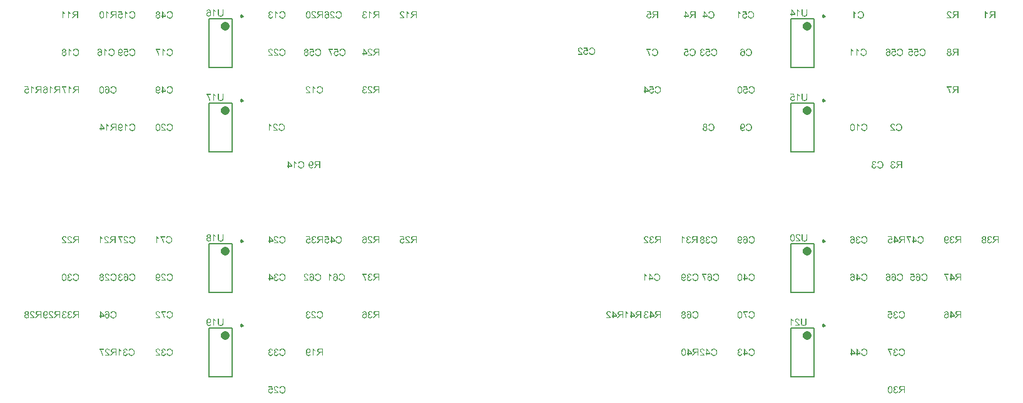
<source format=gbo>
G04*
G04 #@! TF.GenerationSoftware,Altium Limited,Altium Designer,20.0.14 (345)*
G04*
G04 Layer_Color=16777215*
%FSLAX25Y25*%
%MOIN*%
G70*
G01*
G75*
%ADD10C,0.00984*%
%ADD11C,0.00787*%
%ADD41C,0.02362*%
G36*
X379432Y136296D02*
X379510Y136291D01*
X379658Y136262D01*
X379786Y136217D01*
X379840Y136193D01*
X379894Y136173D01*
X379939Y136149D01*
X379983Y136124D01*
X380017Y136100D01*
X380047Y136080D01*
X380071Y136065D01*
X380086Y136050D01*
X380096Y136045D01*
X380101Y136040D01*
X380155Y135991D01*
X380204Y135937D01*
X380288Y135819D01*
X380352Y135701D01*
X380406Y135588D01*
X380426Y135534D01*
X380440Y135485D01*
X380455Y135435D01*
X380465Y135401D01*
X380475Y135366D01*
X380480Y135342D01*
X380485Y135327D01*
Y135322D01*
X380022Y135239D01*
X379997Y135356D01*
X379968Y135460D01*
X379929Y135548D01*
X379889Y135617D01*
X379855Y135676D01*
X379825Y135716D01*
X379806Y135735D01*
X379796Y135745D01*
X379722Y135804D01*
X379648Y135844D01*
X379570Y135873D01*
X379501Y135898D01*
X379437Y135908D01*
X379382Y135913D01*
X379363Y135917D01*
X379338D01*
X379240Y135913D01*
X379156Y135893D01*
X379078Y135863D01*
X379013Y135834D01*
X378964Y135799D01*
X378925Y135775D01*
X378905Y135755D01*
X378895Y135745D01*
X378836Y135681D01*
X378792Y135608D01*
X378763Y135539D01*
X378738Y135475D01*
X378728Y135416D01*
X378723Y135371D01*
X378718Y135337D01*
Y135332D01*
Y135327D01*
X378723Y135268D01*
X378728Y135214D01*
X378758Y135116D01*
X378792Y135032D01*
X378836Y134963D01*
X378881Y134914D01*
X378920Y134874D01*
X378950Y134855D01*
X378955Y134845D01*
X378959D01*
X379048Y134796D01*
X379141Y134756D01*
X379230Y134732D01*
X379314Y134712D01*
X379382Y134702D01*
X379442Y134697D01*
X379461Y134692D01*
X379515D01*
X379540Y134697D01*
X379555Y134702D01*
X379565D01*
X379619Y134294D01*
X379550Y134309D01*
X379486Y134323D01*
X379427Y134333D01*
X379378Y134338D01*
X379343Y134343D01*
X379289D01*
X379171Y134333D01*
X379068Y134309D01*
X378979Y134279D01*
X378900Y134240D01*
X378841Y134200D01*
X378797Y134171D01*
X378767Y134146D01*
X378758Y134136D01*
X378718Y134097D01*
X378689Y134053D01*
X378635Y133969D01*
X378595Y133880D01*
X378571Y133797D01*
X378556Y133723D01*
X378551Y133689D01*
Y133664D01*
X378546Y133640D01*
Y133625D01*
Y133615D01*
Y133610D01*
Y133551D01*
X378556Y133492D01*
X378581Y133384D01*
X378620Y133285D01*
X378659Y133206D01*
X378699Y133138D01*
X378738Y133088D01*
X378753Y133074D01*
X378763Y133059D01*
X378767Y133054D01*
X378772Y133049D01*
X378817Y133010D01*
X378861Y132975D01*
X378955Y132916D01*
X379048Y132877D01*
X379136Y132852D01*
X379210Y132833D01*
X379245Y132828D01*
X379274D01*
X379294Y132823D01*
X379328D01*
X379427Y132833D01*
X379520Y132852D01*
X379599Y132877D01*
X379668Y132911D01*
X379727Y132941D01*
X379766Y132970D01*
X379791Y132990D01*
X379801Y132995D01*
X379835Y133029D01*
X379865Y133069D01*
X379919Y133162D01*
X379968Y133256D01*
X380002Y133349D01*
X380032Y133438D01*
X380042Y133472D01*
X380052Y133507D01*
X380057Y133531D01*
X380062Y133551D01*
X380066Y133566D01*
Y133571D01*
X380529Y133507D01*
X380519Y133418D01*
X380499Y133334D01*
X380480Y133261D01*
X380450Y133187D01*
X380421Y133118D01*
X380391Y133054D01*
X380357Y132995D01*
X380327Y132941D01*
X380293Y132896D01*
X380263Y132852D01*
X380234Y132818D01*
X380209Y132788D01*
X380185Y132764D01*
X380170Y132749D01*
X380160Y132739D01*
X380155Y132734D01*
X380091Y132680D01*
X380027Y132636D01*
X379958Y132596D01*
X379884Y132562D01*
X379816Y132537D01*
X379747Y132513D01*
X379619Y132478D01*
X379560Y132464D01*
X379501Y132454D01*
X379451Y132449D01*
X379412Y132444D01*
X379378Y132439D01*
X379328D01*
X379225Y132444D01*
X379132Y132454D01*
X379038Y132468D01*
X378955Y132493D01*
X378871Y132518D01*
X378797Y132547D01*
X378728Y132577D01*
X378664Y132611D01*
X378610Y132641D01*
X378561Y132670D01*
X378517Y132700D01*
X378482Y132724D01*
X378453Y132749D01*
X378433Y132764D01*
X378423Y132773D01*
X378418Y132779D01*
X378354Y132842D01*
X378300Y132911D01*
X378251Y132985D01*
X378207Y133054D01*
X378172Y133128D01*
X378143Y133197D01*
X378118Y133265D01*
X378098Y133329D01*
X378084Y133388D01*
X378074Y133443D01*
X378064Y133492D01*
X378059Y133536D01*
X378054Y133571D01*
Y133600D01*
Y133615D01*
Y133620D01*
X378064Y133753D01*
X378084Y133866D01*
X378113Y133969D01*
X378148Y134058D01*
X378182Y134132D01*
X378197Y134156D01*
X378212Y134181D01*
X378221Y134200D01*
X378231Y134215D01*
X378241Y134220D01*
Y134225D01*
X378315Y134309D01*
X378403Y134378D01*
X378487Y134437D01*
X378571Y134481D01*
X378644Y134510D01*
X378679Y134525D01*
X378709Y134535D01*
X378728Y134540D01*
X378748Y134545D01*
X378758Y134550D01*
X378763D01*
X378674Y134599D01*
X378595Y134648D01*
X378526Y134702D01*
X378472Y134756D01*
X378428Y134801D01*
X378398Y134835D01*
X378379Y134860D01*
X378374Y134870D01*
X378330Y134948D01*
X378295Y135027D01*
X378275Y135101D01*
X378256Y135170D01*
X378246Y135229D01*
X378241Y135278D01*
Y135307D01*
Y135312D01*
Y135317D01*
X378246Y135411D01*
X378261Y135499D01*
X378285Y135583D01*
X378310Y135657D01*
X378340Y135716D01*
X378359Y135765D01*
X378379Y135794D01*
X378384Y135799D01*
Y135804D01*
X378438Y135888D01*
X378502Y135957D01*
X378571Y136021D01*
X378635Y136075D01*
X378694Y136114D01*
X378738Y136144D01*
X378758Y136154D01*
X378772Y136163D01*
X378777Y136168D01*
X378782D01*
X378881Y136213D01*
X378979Y136247D01*
X379073Y136267D01*
X379161Y136286D01*
X379235Y136296D01*
X379269D01*
X379294Y136301D01*
X379348D01*
X379432Y136296D01*
D02*
G37*
G36*
X376199Y136208D02*
X376263Y136119D01*
X376332Y136031D01*
X376396Y135957D01*
X376460Y135888D01*
X376509Y135839D01*
X376529Y135819D01*
X376544Y135804D01*
X376554Y135799D01*
X376558Y135794D01*
X376672Y135701D01*
X376785Y135617D01*
X376903Y135539D01*
X377006Y135475D01*
X377100Y135425D01*
X377139Y135401D01*
X377173Y135386D01*
X377198Y135371D01*
X377218Y135362D01*
X377233Y135352D01*
X377237D01*
Y134899D01*
X377154Y134933D01*
X377070Y134973D01*
X376987Y135012D01*
X376913Y135052D01*
X376849Y135086D01*
X376795Y135116D01*
X376775Y135125D01*
X376760Y135135D01*
X376755Y135140D01*
X376750D01*
X376652Y135199D01*
X376568Y135258D01*
X376490Y135312D01*
X376426Y135362D01*
X376376Y135401D01*
X376337Y135435D01*
X376317Y135455D01*
X376308Y135460D01*
Y132503D01*
X375845D01*
Y136301D01*
X376145D01*
X376199Y136208D01*
D02*
G37*
G36*
X384155Y132503D02*
X383653D01*
Y134181D01*
X383004D01*
X382949Y134176D01*
X382900D01*
X382861Y134171D01*
X382832Y134166D01*
X382812D01*
X382802Y134161D01*
X382797D01*
X382713Y134132D01*
X382674Y134117D01*
X382640Y134097D01*
X382610Y134082D01*
X382590Y134067D01*
X382576Y134063D01*
X382571Y134058D01*
X382526Y134023D01*
X382482Y133989D01*
X382438Y133944D01*
X382399Y133900D01*
X382364Y133866D01*
X382340Y133831D01*
X382320Y133812D01*
X382315Y133802D01*
X382256Y133728D01*
X382197Y133644D01*
X382138Y133561D01*
X382079Y133477D01*
X382030Y133403D01*
X382005Y133369D01*
X381985Y133339D01*
X381971Y133320D01*
X381961Y133300D01*
X381951Y133290D01*
Y133285D01*
X381454Y132503D01*
X380824D01*
X381479Y133526D01*
X381552Y133634D01*
X381626Y133733D01*
X381695Y133821D01*
X381759Y133890D01*
X381818Y133949D01*
X381857Y133994D01*
X381887Y134018D01*
X381892Y134028D01*
X381897D01*
X381941Y134063D01*
X381985Y134097D01*
X382084Y134161D01*
X382128Y134186D01*
X382162Y134205D01*
X382187Y134215D01*
X382197Y134220D01*
X382098Y134235D01*
X382005Y134255D01*
X381921Y134279D01*
X381842Y134304D01*
X381769Y134333D01*
X381700Y134363D01*
X381641Y134392D01*
X381587Y134422D01*
X381542Y134451D01*
X381503Y134481D01*
X381469Y134505D01*
X381439Y134525D01*
X381419Y134545D01*
X381400Y134560D01*
X381395Y134564D01*
X381390Y134569D01*
X381346Y134624D01*
X381301Y134678D01*
X381267Y134737D01*
X381237Y134791D01*
X381193Y134904D01*
X381164Y135012D01*
X381144Y135106D01*
X381139Y135145D01*
X381134Y135179D01*
X381129Y135209D01*
Y135229D01*
Y135243D01*
Y135248D01*
X381134Y135362D01*
X381154Y135470D01*
X381178Y135568D01*
X381208Y135652D01*
X381237Y135721D01*
X381262Y135775D01*
X381272Y135794D01*
X381282Y135809D01*
X381287Y135814D01*
Y135819D01*
X381350Y135908D01*
X381419Y135986D01*
X381488Y136050D01*
X381557Y136100D01*
X381616Y136139D01*
X381665Y136163D01*
X381685Y136173D01*
X381700Y136178D01*
X381705Y136183D01*
X381710D01*
X381759Y136203D01*
X381818Y136217D01*
X381941Y136242D01*
X382069Y136262D01*
X382192Y136272D01*
X382251Y136277D01*
X382305Y136282D01*
X382349D01*
X382394Y136286D01*
X384155D01*
Y132503D01*
D02*
G37*
G36*
X69383Y136264D02*
X69476Y136259D01*
X69565Y136245D01*
X69643Y136225D01*
X69722Y136205D01*
X69791Y136181D01*
X69855Y136156D01*
X69914Y136131D01*
X69968Y136102D01*
X70012Y136077D01*
X70052Y136053D01*
X70086Y136033D01*
X70111Y136013D01*
X70130Y135999D01*
X70140Y135994D01*
X70145Y135989D01*
X70204Y135935D01*
X70253Y135876D01*
X70298Y135812D01*
X70337Y135743D01*
X70372Y135679D01*
X70401Y135610D01*
X70445Y135477D01*
X70465Y135418D01*
X70480Y135359D01*
X70490Y135310D01*
X70499Y135266D01*
X70504Y135226D01*
Y135202D01*
X70509Y135182D01*
Y135177D01*
X70032Y135128D01*
X70022Y135256D01*
X70003Y135364D01*
X69968Y135457D01*
X69929Y135541D01*
X69894Y135600D01*
X69860Y135649D01*
X69840Y135674D01*
X69830Y135684D01*
X69752Y135753D01*
X69663Y135802D01*
X69569Y135836D01*
X69486Y135861D01*
X69412Y135876D01*
X69378Y135880D01*
X69348D01*
X69328Y135885D01*
X69294D01*
X69181Y135876D01*
X69077Y135856D01*
X68989Y135826D01*
X68915Y135792D01*
X68856Y135753D01*
X68812Y135723D01*
X68787Y135703D01*
X68777Y135694D01*
X68708Y135620D01*
X68659Y135541D01*
X68625Y135467D01*
X68600Y135393D01*
X68585Y135329D01*
X68581Y135275D01*
X68576Y135256D01*
Y135246D01*
Y135236D01*
Y135231D01*
Y135182D01*
X68585Y135133D01*
X68610Y135029D01*
X68644Y134936D01*
X68684Y134852D01*
X68728Y134778D01*
X68748Y134749D01*
X68763Y134719D01*
X68777Y134700D01*
X68787Y134685D01*
X68792Y134675D01*
X68797Y134670D01*
X68841Y134611D01*
X68896Y134552D01*
X68954Y134488D01*
X69019Y134419D01*
X69156Y134286D01*
X69294Y134159D01*
X69358Y134099D01*
X69422Y134045D01*
X69481Y133996D01*
X69530Y133952D01*
X69569Y133917D01*
X69604Y133893D01*
X69624Y133873D01*
X69629Y133868D01*
X69771Y133750D01*
X69894Y133642D01*
X69998Y133544D01*
X70081Y133460D01*
X70150Y133391D01*
X70199Y133337D01*
X70214Y133317D01*
X70229Y133302D01*
X70234Y133298D01*
X70239Y133293D01*
X70312Y133199D01*
X70376Y133111D01*
X70426Y133027D01*
X70470Y132948D01*
X70504Y132884D01*
X70524Y132835D01*
X70534Y132815D01*
X70539Y132801D01*
X70544Y132796D01*
Y132791D01*
X70563Y132732D01*
X70578Y132678D01*
X70588Y132624D01*
X70593Y132574D01*
X70598Y132530D01*
Y132501D01*
Y132481D01*
Y132471D01*
X68094D01*
Y132919D01*
X69953D01*
X69889Y133007D01*
X69855Y133052D01*
X69825Y133086D01*
X69796Y133120D01*
X69776Y133145D01*
X69761Y133160D01*
X69757Y133165D01*
X69732Y133189D01*
X69697Y133224D01*
X69663Y133258D01*
X69624Y133293D01*
X69535Y133371D01*
X69442Y133450D01*
X69358Y133524D01*
X69319Y133558D01*
X69289Y133588D01*
X69260Y133607D01*
X69240Y133627D01*
X69225Y133637D01*
X69220Y133642D01*
X69132Y133721D01*
X69043Y133794D01*
X68969Y133858D01*
X68896Y133922D01*
X68831Y133981D01*
X68773Y134040D01*
X68718Y134090D01*
X68674Y134134D01*
X68630Y134173D01*
X68595Y134208D01*
X68566Y134237D01*
X68541Y134262D01*
X68527Y134282D01*
X68512Y134296D01*
X68502Y134301D01*
Y134306D01*
X68428Y134395D01*
X68364Y134483D01*
X68310Y134562D01*
X68266Y134631D01*
X68231Y134685D01*
X68212Y134729D01*
X68197Y134759D01*
X68192Y134769D01*
X68162Y134852D01*
X68138Y134931D01*
X68123Y135010D01*
X68108Y135074D01*
X68103Y135133D01*
X68098Y135177D01*
Y135206D01*
Y135216D01*
X68103Y135300D01*
X68113Y135379D01*
X68128Y135452D01*
X68148Y135521D01*
X68202Y135649D01*
X68226Y135708D01*
X68256Y135758D01*
X68290Y135807D01*
X68315Y135846D01*
X68344Y135880D01*
X68369Y135910D01*
X68389Y135935D01*
X68404Y135949D01*
X68413Y135959D01*
X68418Y135964D01*
X68482Y136018D01*
X68546Y136063D01*
X68615Y136107D01*
X68689Y136141D01*
X68763Y136171D01*
X68831Y136195D01*
X68969Y136230D01*
X69033Y136245D01*
X69092Y136254D01*
X69146Y136259D01*
X69196Y136264D01*
X69230Y136269D01*
X69284D01*
X69383Y136264D01*
D02*
G37*
G36*
X66199Y136176D02*
X66263Y136087D01*
X66332Y135999D01*
X66396Y135925D01*
X66460Y135856D01*
X66509Y135807D01*
X66529Y135787D01*
X66544Y135772D01*
X66553Y135767D01*
X66558Y135762D01*
X66672Y135669D01*
X66785Y135585D01*
X66903Y135507D01*
X67006Y135443D01*
X67100Y135393D01*
X67139Y135369D01*
X67173Y135354D01*
X67198Y135339D01*
X67218Y135329D01*
X67233Y135320D01*
X67237D01*
Y134867D01*
X67154Y134901D01*
X67070Y134941D01*
X66987Y134980D01*
X66913Y135020D01*
X66849Y135054D01*
X66795Y135083D01*
X66775Y135093D01*
X66760Y135103D01*
X66755Y135108D01*
X66750D01*
X66652Y135167D01*
X66568Y135226D01*
X66490Y135280D01*
X66426Y135329D01*
X66376Y135369D01*
X66337Y135403D01*
X66317Y135423D01*
X66307Y135428D01*
Y132471D01*
X65845D01*
Y136269D01*
X66145D01*
X66199Y136176D01*
D02*
G37*
G36*
X74155Y132471D02*
X73653D01*
Y134149D01*
X73004D01*
X72949Y134144D01*
X72900D01*
X72861Y134139D01*
X72831Y134134D01*
X72812D01*
X72802Y134129D01*
X72797D01*
X72713Y134099D01*
X72674Y134085D01*
X72640Y134065D01*
X72610Y134050D01*
X72590Y134036D01*
X72576Y134031D01*
X72571Y134026D01*
X72526Y133991D01*
X72482Y133957D01*
X72438Y133913D01*
X72399Y133868D01*
X72364Y133834D01*
X72339Y133799D01*
X72320Y133780D01*
X72315Y133770D01*
X72256Y133696D01*
X72197Y133612D01*
X72138Y133529D01*
X72079Y133445D01*
X72030Y133371D01*
X72005Y133337D01*
X71985Y133307D01*
X71970Y133288D01*
X71961Y133268D01*
X71951Y133258D01*
Y133253D01*
X71454Y132471D01*
X70824D01*
X71478Y133494D01*
X71552Y133603D01*
X71626Y133701D01*
X71695Y133790D01*
X71759Y133858D01*
X71818Y133917D01*
X71857Y133962D01*
X71887Y133986D01*
X71892Y133996D01*
X71897D01*
X71941Y134031D01*
X71985Y134065D01*
X72084Y134129D01*
X72128Y134154D01*
X72162Y134173D01*
X72187Y134183D01*
X72197Y134188D01*
X72098Y134203D01*
X72005Y134222D01*
X71921Y134247D01*
X71842Y134272D01*
X71769Y134301D01*
X71700Y134331D01*
X71641Y134360D01*
X71587Y134390D01*
X71542Y134419D01*
X71503Y134449D01*
X71469Y134473D01*
X71439Y134493D01*
X71419Y134513D01*
X71400Y134528D01*
X71395Y134532D01*
X71390Y134537D01*
X71346Y134591D01*
X71301Y134646D01*
X71267Y134705D01*
X71237Y134759D01*
X71193Y134872D01*
X71164Y134980D01*
X71144Y135074D01*
X71139Y135113D01*
X71134Y135147D01*
X71129Y135177D01*
Y135197D01*
Y135211D01*
Y135216D01*
X71134Y135329D01*
X71154Y135438D01*
X71178Y135536D01*
X71208Y135620D01*
X71237Y135689D01*
X71262Y135743D01*
X71272Y135762D01*
X71282Y135777D01*
X71287Y135782D01*
Y135787D01*
X71351Y135876D01*
X71419Y135954D01*
X71488Y136018D01*
X71557Y136067D01*
X71616Y136107D01*
X71665Y136131D01*
X71685Y136141D01*
X71700Y136146D01*
X71705Y136151D01*
X71710D01*
X71759Y136171D01*
X71818Y136186D01*
X71941Y136210D01*
X72069Y136230D01*
X72192Y136240D01*
X72251Y136245D01*
X72305Y136249D01*
X72349D01*
X72394Y136254D01*
X74155D01*
Y132471D01*
D02*
G37*
G36*
X69496Y256208D02*
X69560Y256119D01*
X69629Y256031D01*
X69692Y255957D01*
X69757Y255888D01*
X69806Y255839D01*
X69825Y255819D01*
X69840Y255804D01*
X69850Y255799D01*
X69855Y255794D01*
X69968Y255701D01*
X70081Y255617D01*
X70199Y255539D01*
X70303Y255475D01*
X70396Y255425D01*
X70435Y255401D01*
X70470Y255386D01*
X70495Y255371D01*
X70514Y255362D01*
X70529Y255352D01*
X70534D01*
Y254899D01*
X70450Y254933D01*
X70367Y254973D01*
X70283Y255012D01*
X70209Y255051D01*
X70145Y255086D01*
X70091Y255116D01*
X70071Y255125D01*
X70057Y255135D01*
X70052Y255140D01*
X70047D01*
X69948Y255199D01*
X69865Y255258D01*
X69786Y255312D01*
X69722Y255362D01*
X69673Y255401D01*
X69634Y255435D01*
X69614Y255455D01*
X69604Y255460D01*
Y252503D01*
X69142D01*
Y256301D01*
X69442D01*
X69496Y256208D01*
D02*
G37*
G36*
X74514Y252503D02*
X74012D01*
Y254181D01*
X73363D01*
X73309Y254176D01*
X73260D01*
X73220Y254171D01*
X73191Y254166D01*
X73171D01*
X73161Y254161D01*
X73156D01*
X73072Y254132D01*
X73033Y254117D01*
X72999Y254097D01*
X72969Y254082D01*
X72949Y254067D01*
X72935Y254063D01*
X72930Y254058D01*
X72886Y254023D01*
X72841Y253989D01*
X72797Y253944D01*
X72758Y253900D01*
X72723Y253866D01*
X72699Y253831D01*
X72679Y253812D01*
X72674Y253802D01*
X72615Y253728D01*
X72556Y253644D01*
X72497Y253561D01*
X72438Y253477D01*
X72389Y253403D01*
X72364Y253369D01*
X72344Y253339D01*
X72330Y253320D01*
X72320Y253300D01*
X72310Y253290D01*
Y253285D01*
X71813Y252503D01*
X71183D01*
X71838Y253526D01*
X71911Y253635D01*
X71985Y253733D01*
X72054Y253821D01*
X72118Y253890D01*
X72177Y253949D01*
X72216Y253994D01*
X72246Y254018D01*
X72251Y254028D01*
X72256D01*
X72300Y254063D01*
X72344Y254097D01*
X72443Y254161D01*
X72487Y254186D01*
X72522Y254205D01*
X72546Y254215D01*
X72556Y254220D01*
X72457Y254235D01*
X72364Y254255D01*
X72280Y254279D01*
X72202Y254304D01*
X72128Y254333D01*
X72059Y254363D01*
X72000Y254392D01*
X71946Y254422D01*
X71902Y254451D01*
X71862Y254481D01*
X71828Y254505D01*
X71798Y254525D01*
X71779Y254545D01*
X71759Y254559D01*
X71754Y254564D01*
X71749Y254569D01*
X71705Y254624D01*
X71661Y254678D01*
X71626Y254737D01*
X71596Y254791D01*
X71552Y254904D01*
X71523Y255012D01*
X71503Y255106D01*
X71498Y255145D01*
X71493Y255179D01*
X71488Y255209D01*
Y255229D01*
Y255243D01*
Y255248D01*
X71493Y255362D01*
X71513Y255470D01*
X71538Y255568D01*
X71567Y255652D01*
X71596Y255721D01*
X71621Y255775D01*
X71631Y255794D01*
X71641Y255809D01*
X71646Y255814D01*
Y255819D01*
X71710Y255908D01*
X71779Y255986D01*
X71847Y256050D01*
X71916Y256100D01*
X71975Y256139D01*
X72025Y256163D01*
X72044Y256173D01*
X72059Y256178D01*
X72064Y256183D01*
X72069D01*
X72118Y256203D01*
X72177Y256218D01*
X72300Y256242D01*
X72428Y256262D01*
X72551Y256272D01*
X72610Y256277D01*
X72664Y256281D01*
X72708D01*
X72753Y256286D01*
X74514D01*
Y252503D01*
D02*
G37*
G36*
X66868Y256291D02*
X67001Y256267D01*
X67119Y256232D01*
X67218Y256193D01*
X67262Y256168D01*
X67296Y256149D01*
X67331Y256129D01*
X67356Y256114D01*
X67375Y256100D01*
X67390Y256090D01*
X67400Y256085D01*
X67405Y256080D01*
X67498Y255991D01*
X67582Y255888D01*
X67651Y255780D01*
X67710Y255681D01*
X67754Y255588D01*
X67774Y255548D01*
X67788Y255514D01*
X67798Y255485D01*
X67808Y255465D01*
X67813Y255450D01*
Y255445D01*
X67838Y255366D01*
X67857Y255283D01*
X67892Y255106D01*
X67916Y254924D01*
X67931Y254751D01*
X67941Y254673D01*
Y254599D01*
X67946Y254535D01*
X67951Y254481D01*
Y254432D01*
Y254397D01*
Y254378D01*
Y254368D01*
X67946Y254176D01*
X67936Y253994D01*
X67916Y253831D01*
X67892Y253679D01*
X67867Y253536D01*
X67833Y253413D01*
X67798Y253300D01*
X67764Y253197D01*
X67729Y253108D01*
X67700Y253034D01*
X67665Y252970D01*
X67641Y252916D01*
X67616Y252877D01*
X67597Y252852D01*
X67587Y252833D01*
X67582Y252828D01*
X67518Y252759D01*
X67454Y252700D01*
X67385Y252646D01*
X67316Y252601D01*
X67242Y252567D01*
X67168Y252533D01*
X67100Y252508D01*
X67031Y252488D01*
X66967Y252473D01*
X66908Y252459D01*
X66859Y252449D01*
X66809Y252444D01*
X66775D01*
X66745Y252439D01*
X66721D01*
X66647Y252444D01*
X66573Y252449D01*
X66440Y252473D01*
X66322Y252508D01*
X66224Y252552D01*
X66180Y252572D01*
X66145Y252591D01*
X66111Y252611D01*
X66086Y252626D01*
X66066Y252641D01*
X66047Y252650D01*
X66042Y252660D01*
X66037D01*
X65939Y252749D01*
X65855Y252852D01*
X65786Y252956D01*
X65727Y253059D01*
X65683Y253148D01*
X65663Y253187D01*
X65648Y253221D01*
X65638Y253251D01*
X65629Y253271D01*
X65624Y253285D01*
Y253290D01*
X65599Y253369D01*
X65579Y253452D01*
X65545Y253630D01*
X65520Y253812D01*
X65501Y253984D01*
X65496Y254063D01*
X65491Y254136D01*
Y254200D01*
X65486Y254255D01*
Y254304D01*
Y254338D01*
Y254358D01*
Y254368D01*
Y254471D01*
X65491Y254569D01*
X65496Y254658D01*
X65501Y254742D01*
X65506Y254825D01*
X65515Y254894D01*
X65520Y254963D01*
X65530Y255022D01*
X65540Y255076D01*
X65545Y255125D01*
X65555Y255165D01*
X65560Y255199D01*
X65565Y255224D01*
X65570Y255243D01*
X65575Y255253D01*
Y255258D01*
X65609Y255376D01*
X65643Y255489D01*
X65683Y255583D01*
X65722Y255666D01*
X65756Y255735D01*
X65781Y255785D01*
X65791Y255799D01*
X65801Y255814D01*
X65806Y255819D01*
Y255824D01*
X65865Y255908D01*
X65929Y255977D01*
X65993Y256035D01*
X66052Y256090D01*
X66106Y256129D01*
X66145Y256154D01*
X66175Y256173D01*
X66180Y256178D01*
X66185D01*
X66273Y256218D01*
X66367Y256247D01*
X66455Y256272D01*
X66539Y256286D01*
X66613Y256296D01*
X66642D01*
X66672Y256301D01*
X66795D01*
X66868Y256291D01*
D02*
G37*
G36*
X383043Y252478D02*
X382541D01*
Y254156D01*
X381892D01*
X381838Y254151D01*
X381788D01*
X381749Y254146D01*
X381719Y254141D01*
X381700D01*
X381690Y254136D01*
X381685D01*
X381602Y254107D01*
X381562Y254092D01*
X381528Y254072D01*
X381498Y254058D01*
X381479Y254043D01*
X381464Y254038D01*
X381459Y254033D01*
X381415Y253999D01*
X381370Y253964D01*
X381326Y253920D01*
X381287Y253876D01*
X381252Y253841D01*
X381227Y253807D01*
X381208Y253787D01*
X381203Y253777D01*
X381144Y253703D01*
X381085Y253620D01*
X381026Y253536D01*
X380967Y253452D01*
X380918Y253379D01*
X380893Y253344D01*
X380873Y253315D01*
X380858Y253295D01*
X380849Y253275D01*
X380839Y253266D01*
Y253261D01*
X380342Y252478D01*
X379712D01*
X380366Y253502D01*
X380440Y253610D01*
X380514Y253708D01*
X380583Y253797D01*
X380647Y253866D01*
X380706Y253925D01*
X380745Y253969D01*
X380775Y253994D01*
X380780Y254004D01*
X380785D01*
X380829Y254038D01*
X380873Y254072D01*
X380972Y254136D01*
X381016Y254161D01*
X381050Y254181D01*
X381075Y254190D01*
X381085Y254195D01*
X380986Y254210D01*
X380893Y254230D01*
X380809Y254255D01*
X380731Y254279D01*
X380657Y254309D01*
X380588Y254338D01*
X380529Y254368D01*
X380475Y254397D01*
X380431Y254427D01*
X380391Y254456D01*
X380357Y254481D01*
X380327Y254501D01*
X380308Y254520D01*
X380288Y254535D01*
X380283Y254540D01*
X380278Y254545D01*
X380234Y254599D01*
X380189Y254653D01*
X380155Y254712D01*
X380125Y254766D01*
X380081Y254879D01*
X380052Y254988D01*
X380032Y255081D01*
X380027Y255120D01*
X380022Y255155D01*
X380017Y255184D01*
Y255204D01*
Y255219D01*
Y255224D01*
X380022Y255337D01*
X380042Y255445D01*
X380066Y255543D01*
X380096Y255627D01*
X380125Y255696D01*
X380150Y255750D01*
X380160Y255770D01*
X380170Y255785D01*
X380175Y255789D01*
Y255794D01*
X380239Y255883D01*
X380308Y255962D01*
X380376Y256026D01*
X380445Y256075D01*
X380504Y256114D01*
X380554Y256139D01*
X380573Y256149D01*
X380588Y256154D01*
X380593Y256158D01*
X380598D01*
X380647Y256178D01*
X380706Y256193D01*
X380829Y256218D01*
X380957Y256237D01*
X381080Y256247D01*
X381139Y256252D01*
X381193Y256257D01*
X381237D01*
X381282Y256262D01*
X383043D01*
Y252478D01*
D02*
G37*
G36*
X379574Y253812D02*
Y253384D01*
X377931D01*
Y252478D01*
X377469D01*
Y253384D01*
X376957D01*
Y253812D01*
X377469D01*
Y256262D01*
X377848D01*
X379574Y253812D01*
D02*
G37*
G36*
X389724Y136272D02*
X389803Y136267D01*
X389951Y136237D01*
X390079Y136193D01*
X390133Y136168D01*
X390187Y136149D01*
X390231Y136124D01*
X390276Y136100D01*
X390310Y136075D01*
X390339Y136055D01*
X390364Y136040D01*
X390379Y136026D01*
X390389Y136021D01*
X390394Y136016D01*
X390448Y135967D01*
X390497Y135913D01*
X390581Y135794D01*
X390645Y135676D01*
X390699Y135563D01*
X390718Y135509D01*
X390733Y135460D01*
X390748Y135411D01*
X390758Y135376D01*
X390768Y135342D01*
X390772Y135317D01*
X390777Y135302D01*
Y135298D01*
X390315Y135214D01*
X390290Y135332D01*
X390261Y135435D01*
X390221Y135524D01*
X390182Y135593D01*
X390148Y135652D01*
X390118Y135691D01*
X390098Y135711D01*
X390089Y135721D01*
X390015Y135780D01*
X389941Y135819D01*
X389862Y135848D01*
X389793Y135873D01*
X389729Y135883D01*
X389675Y135888D01*
X389656Y135893D01*
X389631D01*
X389533Y135888D01*
X389449Y135868D01*
X389370Y135839D01*
X389306Y135809D01*
X389257Y135775D01*
X389218Y135750D01*
X389198Y135731D01*
X389188Y135721D01*
X389129Y135657D01*
X389085Y135583D01*
X389055Y135514D01*
X389031Y135450D01*
X389021Y135391D01*
X389016Y135347D01*
X389011Y135312D01*
Y135307D01*
Y135302D01*
X389016Y135243D01*
X389021Y135189D01*
X389050Y135091D01*
X389085Y135007D01*
X389129Y134938D01*
X389173Y134889D01*
X389213Y134850D01*
X389242Y134830D01*
X389247Y134820D01*
X389252D01*
X389341Y134771D01*
X389434Y134732D01*
X389523Y134707D01*
X389606Y134687D01*
X389675Y134678D01*
X389734Y134673D01*
X389754Y134668D01*
X389808D01*
X389833Y134673D01*
X389847Y134678D01*
X389857D01*
X389911Y134269D01*
X389843Y134284D01*
X389779Y134299D01*
X389720Y134309D01*
X389670Y134313D01*
X389636Y134318D01*
X389582D01*
X389464Y134309D01*
X389360Y134284D01*
X389272Y134255D01*
X389193Y134215D01*
X389134Y134176D01*
X389090Y134146D01*
X389060Y134122D01*
X389050Y134112D01*
X389011Y134072D01*
X388982Y134028D01*
X388927Y133944D01*
X388888Y133856D01*
X388863Y133772D01*
X388849Y133698D01*
X388844Y133664D01*
Y133640D01*
X388839Y133615D01*
Y133600D01*
Y133590D01*
Y133585D01*
Y133526D01*
X388849Y133467D01*
X388873Y133359D01*
X388913Y133261D01*
X388952Y133182D01*
X388991Y133113D01*
X389031Y133064D01*
X389046Y133049D01*
X389055Y133034D01*
X389060Y133029D01*
X389065Y133025D01*
X389109Y132985D01*
X389154Y132951D01*
X389247Y132892D01*
X389341Y132852D01*
X389429Y132828D01*
X389503Y132808D01*
X389538Y132803D01*
X389567D01*
X389587Y132798D01*
X389621D01*
X389720Y132808D01*
X389813Y132828D01*
X389892Y132852D01*
X389961Y132887D01*
X390020Y132916D01*
X390059Y132946D01*
X390084Y132965D01*
X390093Y132970D01*
X390128Y133005D01*
X390157Y133044D01*
X390212Y133138D01*
X390261Y133231D01*
X390295Y133325D01*
X390325Y133413D01*
X390335Y133448D01*
X390344Y133482D01*
X390349Y133507D01*
X390354Y133526D01*
X390359Y133541D01*
Y133546D01*
X390822Y133482D01*
X390812Y133394D01*
X390792Y133310D01*
X390772Y133236D01*
X390743Y133162D01*
X390713Y133093D01*
X390684Y133029D01*
X390649Y132970D01*
X390620Y132916D01*
X390585Y132872D01*
X390556Y132828D01*
X390526Y132793D01*
X390502Y132764D01*
X390477Y132739D01*
X390462Y132724D01*
X390453Y132714D01*
X390448Y132710D01*
X390384Y132656D01*
X390320Y132611D01*
X390251Y132572D01*
X390177Y132537D01*
X390108Y132513D01*
X390039Y132488D01*
X389911Y132454D01*
X389852Y132439D01*
X389793Y132429D01*
X389744Y132424D01*
X389705Y132419D01*
X389670Y132414D01*
X389621D01*
X389518Y132419D01*
X389424Y132429D01*
X389331Y132444D01*
X389247Y132468D01*
X389164Y132493D01*
X389090Y132523D01*
X389021Y132552D01*
X388957Y132587D01*
X388903Y132616D01*
X388854Y132646D01*
X388809Y132675D01*
X388775Y132700D01*
X388745Y132724D01*
X388726Y132739D01*
X388716Y132749D01*
X388711Y132754D01*
X388647Y132818D01*
X388593Y132887D01*
X388544Y132960D01*
X388499Y133029D01*
X388465Y133103D01*
X388435Y133172D01*
X388411Y133241D01*
X388391Y133305D01*
X388376Y133364D01*
X388367Y133418D01*
X388357Y133467D01*
X388352Y133511D01*
X388347Y133546D01*
Y133575D01*
Y133590D01*
Y133595D01*
X388357Y133728D01*
X388376Y133841D01*
X388406Y133944D01*
X388440Y134033D01*
X388475Y134107D01*
X388490Y134132D01*
X388504Y134156D01*
X388514Y134176D01*
X388524Y134190D01*
X388534Y134195D01*
Y134200D01*
X388608Y134284D01*
X388696Y134353D01*
X388780Y134412D01*
X388863Y134456D01*
X388937Y134486D01*
X388972Y134501D01*
X389001Y134510D01*
X389021Y134515D01*
X389041Y134520D01*
X389050Y134525D01*
X389055D01*
X388967Y134574D01*
X388888Y134624D01*
X388819Y134678D01*
X388765Y134732D01*
X388721Y134776D01*
X388691Y134810D01*
X388672Y134835D01*
X388667Y134845D01*
X388622Y134924D01*
X388588Y135002D01*
X388568Y135076D01*
X388549Y135145D01*
X388539Y135204D01*
X388534Y135253D01*
Y135283D01*
Y135288D01*
Y135293D01*
X388539Y135386D01*
X388554Y135475D01*
X388578Y135558D01*
X388603Y135632D01*
X388632Y135691D01*
X388652Y135740D01*
X388672Y135770D01*
X388677Y135775D01*
Y135780D01*
X388731Y135863D01*
X388795Y135932D01*
X388863Y135996D01*
X388927Y136050D01*
X388986Y136090D01*
X389031Y136119D01*
X389050Y136129D01*
X389065Y136139D01*
X389070Y136144D01*
X389075D01*
X389173Y136188D01*
X389272Y136223D01*
X389365Y136242D01*
X389454Y136262D01*
X389528Y136272D01*
X389562D01*
X389587Y136277D01*
X389641D01*
X389724Y136272D01*
D02*
G37*
G36*
X392996Y136316D02*
X393168Y136291D01*
X393326Y136252D01*
X393395Y136232D01*
X393464Y136213D01*
X393523Y136188D01*
X393577Y136168D01*
X393621Y136149D01*
X393660Y136129D01*
X393690Y136114D01*
X393715Y136104D01*
X393729Y136100D01*
X393734Y136094D01*
X393808Y136050D01*
X393882Y136001D01*
X394010Y135893D01*
X394123Y135785D01*
X394212Y135676D01*
X394251Y135622D01*
X394285Y135578D01*
X394315Y135534D01*
X394335Y135499D01*
X394354Y135470D01*
X394369Y135445D01*
X394374Y135430D01*
X394379Y135425D01*
X394418Y135342D01*
X394453Y135253D01*
X394507Y135081D01*
X394546Y134909D01*
X394561Y134825D01*
X394571Y134747D01*
X394581Y134673D01*
X394590Y134609D01*
X394595Y134550D01*
Y134495D01*
X394600Y134456D01*
Y134422D01*
Y134402D01*
Y134397D01*
X394590Y134200D01*
X394571Y134009D01*
X394556Y133925D01*
X394536Y133841D01*
X394521Y133763D01*
X394502Y133689D01*
X394482Y133620D01*
X394467Y133561D01*
X394448Y133511D01*
X394433Y133467D01*
X394423Y133433D01*
X394413Y133403D01*
X394403Y133388D01*
Y133384D01*
X394364Y133300D01*
X394320Y133216D01*
X394275Y133142D01*
X394226Y133074D01*
X394177Y133005D01*
X394128Y132946D01*
X394084Y132892D01*
X394034Y132847D01*
X393990Y132803D01*
X393951Y132764D01*
X393911Y132734D01*
X393882Y132710D01*
X393852Y132685D01*
X393833Y132670D01*
X393823Y132665D01*
X393818Y132660D01*
X393744Y132616D01*
X393665Y132582D01*
X393582Y132547D01*
X393498Y132518D01*
X393331Y132473D01*
X393173Y132444D01*
X393100Y132434D01*
X393036Y132429D01*
X392972Y132424D01*
X392922Y132419D01*
X392878Y132414D01*
X392819D01*
X392711Y132419D01*
X392608Y132429D01*
X392509Y132444D01*
X392416Y132464D01*
X392327Y132488D01*
X392244Y132518D01*
X392170Y132542D01*
X392096Y132577D01*
X392037Y132606D01*
X391983Y132631D01*
X391934Y132660D01*
X391894Y132685D01*
X391860Y132705D01*
X391840Y132719D01*
X391825Y132729D01*
X391820Y132734D01*
X391747Y132798D01*
X391678Y132867D01*
X391614Y132941D01*
X391560Y133019D01*
X391506Y133098D01*
X391461Y133172D01*
X391417Y133251D01*
X391383Y133325D01*
X391348Y133398D01*
X391323Y133462D01*
X391299Y133521D01*
X391279Y133571D01*
X391269Y133615D01*
X391260Y133649D01*
X391250Y133669D01*
Y133674D01*
X391752Y133802D01*
X391776Y133713D01*
X391801Y133634D01*
X391830Y133561D01*
X391860Y133487D01*
X391894Y133423D01*
X391924Y133364D01*
X391958Y133310D01*
X391993Y133265D01*
X392022Y133221D01*
X392052Y133187D01*
X392081Y133152D01*
X392101Y133128D01*
X392121Y133108D01*
X392135Y133093D01*
X392145Y133088D01*
X392150Y133083D01*
X392204Y133039D01*
X392263Y133005D01*
X392322Y132970D01*
X392386Y132946D01*
X392504Y132902D01*
X392617Y132872D01*
X392667Y132862D01*
X392716Y132857D01*
X392755Y132852D01*
X392795Y132847D01*
X392824Y132842D01*
X392863D01*
X392991Y132852D01*
X393109Y132872D01*
X393218Y132896D01*
X393316Y132931D01*
X393395Y132965D01*
X393429Y132980D01*
X393454Y132990D01*
X393478Y133005D01*
X393493Y133010D01*
X393503Y133019D01*
X393508D01*
X393611Y133093D01*
X393700Y133177D01*
X393774Y133265D01*
X393838Y133354D01*
X393887Y133433D01*
X393902Y133467D01*
X393916Y133497D01*
X393931Y133521D01*
X393941Y133541D01*
X393946Y133551D01*
Y133556D01*
X393990Y133694D01*
X394025Y133841D01*
X394049Y133979D01*
X394064Y134112D01*
X394074Y134171D01*
Y134225D01*
X394079Y134274D01*
X394084Y134318D01*
Y134353D01*
Y134378D01*
Y134392D01*
Y134397D01*
X394079Y134535D01*
X394064Y134668D01*
X394044Y134791D01*
X394025Y134904D01*
X394015Y134948D01*
X394005Y134993D01*
X393995Y135032D01*
X393985Y135066D01*
X393975Y135091D01*
X393970Y135110D01*
X393966Y135120D01*
Y135125D01*
X393916Y135253D01*
X393852Y135362D01*
X393783Y135460D01*
X393715Y135539D01*
X393656Y135602D01*
X393606Y135647D01*
X393587Y135667D01*
X393572Y135676D01*
X393562Y135686D01*
X393557D01*
X393498Y135725D01*
X393439Y135755D01*
X393316Y135809D01*
X393193Y135848D01*
X393080Y135873D01*
X393026Y135878D01*
X392977Y135888D01*
X392932Y135893D01*
X392898D01*
X392868Y135898D01*
X392824D01*
X392686Y135888D01*
X392563Y135868D01*
X392455Y135839D01*
X392362Y135804D01*
X392288Y135765D01*
X392258Y135750D01*
X392234Y135735D01*
X392214Y135725D01*
X392199Y135716D01*
X392194Y135706D01*
X392189D01*
X392145Y135667D01*
X392101Y135627D01*
X392022Y135534D01*
X391958Y135435D01*
X391904Y135337D01*
X391860Y135248D01*
X391845Y135209D01*
X391830Y135175D01*
X391820Y135145D01*
X391811Y135125D01*
X391806Y135110D01*
Y135106D01*
X391314Y135224D01*
X391343Y135317D01*
X391383Y135411D01*
X391422Y135494D01*
X391466Y135573D01*
X391510Y135642D01*
X391555Y135711D01*
X391599Y135770D01*
X391643Y135824D01*
X391688Y135873D01*
X391727Y135917D01*
X391766Y135952D01*
X391796Y135981D01*
X391820Y136006D01*
X391845Y136021D01*
X391855Y136031D01*
X391860Y136036D01*
X391934Y136085D01*
X392012Y136134D01*
X392091Y136168D01*
X392170Y136203D01*
X392253Y136232D01*
X392332Y136257D01*
X392480Y136291D01*
X392549Y136301D01*
X392613Y136311D01*
X392672Y136316D01*
X392721Y136321D01*
X392760Y136326D01*
X392908D01*
X392996Y136316D01*
D02*
G37*
G36*
X386743Y136272D02*
X386831Y136267D01*
X386910Y136252D01*
X386984Y136232D01*
X387053Y136213D01*
X387122Y136188D01*
X387181Y136159D01*
X387230Y136134D01*
X387279Y136109D01*
X387323Y136080D01*
X387358Y136055D01*
X387387Y136036D01*
X387412Y136016D01*
X387427Y136006D01*
X387437Y135996D01*
X387442Y135991D01*
X387496Y135937D01*
X387540Y135883D01*
X387579Y135824D01*
X387614Y135765D01*
X387638Y135706D01*
X387663Y135647D01*
X387697Y135539D01*
X387722Y135445D01*
X387727Y135401D01*
X387732Y135366D01*
X387737Y135337D01*
Y135317D01*
Y135302D01*
Y135298D01*
X387732Y135199D01*
X387717Y135110D01*
X387692Y135032D01*
X387668Y134963D01*
X387643Y134909D01*
X387619Y134864D01*
X387604Y134840D01*
X387599Y134830D01*
X387540Y134761D01*
X387476Y134697D01*
X387402Y134648D01*
X387333Y134604D01*
X387269Y134569D01*
X387220Y134545D01*
X387200Y134535D01*
X387186Y134530D01*
X387176Y134525D01*
X387171D01*
X387294Y134486D01*
X387397Y134437D01*
X387491Y134378D01*
X387565Y134323D01*
X387624Y134269D01*
X387668Y134225D01*
X387692Y134195D01*
X387702Y134190D01*
Y134186D01*
X387766Y134087D01*
X387811Y133984D01*
X387845Y133886D01*
X387865Y133787D01*
X387879Y133698D01*
X387884Y133664D01*
Y133634D01*
X387889Y133605D01*
Y133585D01*
Y133575D01*
Y133571D01*
X387884Y133482D01*
X387875Y133394D01*
X387860Y133310D01*
X387835Y133231D01*
X387811Y133157D01*
X387781Y133088D01*
X387752Y133029D01*
X387717Y132970D01*
X387688Y132921D01*
X387658Y132877D01*
X387629Y132837D01*
X387604Y132803D01*
X387579Y132779D01*
X387565Y132759D01*
X387555Y132749D01*
X387550Y132744D01*
X387481Y132685D01*
X387412Y132636D01*
X387338Y132591D01*
X387264Y132552D01*
X387186Y132523D01*
X387112Y132493D01*
X386969Y132454D01*
X386900Y132444D01*
X386841Y132434D01*
X386787Y132424D01*
X386738Y132419D01*
X386699Y132414D01*
X386645D01*
X386541Y132419D01*
X386448Y132429D01*
X386354Y132444D01*
X386271Y132468D01*
X386187Y132493D01*
X386113Y132518D01*
X386049Y132547D01*
X385985Y132582D01*
X385931Y132611D01*
X385882Y132641D01*
X385843Y132665D01*
X385808Y132695D01*
X385779Y132714D01*
X385759Y132729D01*
X385749Y132739D01*
X385744Y132744D01*
X385685Y132808D01*
X385631Y132872D01*
X385587Y132941D01*
X385542Y133010D01*
X385513Y133079D01*
X385483Y133148D01*
X385459Y133211D01*
X385444Y133275D01*
X385429Y133334D01*
X385420Y133384D01*
X385410Y133433D01*
X385405Y133477D01*
X385400Y133511D01*
Y133536D01*
Y133551D01*
Y133556D01*
X385410Y133684D01*
X385429Y133802D01*
X385459Y133905D01*
X385488Y133994D01*
X385523Y134063D01*
X385538Y134092D01*
X385552Y134117D01*
X385567Y134136D01*
X385572Y134151D01*
X385582Y134156D01*
Y134161D01*
X385656Y134249D01*
X385739Y134323D01*
X385828Y134387D01*
X385916Y134437D01*
X385995Y134476D01*
X386025Y134491D01*
X386054Y134505D01*
X386079Y134515D01*
X386098Y134520D01*
X386108Y134525D01*
X386113D01*
X386015Y134569D01*
X385931Y134618D01*
X385857Y134668D01*
X385798Y134717D01*
X385754Y134761D01*
X385720Y134796D01*
X385700Y134815D01*
X385695Y134825D01*
X385646Y134904D01*
X385611Y134983D01*
X385587Y135056D01*
X385572Y135130D01*
X385557Y135194D01*
X385552Y135243D01*
Y135263D01*
Y135278D01*
Y135283D01*
Y135288D01*
X385557Y135362D01*
X385567Y135435D01*
X385582Y135504D01*
X385601Y135573D01*
X385651Y135691D01*
X385705Y135794D01*
X385734Y135834D01*
X385759Y135873D01*
X385788Y135908D01*
X385808Y135937D01*
X385828Y135957D01*
X385843Y135971D01*
X385852Y135981D01*
X385857Y135986D01*
X385916Y136036D01*
X385975Y136085D01*
X386044Y136119D01*
X386108Y136154D01*
X386177Y136183D01*
X386241Y136208D01*
X386369Y136242D01*
X386428Y136252D01*
X386482Y136262D01*
X386531Y136267D01*
X386571Y136272D01*
X386605Y136277D01*
X386654D01*
X386743Y136272D01*
D02*
G37*
G36*
X79670D02*
X79764Y136267D01*
X79852Y136252D01*
X79931Y136232D01*
X80010Y136213D01*
X80079Y136188D01*
X80143Y136163D01*
X80202Y136139D01*
X80256Y136109D01*
X80300Y136085D01*
X80339Y136060D01*
X80374Y136040D01*
X80398Y136021D01*
X80418Y136006D01*
X80428Y136001D01*
X80433Y135996D01*
X80492Y135942D01*
X80541Y135883D01*
X80585Y135819D01*
X80625Y135750D01*
X80659Y135686D01*
X80689Y135617D01*
X80733Y135485D01*
X80753Y135425D01*
X80768Y135366D01*
X80777Y135317D01*
X80787Y135273D01*
X80792Y135233D01*
Y135209D01*
X80797Y135189D01*
Y135184D01*
X80320Y135135D01*
X80310Y135263D01*
X80290Y135371D01*
X80256Y135465D01*
X80216Y135548D01*
X80182Y135608D01*
X80148Y135657D01*
X80128Y135681D01*
X80118Y135691D01*
X80039Y135760D01*
X79951Y135809D01*
X79857Y135844D01*
X79774Y135868D01*
X79700Y135883D01*
X79665Y135888D01*
X79636D01*
X79616Y135893D01*
X79582D01*
X79469Y135883D01*
X79365Y135863D01*
X79277Y135834D01*
X79203Y135799D01*
X79144Y135760D01*
X79100Y135731D01*
X79075Y135711D01*
X79065Y135701D01*
X78996Y135627D01*
X78947Y135548D01*
X78913Y135475D01*
X78888Y135401D01*
X78873Y135337D01*
X78868Y135283D01*
X78864Y135263D01*
Y135253D01*
Y135243D01*
Y135239D01*
Y135189D01*
X78873Y135140D01*
X78898Y135037D01*
X78932Y134943D01*
X78972Y134860D01*
X79016Y134786D01*
X79036Y134756D01*
X79050Y134727D01*
X79065Y134707D01*
X79075Y134692D01*
X79080Y134683D01*
X79085Y134678D01*
X79129Y134618D01*
X79183Y134560D01*
X79242Y134495D01*
X79306Y134427D01*
X79444Y134294D01*
X79582Y134166D01*
X79646Y134107D01*
X79710Y134053D01*
X79769Y134003D01*
X79818Y133959D01*
X79857Y133925D01*
X79892Y133900D01*
X79911Y133880D01*
X79916Y133876D01*
X80059Y133757D01*
X80182Y133649D01*
X80285Y133551D01*
X80369Y133467D01*
X80438Y133398D01*
X80487Y133344D01*
X80502Y133325D01*
X80517Y133310D01*
X80522Y133305D01*
X80526Y133300D01*
X80600Y133206D01*
X80664Y133118D01*
X80713Y133034D01*
X80758Y132956D01*
X80792Y132892D01*
X80812Y132842D01*
X80822Y132823D01*
X80827Y132808D01*
X80831Y132803D01*
Y132798D01*
X80851Y132739D01*
X80866Y132685D01*
X80876Y132631D01*
X80881Y132582D01*
X80886Y132537D01*
Y132508D01*
Y132488D01*
Y132478D01*
X78381D01*
Y132926D01*
X80241D01*
X80177Y133015D01*
X80143Y133059D01*
X80113Y133093D01*
X80084Y133128D01*
X80064Y133152D01*
X80049Y133167D01*
X80044Y133172D01*
X80020Y133197D01*
X79985Y133231D01*
X79951Y133265D01*
X79911Y133300D01*
X79823Y133379D01*
X79729Y133457D01*
X79646Y133531D01*
X79606Y133566D01*
X79577Y133595D01*
X79547Y133615D01*
X79528Y133634D01*
X79513Y133644D01*
X79508Y133649D01*
X79419Y133728D01*
X79331Y133802D01*
X79257Y133866D01*
X79183Y133930D01*
X79119Y133989D01*
X79060Y134048D01*
X79006Y134097D01*
X78962Y134141D01*
X78918Y134181D01*
X78883Y134215D01*
X78854Y134245D01*
X78829Y134269D01*
X78814Y134289D01*
X78799Y134304D01*
X78790Y134309D01*
Y134313D01*
X78716Y134402D01*
X78652Y134491D01*
X78598Y134569D01*
X78553Y134638D01*
X78519Y134692D01*
X78499Y134737D01*
X78485Y134766D01*
X78480Y134776D01*
X78450Y134860D01*
X78426Y134938D01*
X78411Y135017D01*
X78396Y135081D01*
X78391Y135140D01*
X78386Y135184D01*
Y135214D01*
Y135224D01*
X78391Y135307D01*
X78401Y135386D01*
X78416Y135460D01*
X78435Y135529D01*
X78490Y135657D01*
X78514Y135716D01*
X78544Y135765D01*
X78578Y135814D01*
X78603Y135854D01*
X78632Y135888D01*
X78657Y135917D01*
X78676Y135942D01*
X78691Y135957D01*
X78701Y135967D01*
X78706Y135971D01*
X78770Y136026D01*
X78834Y136070D01*
X78903Y136114D01*
X78977Y136149D01*
X79050Y136178D01*
X79119Y136203D01*
X79257Y136237D01*
X79321Y136252D01*
X79380Y136262D01*
X79434Y136267D01*
X79483Y136272D01*
X79518Y136277D01*
X79572D01*
X79670Y136272D01*
D02*
G37*
G36*
X82991Y136316D02*
X83164Y136291D01*
X83321Y136252D01*
X83390Y136232D01*
X83459Y136213D01*
X83518Y136188D01*
X83572Y136168D01*
X83616Y136149D01*
X83656Y136129D01*
X83685Y136114D01*
X83710Y136104D01*
X83724Y136100D01*
X83729Y136094D01*
X83803Y136050D01*
X83877Y136001D01*
X84005Y135893D01*
X84118Y135785D01*
X84207Y135676D01*
X84246Y135622D01*
X84280Y135578D01*
X84310Y135534D01*
X84330Y135499D01*
X84349Y135470D01*
X84364Y135445D01*
X84369Y135430D01*
X84374Y135425D01*
X84413Y135342D01*
X84448Y135253D01*
X84502Y135081D01*
X84541Y134909D01*
X84556Y134825D01*
X84566Y134747D01*
X84576Y134673D01*
X84585Y134609D01*
X84590Y134550D01*
Y134495D01*
X84595Y134456D01*
Y134422D01*
Y134402D01*
Y134397D01*
X84585Y134200D01*
X84566Y134009D01*
X84551Y133925D01*
X84531Y133841D01*
X84517Y133763D01*
X84497Y133689D01*
X84477Y133620D01*
X84462Y133561D01*
X84443Y133511D01*
X84428Y133467D01*
X84418Y133433D01*
X84408Y133403D01*
X84399Y133388D01*
Y133384D01*
X84359Y133300D01*
X84315Y133216D01*
X84271Y133142D01*
X84221Y133074D01*
X84172Y133005D01*
X84123Y132946D01*
X84079Y132892D01*
X84030Y132847D01*
X83985Y132803D01*
X83946Y132764D01*
X83907Y132734D01*
X83877Y132710D01*
X83847Y132685D01*
X83828Y132670D01*
X83818Y132665D01*
X83813Y132660D01*
X83739Y132616D01*
X83661Y132582D01*
X83577Y132547D01*
X83493Y132518D01*
X83326Y132473D01*
X83169Y132444D01*
X83095Y132434D01*
X83031Y132429D01*
X82967Y132424D01*
X82918Y132419D01*
X82873Y132414D01*
X82814D01*
X82706Y132419D01*
X82603Y132429D01*
X82504Y132444D01*
X82411Y132464D01*
X82322Y132488D01*
X82239Y132518D01*
X82165Y132542D01*
X82091Y132577D01*
X82032Y132606D01*
X81978Y132631D01*
X81929Y132660D01*
X81889Y132685D01*
X81855Y132705D01*
X81835Y132719D01*
X81820Y132729D01*
X81815Y132734D01*
X81742Y132798D01*
X81673Y132867D01*
X81609Y132941D01*
X81555Y133019D01*
X81501Y133098D01*
X81456Y133172D01*
X81412Y133251D01*
X81378Y133325D01*
X81343Y133398D01*
X81319Y133462D01*
X81294Y133521D01*
X81274Y133571D01*
X81264Y133615D01*
X81255Y133649D01*
X81245Y133669D01*
Y133674D01*
X81747Y133802D01*
X81771Y133713D01*
X81796Y133634D01*
X81825Y133561D01*
X81855Y133487D01*
X81889Y133423D01*
X81919Y133364D01*
X81953Y133310D01*
X81988Y133265D01*
X82017Y133221D01*
X82047Y133187D01*
X82076Y133152D01*
X82096Y133128D01*
X82116Y133108D01*
X82130Y133093D01*
X82140Y133088D01*
X82145Y133083D01*
X82199Y133039D01*
X82258Y133005D01*
X82317Y132970D01*
X82381Y132946D01*
X82499Y132902D01*
X82613Y132872D01*
X82662Y132862D01*
X82711Y132857D01*
X82750Y132852D01*
X82790Y132847D01*
X82819Y132842D01*
X82859D01*
X82986Y132852D01*
X83104Y132872D01*
X83213Y132896D01*
X83311Y132931D01*
X83390Y132965D01*
X83424Y132980D01*
X83449Y132990D01*
X83473Y133005D01*
X83488Y133010D01*
X83498Y133019D01*
X83503D01*
X83606Y133093D01*
X83695Y133177D01*
X83769Y133265D01*
X83833Y133354D01*
X83882Y133433D01*
X83897Y133467D01*
X83911Y133497D01*
X83926Y133521D01*
X83936Y133541D01*
X83941Y133551D01*
Y133556D01*
X83985Y133694D01*
X84020Y133841D01*
X84044Y133979D01*
X84059Y134112D01*
X84069Y134171D01*
Y134225D01*
X84074Y134274D01*
X84079Y134318D01*
Y134353D01*
Y134378D01*
Y134392D01*
Y134397D01*
X84074Y134535D01*
X84059Y134668D01*
X84039Y134791D01*
X84020Y134904D01*
X84010Y134948D01*
X84000Y134993D01*
X83990Y135032D01*
X83980Y135066D01*
X83970Y135091D01*
X83965Y135110D01*
X83961Y135120D01*
Y135125D01*
X83911Y135253D01*
X83847Y135362D01*
X83779Y135460D01*
X83710Y135539D01*
X83651Y135602D01*
X83601Y135647D01*
X83582Y135667D01*
X83567Y135676D01*
X83557Y135686D01*
X83552D01*
X83493Y135725D01*
X83434Y135755D01*
X83311Y135809D01*
X83188Y135848D01*
X83075Y135873D01*
X83021Y135878D01*
X82972Y135888D01*
X82927Y135893D01*
X82893D01*
X82863Y135898D01*
X82819D01*
X82681Y135888D01*
X82558Y135868D01*
X82450Y135839D01*
X82357Y135804D01*
X82283Y135765D01*
X82253Y135750D01*
X82229Y135735D01*
X82209Y135725D01*
X82194Y135716D01*
X82189Y135706D01*
X82184D01*
X82140Y135667D01*
X82096Y135627D01*
X82017Y135534D01*
X81953Y135435D01*
X81899Y135337D01*
X81855Y135248D01*
X81840Y135209D01*
X81825Y135175D01*
X81815Y135145D01*
X81806Y135125D01*
X81801Y135110D01*
Y135106D01*
X81309Y135224D01*
X81338Y135317D01*
X81378Y135411D01*
X81417Y135494D01*
X81461Y135573D01*
X81506Y135642D01*
X81550Y135711D01*
X81594Y135770D01*
X81638Y135824D01*
X81683Y135873D01*
X81722Y135917D01*
X81761Y135952D01*
X81791Y135981D01*
X81815Y136006D01*
X81840Y136021D01*
X81850Y136031D01*
X81855Y136036D01*
X81929Y136085D01*
X82007Y136134D01*
X82086Y136168D01*
X82165Y136203D01*
X82248Y136232D01*
X82327Y136257D01*
X82475Y136291D01*
X82544Y136301D01*
X82608Y136311D01*
X82667Y136316D01*
X82716Y136321D01*
X82755Y136326D01*
X82903D01*
X82991Y136316D01*
D02*
G37*
G36*
X77850Y135765D02*
X76000D01*
X76128Y135608D01*
X76256Y135440D01*
X76369Y135273D01*
X76467Y135116D01*
X76512Y135047D01*
X76551Y134978D01*
X76586Y134919D01*
X76615Y134870D01*
X76640Y134830D01*
X76654Y134796D01*
X76664Y134776D01*
X76669Y134771D01*
X76777Y134550D01*
X76876Y134333D01*
X76955Y134126D01*
X76994Y134033D01*
X77023Y133940D01*
X77053Y133856D01*
X77078Y133782D01*
X77097Y133718D01*
X77117Y133659D01*
X77127Y133615D01*
X77137Y133580D01*
X77146Y133561D01*
Y133551D01*
X77176Y133433D01*
X77201Y133325D01*
X77225Y133216D01*
X77245Y133118D01*
X77260Y133025D01*
X77274Y132936D01*
X77284Y132852D01*
X77294Y132779D01*
X77304Y132710D01*
X77309Y132650D01*
X77314Y132601D01*
Y132557D01*
X77319Y132523D01*
Y132498D01*
Y132483D01*
Y132478D01*
X76841D01*
X76822Y132685D01*
X76797Y132877D01*
X76787Y132965D01*
X76772Y133054D01*
X76753Y133133D01*
X76738Y133206D01*
X76723Y133275D01*
X76713Y133334D01*
X76699Y133388D01*
X76689Y133433D01*
X76679Y133467D01*
X76669Y133497D01*
X76664Y133511D01*
Y133517D01*
X76586Y133767D01*
X76497Y134003D01*
X76453Y134117D01*
X76408Y134225D01*
X76364Y134328D01*
X76320Y134422D01*
X76280Y134510D01*
X76241Y134589D01*
X76212Y134658D01*
X76182Y134717D01*
X76157Y134761D01*
X76138Y134796D01*
X76128Y134820D01*
X76123Y134825D01*
X76054Y134943D01*
X75990Y135052D01*
X75926Y135160D01*
X75862Y135253D01*
X75798Y135347D01*
X75739Y135430D01*
X75685Y135509D01*
X75631Y135578D01*
X75582Y135637D01*
X75538Y135691D01*
X75498Y135740D01*
X75469Y135780D01*
X75439Y135809D01*
X75419Y135829D01*
X75410Y135844D01*
X75405Y135848D01*
Y136213D01*
X77850D01*
Y135765D01*
D02*
G37*
G36*
X79439Y256183D02*
X79503Y256095D01*
X79572Y256006D01*
X79636Y255932D01*
X79700Y255863D01*
X79749Y255814D01*
X79769Y255794D01*
X79783Y255780D01*
X79793Y255775D01*
X79798Y255770D01*
X79911Y255676D01*
X80025Y255593D01*
X80143Y255514D01*
X80246Y255450D01*
X80339Y255401D01*
X80379Y255376D01*
X80413Y255362D01*
X80438Y255347D01*
X80458Y255337D01*
X80472Y255327D01*
X80477D01*
Y254874D01*
X80394Y254909D01*
X80310Y254948D01*
X80226Y254988D01*
X80152Y255027D01*
X80089Y255061D01*
X80034Y255091D01*
X80015Y255101D01*
X80000Y255111D01*
X79995Y255116D01*
X79990D01*
X79892Y255174D01*
X79808Y255234D01*
X79729Y255288D01*
X79665Y255337D01*
X79616Y255376D01*
X79577Y255411D01*
X79557Y255430D01*
X79547Y255435D01*
Y252478D01*
X79085D01*
Y256277D01*
X79385D01*
X79439Y256183D01*
D02*
G37*
G36*
X77811Y254269D02*
X77373Y254205D01*
X77333Y254264D01*
X77289Y254313D01*
X77240Y254363D01*
X77196Y254397D01*
X77156Y254432D01*
X77127Y254451D01*
X77107Y254466D01*
X77097Y254471D01*
X77028Y254505D01*
X76955Y254535D01*
X76886Y254555D01*
X76827Y254564D01*
X76768Y254574D01*
X76728Y254579D01*
X76620D01*
X76561Y254569D01*
X76443Y254545D01*
X76344Y254505D01*
X76261Y254466D01*
X76192Y254422D01*
X76143Y254382D01*
X76128Y254368D01*
X76113Y254358D01*
X76103Y254353D01*
Y254348D01*
X76064Y254304D01*
X76030Y254255D01*
X75975Y254151D01*
X75936Y254048D01*
X75911Y253944D01*
X75892Y253856D01*
X75887Y253817D01*
Y253782D01*
X75882Y253758D01*
Y253738D01*
Y253723D01*
Y253718D01*
Y253640D01*
X75892Y253571D01*
X75916Y253438D01*
X75956Y253325D01*
X75995Y253226D01*
X76020Y253187D01*
X76039Y253152D01*
X76059Y253118D01*
X76079Y253093D01*
X76094Y253074D01*
X76103Y253059D01*
X76108Y253054D01*
X76113Y253049D01*
X76157Y253005D01*
X76202Y252965D01*
X76251Y252931D01*
X76300Y252906D01*
X76394Y252857D01*
X76487Y252828D01*
X76566Y252813D01*
X76600Y252808D01*
X76625Y252803D01*
X76649Y252798D01*
X76684D01*
X76787Y252808D01*
X76876Y252828D01*
X76959Y252852D01*
X77028Y252887D01*
X77082Y252916D01*
X77127Y252946D01*
X77151Y252965D01*
X77161Y252970D01*
X77225Y253044D01*
X77279Y253128D01*
X77324Y253216D01*
X77358Y253305D01*
X77378Y253379D01*
X77387Y253413D01*
X77397Y253443D01*
X77402Y253467D01*
Y253487D01*
X77407Y253497D01*
Y253502D01*
X77894Y253467D01*
X77884Y253379D01*
X77865Y253295D01*
X77845Y253221D01*
X77816Y253148D01*
X77791Y253079D01*
X77757Y253015D01*
X77727Y252956D01*
X77693Y252906D01*
X77663Y252857D01*
X77629Y252818D01*
X77604Y252783D01*
X77574Y252754D01*
X77555Y252729D01*
X77540Y252714D01*
X77530Y252705D01*
X77525Y252700D01*
X77461Y252650D01*
X77397Y252606D01*
X77328Y252567D01*
X77255Y252537D01*
X77186Y252508D01*
X77117Y252483D01*
X76984Y252449D01*
X76920Y252439D01*
X76866Y252429D01*
X76812Y252424D01*
X76768Y252419D01*
X76733Y252414D01*
X76684D01*
X76571Y252419D01*
X76463Y252434D01*
X76359Y252459D01*
X76261Y252488D01*
X76172Y252523D01*
X76094Y252557D01*
X76020Y252601D01*
X75951Y252646D01*
X75892Y252685D01*
X75838Y252729D01*
X75793Y252764D01*
X75759Y252803D01*
X75729Y252828D01*
X75705Y252852D01*
X75695Y252867D01*
X75690Y252872D01*
X75636Y252946D01*
X75592Y253019D01*
X75552Y253093D01*
X75518Y253167D01*
X75488Y253241D01*
X75464Y253315D01*
X75429Y253457D01*
X75415Y253517D01*
X75405Y253575D01*
X75400Y253630D01*
X75395Y253674D01*
X75390Y253708D01*
Y253733D01*
Y253753D01*
Y253758D01*
X75395Y253856D01*
X75405Y253949D01*
X75419Y254038D01*
X75444Y254127D01*
X75469Y254205D01*
X75498Y254274D01*
X75528Y254343D01*
X75562Y254402D01*
X75592Y254456D01*
X75626Y254505D01*
X75656Y254545D01*
X75680Y254579D01*
X75705Y254609D01*
X75720Y254628D01*
X75729Y254638D01*
X75734Y254643D01*
X75798Y254702D01*
X75867Y254756D01*
X75936Y254801D01*
X76005Y254845D01*
X76079Y254874D01*
X76148Y254904D01*
X76212Y254928D01*
X76276Y254943D01*
X76340Y254958D01*
X76394Y254968D01*
X76443Y254978D01*
X76482Y254983D01*
X76517Y254988D01*
X76566D01*
X76635Y254983D01*
X76704Y254978D01*
X76836Y254948D01*
X76955Y254914D01*
X77063Y254870D01*
X77112Y254845D01*
X77151Y254825D01*
X77191Y254801D01*
X77220Y254786D01*
X77245Y254771D01*
X77264Y254756D01*
X77274Y254751D01*
X77279Y254747D01*
X77078Y255770D01*
X75567D01*
Y256213D01*
X77447D01*
X77811Y254269D01*
D02*
G37*
G36*
X83006Y256316D02*
X83178Y256291D01*
X83336Y256252D01*
X83405Y256232D01*
X83473Y256213D01*
X83533Y256188D01*
X83587Y256168D01*
X83631Y256149D01*
X83670Y256129D01*
X83700Y256114D01*
X83724Y256104D01*
X83739Y256100D01*
X83744Y256095D01*
X83818Y256050D01*
X83892Y256001D01*
X84020Y255893D01*
X84133Y255785D01*
X84221Y255676D01*
X84261Y255622D01*
X84295Y255578D01*
X84325Y255534D01*
X84344Y255499D01*
X84364Y255470D01*
X84379Y255445D01*
X84384Y255430D01*
X84389Y255425D01*
X84428Y255342D01*
X84462Y255253D01*
X84517Y255081D01*
X84556Y254909D01*
X84571Y254825D01*
X84580Y254747D01*
X84590Y254673D01*
X84600Y254609D01*
X84605Y254550D01*
Y254496D01*
X84610Y254456D01*
Y254422D01*
Y254402D01*
Y254397D01*
X84600Y254200D01*
X84580Y254009D01*
X84566Y253925D01*
X84546Y253841D01*
X84531Y253763D01*
X84512Y253689D01*
X84492Y253620D01*
X84477Y253561D01*
X84457Y253512D01*
X84443Y253467D01*
X84433Y253433D01*
X84423Y253403D01*
X84413Y253389D01*
Y253384D01*
X84374Y253300D01*
X84330Y253216D01*
X84285Y253142D01*
X84236Y253074D01*
X84187Y253005D01*
X84138Y252946D01*
X84093Y252892D01*
X84044Y252847D01*
X84000Y252803D01*
X83961Y252764D01*
X83921Y252734D01*
X83892Y252710D01*
X83862Y252685D01*
X83842Y252670D01*
X83833Y252665D01*
X83828Y252660D01*
X83754Y252616D01*
X83675Y252582D01*
X83592Y252547D01*
X83508Y252518D01*
X83341Y252473D01*
X83183Y252444D01*
X83109Y252434D01*
X83046Y252429D01*
X82981Y252424D01*
X82932Y252419D01*
X82888Y252414D01*
X82829D01*
X82721Y252419D01*
X82617Y252429D01*
X82519Y252444D01*
X82426Y252464D01*
X82337Y252488D01*
X82253Y252518D01*
X82180Y252542D01*
X82106Y252577D01*
X82047Y252606D01*
X81993Y252631D01*
X81943Y252660D01*
X81904Y252685D01*
X81870Y252705D01*
X81850Y252719D01*
X81835Y252729D01*
X81830Y252734D01*
X81756Y252798D01*
X81688Y252867D01*
X81624Y252941D01*
X81569Y253019D01*
X81515Y253098D01*
X81471Y253172D01*
X81427Y253251D01*
X81392Y253325D01*
X81358Y253398D01*
X81333Y253462D01*
X81309Y253521D01*
X81289Y253571D01*
X81279Y253615D01*
X81269Y253649D01*
X81260Y253669D01*
Y253674D01*
X81761Y253802D01*
X81786Y253713D01*
X81811Y253635D01*
X81840Y253561D01*
X81870Y253487D01*
X81904Y253423D01*
X81934Y253364D01*
X81968Y253310D01*
X82002Y253266D01*
X82032Y253221D01*
X82061Y253187D01*
X82091Y253152D01*
X82111Y253128D01*
X82130Y253108D01*
X82145Y253093D01*
X82155Y253088D01*
X82160Y253083D01*
X82214Y253039D01*
X82273Y253005D01*
X82332Y252970D01*
X82396Y252946D01*
X82514Y252902D01*
X82627Y252872D01*
X82677Y252862D01*
X82726Y252857D01*
X82765Y252852D01*
X82804Y252847D01*
X82834Y252842D01*
X82873D01*
X83001Y252852D01*
X83119Y252872D01*
X83227Y252896D01*
X83326Y252931D01*
X83405Y252965D01*
X83439Y252980D01*
X83464Y252990D01*
X83488Y253005D01*
X83503Y253010D01*
X83513Y253019D01*
X83518D01*
X83621Y253093D01*
X83710Y253177D01*
X83784Y253266D01*
X83847Y253354D01*
X83897Y253433D01*
X83911Y253467D01*
X83926Y253497D01*
X83941Y253521D01*
X83951Y253541D01*
X83956Y253551D01*
Y253556D01*
X84000Y253694D01*
X84034Y253841D01*
X84059Y253979D01*
X84074Y254112D01*
X84084Y254171D01*
Y254225D01*
X84088Y254274D01*
X84093Y254318D01*
Y254353D01*
Y254378D01*
Y254392D01*
Y254397D01*
X84088Y254535D01*
X84074Y254668D01*
X84054Y254791D01*
X84034Y254904D01*
X84025Y254948D01*
X84015Y254993D01*
X84005Y255032D01*
X83995Y255066D01*
X83985Y255091D01*
X83980Y255111D01*
X83975Y255120D01*
Y255125D01*
X83926Y255253D01*
X83862Y255362D01*
X83793Y255460D01*
X83724Y255539D01*
X83665Y255603D01*
X83616Y255647D01*
X83596Y255666D01*
X83582Y255676D01*
X83572Y255686D01*
X83567D01*
X83508Y255726D01*
X83449Y255755D01*
X83326Y255809D01*
X83203Y255849D01*
X83090Y255873D01*
X83036Y255878D01*
X82986Y255888D01*
X82942Y255893D01*
X82908D01*
X82878Y255898D01*
X82834D01*
X82696Y255888D01*
X82573Y255868D01*
X82465Y255839D01*
X82371Y255804D01*
X82298Y255765D01*
X82268Y255750D01*
X82244Y255735D01*
X82224Y255726D01*
X82209Y255716D01*
X82204Y255706D01*
X82199D01*
X82155Y255666D01*
X82111Y255627D01*
X82032Y255534D01*
X81968Y255435D01*
X81914Y255337D01*
X81870Y255248D01*
X81855Y255209D01*
X81840Y255174D01*
X81830Y255145D01*
X81820Y255125D01*
X81815Y255111D01*
Y255106D01*
X81323Y255224D01*
X81353Y255317D01*
X81392Y255411D01*
X81432Y255494D01*
X81476Y255573D01*
X81520Y255642D01*
X81565Y255711D01*
X81609Y255770D01*
X81653Y255824D01*
X81697Y255873D01*
X81737Y255917D01*
X81776Y255952D01*
X81806Y255981D01*
X81830Y256006D01*
X81855Y256021D01*
X81865Y256031D01*
X81870Y256035D01*
X81943Y256085D01*
X82022Y256134D01*
X82101Y256168D01*
X82180Y256203D01*
X82263Y256232D01*
X82342Y256257D01*
X82490Y256291D01*
X82558Y256301D01*
X82622Y256311D01*
X82681Y256316D01*
X82731Y256321D01*
X82770Y256326D01*
X82918D01*
X83006Y256316D01*
D02*
G37*
G36*
X391515D02*
X391688Y256291D01*
X391845Y256252D01*
X391914Y256232D01*
X391983Y256213D01*
X392042Y256188D01*
X392096Y256168D01*
X392140Y256149D01*
X392180Y256129D01*
X392209Y256114D01*
X392234Y256104D01*
X392248Y256100D01*
X392253Y256095D01*
X392327Y256050D01*
X392401Y256001D01*
X392529Y255893D01*
X392642Y255785D01*
X392731Y255676D01*
X392770Y255622D01*
X392804Y255578D01*
X392834Y255534D01*
X392854Y255499D01*
X392873Y255470D01*
X392888Y255445D01*
X392893Y255430D01*
X392898Y255425D01*
X392937Y255342D01*
X392972Y255253D01*
X393026Y255081D01*
X393065Y254909D01*
X393080Y254825D01*
X393090Y254747D01*
X393100Y254673D01*
X393109Y254609D01*
X393114Y254550D01*
Y254496D01*
X393119Y254456D01*
Y254422D01*
Y254402D01*
Y254397D01*
X393109Y254200D01*
X393090Y254009D01*
X393075Y253925D01*
X393055Y253841D01*
X393041Y253763D01*
X393021Y253689D01*
X393001Y253620D01*
X392986Y253561D01*
X392967Y253512D01*
X392952Y253467D01*
X392942Y253433D01*
X392932Y253403D01*
X392922Y253389D01*
Y253384D01*
X392883Y253300D01*
X392839Y253216D01*
X392795Y253142D01*
X392745Y253074D01*
X392696Y253005D01*
X392647Y252946D01*
X392603Y252892D01*
X392553Y252847D01*
X392509Y252803D01*
X392470Y252764D01*
X392430Y252734D01*
X392401Y252710D01*
X392371Y252685D01*
X392352Y252670D01*
X392342Y252665D01*
X392337Y252660D01*
X392263Y252616D01*
X392184Y252582D01*
X392101Y252547D01*
X392017Y252518D01*
X391850Y252473D01*
X391692Y252444D01*
X391619Y252434D01*
X391555Y252429D01*
X391491Y252424D01*
X391442Y252419D01*
X391397Y252414D01*
X391338D01*
X391230Y252419D01*
X391127Y252429D01*
X391028Y252444D01*
X390935Y252464D01*
X390846Y252488D01*
X390763Y252518D01*
X390689Y252542D01*
X390615Y252577D01*
X390556Y252606D01*
X390502Y252631D01*
X390453Y252660D01*
X390413Y252685D01*
X390379Y252705D01*
X390359Y252719D01*
X390344Y252729D01*
X390339Y252734D01*
X390266Y252798D01*
X390197Y252867D01*
X390133Y252941D01*
X390079Y253019D01*
X390025Y253098D01*
X389980Y253172D01*
X389936Y253251D01*
X389902Y253325D01*
X389867Y253398D01*
X389843Y253462D01*
X389818Y253521D01*
X389798Y253571D01*
X389788Y253615D01*
X389779Y253649D01*
X389769Y253669D01*
Y253674D01*
X390271Y253802D01*
X390295Y253713D01*
X390320Y253635D01*
X390349Y253561D01*
X390379Y253487D01*
X390413Y253423D01*
X390443Y253364D01*
X390477Y253310D01*
X390512Y253266D01*
X390541Y253221D01*
X390571Y253187D01*
X390600Y253152D01*
X390620Y253128D01*
X390640Y253108D01*
X390654Y253093D01*
X390664Y253088D01*
X390669Y253083D01*
X390723Y253039D01*
X390782Y253005D01*
X390841Y252970D01*
X390905Y252946D01*
X391023Y252902D01*
X391137Y252872D01*
X391186Y252862D01*
X391235Y252857D01*
X391274Y252852D01*
X391314Y252847D01*
X391343Y252842D01*
X391383D01*
X391510Y252852D01*
X391629Y252872D01*
X391737Y252896D01*
X391835Y252931D01*
X391914Y252965D01*
X391948Y252980D01*
X391973Y252990D01*
X391998Y253005D01*
X392012Y253010D01*
X392022Y253019D01*
X392027D01*
X392130Y253093D01*
X392219Y253177D01*
X392293Y253266D01*
X392357Y253354D01*
X392406Y253433D01*
X392421Y253467D01*
X392435Y253497D01*
X392450Y253521D01*
X392460Y253541D01*
X392465Y253551D01*
Y253556D01*
X392509Y253694D01*
X392544Y253841D01*
X392568Y253979D01*
X392583Y254112D01*
X392593Y254171D01*
Y254225D01*
X392598Y254274D01*
X392603Y254318D01*
Y254353D01*
Y254378D01*
Y254392D01*
Y254397D01*
X392598Y254535D01*
X392583Y254668D01*
X392563Y254791D01*
X392544Y254904D01*
X392534Y254948D01*
X392524Y254993D01*
X392514Y255032D01*
X392504Y255066D01*
X392494Y255091D01*
X392490Y255111D01*
X392485Y255120D01*
Y255125D01*
X392435Y255253D01*
X392371Y255362D01*
X392303Y255460D01*
X392234Y255539D01*
X392175Y255603D01*
X392125Y255647D01*
X392106Y255666D01*
X392091Y255676D01*
X392081Y255686D01*
X392076D01*
X392017Y255726D01*
X391958Y255755D01*
X391835Y255809D01*
X391712Y255849D01*
X391599Y255873D01*
X391545Y255878D01*
X391496Y255888D01*
X391451Y255893D01*
X391417D01*
X391387Y255898D01*
X391343D01*
X391205Y255888D01*
X391082Y255868D01*
X390974Y255839D01*
X390881Y255804D01*
X390807Y255765D01*
X390777Y255750D01*
X390753Y255735D01*
X390733Y255726D01*
X390718Y255716D01*
X390713Y255706D01*
X390708D01*
X390664Y255666D01*
X390620Y255627D01*
X390541Y255534D01*
X390477Y255435D01*
X390423Y255337D01*
X390379Y255248D01*
X390364Y255209D01*
X390349Y255174D01*
X390339Y255145D01*
X390330Y255125D01*
X390325Y255111D01*
Y255106D01*
X389833Y255224D01*
X389862Y255317D01*
X389902Y255411D01*
X389941Y255494D01*
X389985Y255573D01*
X390030Y255642D01*
X390074Y255711D01*
X390118Y255770D01*
X390162Y255824D01*
X390207Y255873D01*
X390246Y255917D01*
X390285Y255952D01*
X390315Y255981D01*
X390339Y256006D01*
X390364Y256021D01*
X390374Y256031D01*
X390379Y256035D01*
X390453Y256085D01*
X390531Y256134D01*
X390610Y256168D01*
X390689Y256203D01*
X390772Y256232D01*
X390851Y256257D01*
X390999Y256291D01*
X391068Y256301D01*
X391132Y256311D01*
X391191Y256316D01*
X391240Y256321D01*
X391279Y256326D01*
X391427D01*
X391515Y256316D01*
D02*
G37*
G36*
X389498Y253812D02*
Y253384D01*
X387855D01*
Y252478D01*
X387392D01*
Y253384D01*
X386881D01*
Y253812D01*
X387392D01*
Y256262D01*
X387771D01*
X389498Y253812D01*
D02*
G37*
G36*
X159306Y196272D02*
X159400Y196267D01*
X159488Y196252D01*
X159567Y196232D01*
X159646Y196213D01*
X159715Y196188D01*
X159779Y196163D01*
X159838Y196139D01*
X159892Y196109D01*
X159936Y196085D01*
X159975Y196060D01*
X160010Y196040D01*
X160034Y196021D01*
X160054Y196006D01*
X160064Y196001D01*
X160069Y195996D01*
X160128Y195942D01*
X160177Y195883D01*
X160221Y195819D01*
X160261Y195750D01*
X160295Y195686D01*
X160325Y195617D01*
X160369Y195484D01*
X160389Y195425D01*
X160403Y195366D01*
X160413Y195317D01*
X160423Y195273D01*
X160428Y195234D01*
Y195209D01*
X160433Y195189D01*
Y195184D01*
X159956Y195135D01*
X159946Y195263D01*
X159926Y195371D01*
X159892Y195465D01*
X159852Y195548D01*
X159818Y195607D01*
X159783Y195657D01*
X159764Y195681D01*
X159754Y195691D01*
X159675Y195760D01*
X159587Y195809D01*
X159493Y195844D01*
X159410Y195868D01*
X159336Y195883D01*
X159301Y195888D01*
X159272D01*
X159252Y195893D01*
X159218D01*
X159105Y195883D01*
X159001Y195863D01*
X158913Y195834D01*
X158839Y195799D01*
X158780Y195760D01*
X158736Y195730D01*
X158711Y195711D01*
X158701Y195701D01*
X158632Y195627D01*
X158583Y195548D01*
X158549Y195475D01*
X158524Y195401D01*
X158509Y195337D01*
X158504Y195283D01*
X158499Y195263D01*
Y195253D01*
Y195243D01*
Y195238D01*
Y195189D01*
X158509Y195140D01*
X158534Y195037D01*
X158568Y194943D01*
X158608Y194860D01*
X158652Y194786D01*
X158672Y194756D01*
X158686Y194727D01*
X158701Y194707D01*
X158711Y194692D01*
X158716Y194683D01*
X158721Y194678D01*
X158765Y194618D01*
X158819Y194560D01*
X158878Y194495D01*
X158942Y194427D01*
X159080Y194294D01*
X159218Y194166D01*
X159282Y194107D01*
X159346Y194053D01*
X159405Y194003D01*
X159454Y193959D01*
X159493Y193925D01*
X159528Y193900D01*
X159547Y193880D01*
X159552Y193876D01*
X159695Y193757D01*
X159818Y193649D01*
X159921Y193551D01*
X160005Y193467D01*
X160074Y193398D01*
X160123Y193344D01*
X160138Y193325D01*
X160152Y193310D01*
X160157Y193305D01*
X160162Y193300D01*
X160236Y193207D01*
X160300Y193118D01*
X160349Y193034D01*
X160394Y192956D01*
X160428Y192892D01*
X160448Y192842D01*
X160458Y192823D01*
X160462Y192808D01*
X160467Y192803D01*
Y192798D01*
X160487Y192739D01*
X160502Y192685D01*
X160512Y192631D01*
X160517Y192582D01*
X160521Y192537D01*
Y192508D01*
Y192488D01*
Y192478D01*
X158017D01*
Y192926D01*
X159877D01*
X159813Y193015D01*
X159779Y193059D01*
X159749Y193093D01*
X159720Y193128D01*
X159700Y193152D01*
X159685Y193167D01*
X159680Y193172D01*
X159656Y193197D01*
X159621Y193231D01*
X159587Y193265D01*
X159547Y193300D01*
X159459Y193379D01*
X159365Y193457D01*
X159282Y193531D01*
X159242Y193566D01*
X159213Y193595D01*
X159183Y193615D01*
X159164Y193634D01*
X159149Y193644D01*
X159144Y193649D01*
X159055Y193728D01*
X158967Y193802D01*
X158893Y193866D01*
X158819Y193930D01*
X158755Y193989D01*
X158696Y194048D01*
X158642Y194097D01*
X158598Y194141D01*
X158554Y194181D01*
X158519Y194215D01*
X158490Y194245D01*
X158465Y194269D01*
X158450Y194289D01*
X158435Y194304D01*
X158426Y194309D01*
Y194314D01*
X158352Y194402D01*
X158288Y194491D01*
X158234Y194569D01*
X158189Y194638D01*
X158155Y194692D01*
X158135Y194737D01*
X158121Y194766D01*
X158116Y194776D01*
X158086Y194860D01*
X158062Y194938D01*
X158047Y195017D01*
X158032Y195081D01*
X158027Y195140D01*
X158022Y195184D01*
Y195214D01*
Y195224D01*
X158027Y195307D01*
X158037Y195386D01*
X158052Y195460D01*
X158071Y195529D01*
X158125Y195657D01*
X158150Y195716D01*
X158180Y195765D01*
X158214Y195814D01*
X158239Y195853D01*
X158268Y195888D01*
X158293Y195917D01*
X158312Y195942D01*
X158327Y195957D01*
X158337Y195967D01*
X158342Y195972D01*
X158406Y196026D01*
X158470Y196070D01*
X158539Y196114D01*
X158613Y196149D01*
X158686Y196178D01*
X158755Y196203D01*
X158893Y196237D01*
X158957Y196252D01*
X159016Y196262D01*
X159070Y196267D01*
X159119Y196272D01*
X159154Y196277D01*
X159208D01*
X159306Y196272D01*
D02*
G37*
G36*
X156123Y196183D02*
X156187Y196095D01*
X156256Y196006D01*
X156320Y195932D01*
X156384Y195863D01*
X156433Y195814D01*
X156453Y195794D01*
X156467Y195780D01*
X156477Y195775D01*
X156482Y195770D01*
X156595Y195676D01*
X156709Y195593D01*
X156827Y195514D01*
X156930Y195450D01*
X157023Y195401D01*
X157063Y195376D01*
X157097Y195361D01*
X157122Y195347D01*
X157141Y195337D01*
X157156Y195327D01*
X157161D01*
Y194874D01*
X157078Y194909D01*
X156994Y194948D01*
X156910Y194987D01*
X156836Y195027D01*
X156772Y195061D01*
X156718Y195091D01*
X156699Y195101D01*
X156684Y195110D01*
X156679Y195115D01*
X156674D01*
X156576Y195175D01*
X156492Y195234D01*
X156413Y195288D01*
X156349Y195337D01*
X156300Y195376D01*
X156261Y195411D01*
X156241Y195430D01*
X156231Y195435D01*
Y192478D01*
X155769D01*
Y196277D01*
X156069D01*
X156123Y196183D01*
D02*
G37*
G36*
X162627Y196316D02*
X162800Y196291D01*
X162957Y196252D01*
X163026Y196232D01*
X163095Y196213D01*
X163154Y196188D01*
X163208Y196168D01*
X163252Y196149D01*
X163292Y196129D01*
X163321Y196114D01*
X163346Y196104D01*
X163360Y196099D01*
X163365Y196095D01*
X163439Y196050D01*
X163513Y196001D01*
X163641Y195893D01*
X163754Y195785D01*
X163842Y195676D01*
X163882Y195622D01*
X163916Y195578D01*
X163946Y195534D01*
X163965Y195499D01*
X163985Y195470D01*
X164000Y195445D01*
X164005Y195430D01*
X164010Y195425D01*
X164049Y195342D01*
X164084Y195253D01*
X164138Y195081D01*
X164177Y194909D01*
X164192Y194825D01*
X164202Y194746D01*
X164211Y194673D01*
X164221Y194609D01*
X164226Y194550D01*
Y194495D01*
X164231Y194456D01*
Y194422D01*
Y194402D01*
Y194397D01*
X164221Y194200D01*
X164202Y194009D01*
X164187Y193925D01*
X164167Y193841D01*
X164153Y193763D01*
X164133Y193689D01*
X164113Y193620D01*
X164098Y193561D01*
X164079Y193511D01*
X164064Y193467D01*
X164054Y193433D01*
X164044Y193403D01*
X164034Y193388D01*
Y193384D01*
X163995Y193300D01*
X163951Y193216D01*
X163907Y193142D01*
X163857Y193074D01*
X163808Y193005D01*
X163759Y192946D01*
X163715Y192892D01*
X163665Y192847D01*
X163621Y192803D01*
X163582Y192764D01*
X163542Y192734D01*
X163513Y192710D01*
X163483Y192685D01*
X163464Y192670D01*
X163454Y192665D01*
X163449Y192660D01*
X163375Y192616D01*
X163296Y192582D01*
X163213Y192547D01*
X163129Y192518D01*
X162962Y192473D01*
X162804Y192444D01*
X162731Y192434D01*
X162667Y192429D01*
X162603Y192424D01*
X162554Y192419D01*
X162509Y192414D01*
X162450D01*
X162342Y192419D01*
X162239Y192429D01*
X162140Y192444D01*
X162047Y192464D01*
X161958Y192488D01*
X161874Y192518D01*
X161801Y192542D01*
X161727Y192577D01*
X161668Y192606D01*
X161614Y192631D01*
X161565Y192660D01*
X161525Y192685D01*
X161491Y192705D01*
X161471Y192719D01*
X161456Y192729D01*
X161451Y192734D01*
X161378Y192798D01*
X161309Y192867D01*
X161245Y192941D01*
X161191Y193019D01*
X161136Y193098D01*
X161092Y193172D01*
X161048Y193251D01*
X161013Y193325D01*
X160979Y193398D01*
X160954Y193462D01*
X160930Y193521D01*
X160910Y193571D01*
X160900Y193615D01*
X160890Y193649D01*
X160881Y193669D01*
Y193674D01*
X161382Y193802D01*
X161407Y193713D01*
X161432Y193634D01*
X161461Y193561D01*
X161491Y193487D01*
X161525Y193423D01*
X161555Y193364D01*
X161589Y193310D01*
X161624Y193265D01*
X161653Y193221D01*
X161683Y193187D01*
X161712Y193152D01*
X161732Y193128D01*
X161751Y193108D01*
X161766Y193093D01*
X161776Y193088D01*
X161781Y193084D01*
X161835Y193039D01*
X161894Y193005D01*
X161953Y192970D01*
X162017Y192946D01*
X162135Y192902D01*
X162248Y192872D01*
X162298Y192862D01*
X162347Y192857D01*
X162386Y192852D01*
X162426Y192847D01*
X162455Y192842D01*
X162494D01*
X162622Y192852D01*
X162740Y192872D01*
X162849Y192896D01*
X162947Y192931D01*
X163026Y192965D01*
X163060Y192980D01*
X163085Y192990D01*
X163109Y193005D01*
X163124Y193010D01*
X163134Y193019D01*
X163139D01*
X163242Y193093D01*
X163331Y193177D01*
X163405Y193265D01*
X163469Y193354D01*
X163518Y193433D01*
X163533Y193467D01*
X163547Y193497D01*
X163562Y193521D01*
X163572Y193541D01*
X163577Y193551D01*
Y193556D01*
X163621Y193694D01*
X163656Y193841D01*
X163680Y193979D01*
X163695Y194112D01*
X163705Y194171D01*
Y194225D01*
X163710Y194274D01*
X163715Y194318D01*
Y194353D01*
Y194378D01*
Y194392D01*
Y194397D01*
X163710Y194535D01*
X163695Y194668D01*
X163675Y194791D01*
X163656Y194904D01*
X163646Y194948D01*
X163636Y194992D01*
X163626Y195032D01*
X163616Y195066D01*
X163606Y195091D01*
X163601Y195110D01*
X163596Y195120D01*
Y195125D01*
X163547Y195253D01*
X163483Y195361D01*
X163415Y195460D01*
X163346Y195539D01*
X163287Y195603D01*
X163237Y195647D01*
X163218Y195667D01*
X163203Y195676D01*
X163193Y195686D01*
X163188D01*
X163129Y195726D01*
X163070Y195755D01*
X162947Y195809D01*
X162824Y195849D01*
X162711Y195873D01*
X162657Y195878D01*
X162608Y195888D01*
X162563Y195893D01*
X162529D01*
X162499Y195898D01*
X162455D01*
X162317Y195888D01*
X162194Y195868D01*
X162086Y195839D01*
X161993Y195804D01*
X161919Y195765D01*
X161889Y195750D01*
X161865Y195735D01*
X161845Y195726D01*
X161830Y195716D01*
X161825Y195706D01*
X161820D01*
X161776Y195667D01*
X161732Y195627D01*
X161653Y195534D01*
X161589Y195435D01*
X161535Y195337D01*
X161491Y195248D01*
X161476Y195209D01*
X161461Y195175D01*
X161451Y195145D01*
X161442Y195125D01*
X161437Y195110D01*
Y195106D01*
X160945Y195224D01*
X160974Y195317D01*
X161013Y195411D01*
X161053Y195494D01*
X161097Y195573D01*
X161141Y195642D01*
X161186Y195711D01*
X161230Y195770D01*
X161274Y195824D01*
X161319Y195873D01*
X161358Y195917D01*
X161397Y195952D01*
X161427Y195981D01*
X161451Y196006D01*
X161476Y196021D01*
X161486Y196031D01*
X161491Y196036D01*
X161565Y196085D01*
X161643Y196134D01*
X161722Y196168D01*
X161801Y196203D01*
X161884Y196232D01*
X161963Y196257D01*
X162111Y196291D01*
X162180Y196301D01*
X162243Y196311D01*
X162303Y196316D01*
X162352Y196321D01*
X162391Y196326D01*
X162539D01*
X162627Y196316D01*
D02*
G37*
G36*
X176713Y216272D02*
X176807Y216267D01*
X176895Y216252D01*
X176974Y216232D01*
X177053Y216213D01*
X177122Y216188D01*
X177186Y216163D01*
X177245Y216139D01*
X177299Y216109D01*
X177343Y216085D01*
X177383Y216060D01*
X177417Y216040D01*
X177442Y216021D01*
X177461Y216006D01*
X177471Y216001D01*
X177476Y215996D01*
X177535Y215942D01*
X177584Y215883D01*
X177629Y215819D01*
X177668Y215750D01*
X177702Y215686D01*
X177732Y215617D01*
X177776Y215484D01*
X177796Y215425D01*
X177811Y215366D01*
X177820Y215317D01*
X177830Y215273D01*
X177835Y215233D01*
Y215209D01*
X177840Y215189D01*
Y215184D01*
X177363Y215135D01*
X177353Y215263D01*
X177333Y215371D01*
X177299Y215465D01*
X177260Y215548D01*
X177225Y215608D01*
X177191Y215657D01*
X177171Y215681D01*
X177161Y215691D01*
X177082Y215760D01*
X176994Y215809D01*
X176900Y215844D01*
X176817Y215868D01*
X176743Y215883D01*
X176708Y215888D01*
X176679D01*
X176659Y215893D01*
X176625D01*
X176512Y215883D01*
X176408Y215863D01*
X176320Y215834D01*
X176246Y215799D01*
X176187Y215760D01*
X176143Y215731D01*
X176118Y215711D01*
X176108Y215701D01*
X176039Y215627D01*
X175990Y215548D01*
X175956Y215475D01*
X175931Y215401D01*
X175916Y215337D01*
X175911Y215283D01*
X175907Y215263D01*
Y215253D01*
Y215243D01*
Y215238D01*
Y215189D01*
X175916Y215140D01*
X175941Y215037D01*
X175975Y214943D01*
X176015Y214860D01*
X176059Y214786D01*
X176079Y214756D01*
X176093Y214727D01*
X176108Y214707D01*
X176118Y214692D01*
X176123Y214683D01*
X176128Y214678D01*
X176172Y214618D01*
X176226Y214560D01*
X176285Y214495D01*
X176349Y214427D01*
X176487Y214294D01*
X176625Y214166D01*
X176689Y214107D01*
X176753Y214053D01*
X176812Y214003D01*
X176861Y213959D01*
X176900Y213925D01*
X176935Y213900D01*
X176954Y213880D01*
X176959Y213876D01*
X177102Y213757D01*
X177225Y213649D01*
X177328Y213551D01*
X177412Y213467D01*
X177481Y213398D01*
X177530Y213344D01*
X177545Y213325D01*
X177560Y213310D01*
X177565Y213305D01*
X177569Y213300D01*
X177643Y213207D01*
X177707Y213118D01*
X177757Y213034D01*
X177801Y212956D01*
X177835Y212892D01*
X177855Y212842D01*
X177865Y212823D01*
X177870Y212808D01*
X177875Y212803D01*
Y212798D01*
X177894Y212739D01*
X177909Y212685D01*
X177919Y212631D01*
X177924Y212582D01*
X177929Y212537D01*
Y212508D01*
Y212488D01*
Y212478D01*
X175424D01*
Y212926D01*
X177284D01*
X177220Y213015D01*
X177186Y213059D01*
X177156Y213093D01*
X177127Y213128D01*
X177107Y213152D01*
X177092Y213167D01*
X177087Y213172D01*
X177063Y213197D01*
X177028Y213231D01*
X176994Y213265D01*
X176954Y213300D01*
X176866Y213379D01*
X176772Y213457D01*
X176689Y213531D01*
X176649Y213566D01*
X176620Y213595D01*
X176590Y213615D01*
X176571Y213634D01*
X176556Y213644D01*
X176551Y213649D01*
X176462Y213728D01*
X176374Y213802D01*
X176300Y213866D01*
X176226Y213930D01*
X176162Y213989D01*
X176103Y214048D01*
X176049Y214097D01*
X176005Y214141D01*
X175961Y214181D01*
X175926Y214215D01*
X175897Y214245D01*
X175872Y214269D01*
X175857Y214289D01*
X175843Y214304D01*
X175833Y214309D01*
Y214314D01*
X175759Y214402D01*
X175695Y214491D01*
X175641Y214569D01*
X175597Y214638D01*
X175562Y214692D01*
X175542Y214737D01*
X175528Y214766D01*
X175523Y214776D01*
X175493Y214860D01*
X175469Y214938D01*
X175454Y215017D01*
X175439Y215081D01*
X175434Y215140D01*
X175429Y215184D01*
Y215214D01*
Y215224D01*
X175434Y215307D01*
X175444Y215386D01*
X175459Y215460D01*
X175478Y215529D01*
X175533Y215657D01*
X175557Y215716D01*
X175587Y215765D01*
X175621Y215814D01*
X175646Y215854D01*
X175675Y215888D01*
X175700Y215917D01*
X175720Y215942D01*
X175734Y215957D01*
X175744Y215967D01*
X175749Y215971D01*
X175813Y216026D01*
X175877Y216070D01*
X175946Y216114D01*
X176020Y216149D01*
X176093Y216178D01*
X176162Y216203D01*
X176300Y216237D01*
X176364Y216252D01*
X176423Y216262D01*
X176477Y216267D01*
X176526Y216272D01*
X176561Y216277D01*
X176615D01*
X176713Y216272D01*
D02*
G37*
G36*
X179405Y216183D02*
X179469Y216094D01*
X179537Y216006D01*
X179602Y215932D01*
X179665Y215863D01*
X179715Y215814D01*
X179734Y215794D01*
X179749Y215780D01*
X179759Y215775D01*
X179764Y215770D01*
X179877Y215676D01*
X179990Y215593D01*
X180108Y215514D01*
X180212Y215450D01*
X180305Y215401D01*
X180344Y215376D01*
X180379Y215361D01*
X180403Y215347D01*
X180423Y215337D01*
X180438Y215327D01*
X180443D01*
Y214874D01*
X180359Y214909D01*
X180275Y214948D01*
X180192Y214987D01*
X180118Y215027D01*
X180054Y215061D01*
X180000Y215091D01*
X179980Y215101D01*
X179966Y215110D01*
X179961Y215115D01*
X179956D01*
X179857Y215175D01*
X179774Y215233D01*
X179695Y215288D01*
X179631Y215337D01*
X179582Y215376D01*
X179542Y215411D01*
X179523Y215430D01*
X179513Y215435D01*
Y212478D01*
X179050D01*
Y216277D01*
X179351D01*
X179405Y216183D01*
D02*
G37*
G36*
X182972Y216316D02*
X183144Y216291D01*
X183301Y216252D01*
X183370Y216232D01*
X183439Y216213D01*
X183498Y216188D01*
X183552Y216168D01*
X183597Y216149D01*
X183636Y216129D01*
X183665Y216114D01*
X183690Y216104D01*
X183705Y216100D01*
X183710Y216094D01*
X183783Y216050D01*
X183857Y216001D01*
X183985Y215893D01*
X184098Y215785D01*
X184187Y215676D01*
X184226Y215622D01*
X184261Y215578D01*
X184290Y215534D01*
X184310Y215499D01*
X184330Y215470D01*
X184344Y215445D01*
X184349Y215430D01*
X184354Y215425D01*
X184394Y215342D01*
X184428Y215253D01*
X184482Y215081D01*
X184521Y214909D01*
X184536Y214825D01*
X184546Y214746D01*
X184556Y214673D01*
X184566Y214609D01*
X184571Y214550D01*
Y214495D01*
X184576Y214456D01*
Y214422D01*
Y214402D01*
Y214397D01*
X184566Y214200D01*
X184546Y214008D01*
X184531Y213925D01*
X184512Y213841D01*
X184497Y213762D01*
X184477Y213689D01*
X184458Y213620D01*
X184443Y213561D01*
X184423Y213511D01*
X184408Y213467D01*
X184398Y213433D01*
X184389Y213403D01*
X184379Y213388D01*
Y213384D01*
X184339Y213300D01*
X184295Y213216D01*
X184251Y213142D01*
X184202Y213074D01*
X184152Y213005D01*
X184103Y212946D01*
X184059Y212892D01*
X184010Y212847D01*
X183966Y212803D01*
X183926Y212764D01*
X183887Y212734D01*
X183857Y212710D01*
X183828Y212685D01*
X183808Y212670D01*
X183798Y212665D01*
X183793Y212660D01*
X183720Y212616D01*
X183641Y212582D01*
X183557Y212547D01*
X183474Y212518D01*
X183306Y212473D01*
X183149Y212444D01*
X183075Y212434D01*
X183011Y212429D01*
X182947Y212424D01*
X182898Y212419D01*
X182854Y212414D01*
X182795D01*
X182686Y212419D01*
X182583Y212429D01*
X182485Y212444D01*
X182391Y212464D01*
X182303Y212488D01*
X182219Y212518D01*
X182145Y212542D01*
X182071Y212577D01*
X182012Y212606D01*
X181958Y212631D01*
X181909Y212660D01*
X181870Y212685D01*
X181835Y212705D01*
X181816Y212719D01*
X181801Y212729D01*
X181796Y212734D01*
X181722Y212798D01*
X181653Y212867D01*
X181589Y212941D01*
X181535Y213019D01*
X181481Y213098D01*
X181437Y213172D01*
X181392Y213251D01*
X181358Y213325D01*
X181324Y213398D01*
X181299Y213462D01*
X181274Y213521D01*
X181255Y213571D01*
X181245Y213615D01*
X181235Y213649D01*
X181225Y213669D01*
Y213674D01*
X181727Y213802D01*
X181752Y213713D01*
X181776Y213634D01*
X181806Y213561D01*
X181835Y213487D01*
X181870Y213423D01*
X181899Y213364D01*
X181934Y213310D01*
X181968Y213265D01*
X181998Y213221D01*
X182027Y213187D01*
X182057Y213152D01*
X182076Y213128D01*
X182096Y213108D01*
X182111Y213093D01*
X182121Y213088D01*
X182125Y213084D01*
X182180Y213039D01*
X182239Y213005D01*
X182298Y212970D01*
X182362Y212946D01*
X182480Y212901D01*
X182593Y212872D01*
X182642Y212862D01*
X182691Y212857D01*
X182731Y212852D01*
X182770Y212847D01*
X182799Y212842D01*
X182839D01*
X182967Y212852D01*
X183085Y212872D01*
X183193Y212896D01*
X183291Y212931D01*
X183370Y212965D01*
X183405Y212980D01*
X183429Y212990D01*
X183454Y213005D01*
X183469Y213010D01*
X183478Y213019D01*
X183483D01*
X183587Y213093D01*
X183675Y213177D01*
X183749Y213265D01*
X183813Y213354D01*
X183862Y213433D01*
X183877Y213467D01*
X183892Y213497D01*
X183906Y213521D01*
X183916Y213541D01*
X183921Y213551D01*
Y213556D01*
X183966Y213694D01*
X184000Y213841D01*
X184025Y213979D01*
X184039Y214112D01*
X184049Y214171D01*
Y214225D01*
X184054Y214274D01*
X184059Y214318D01*
Y214353D01*
Y214377D01*
Y214392D01*
Y214397D01*
X184054Y214535D01*
X184039Y214668D01*
X184020Y214791D01*
X184000Y214904D01*
X183990Y214948D01*
X183980Y214992D01*
X183970Y215032D01*
X183961Y215066D01*
X183951Y215091D01*
X183946Y215110D01*
X183941Y215120D01*
Y215125D01*
X183892Y215253D01*
X183828Y215361D01*
X183759Y215460D01*
X183690Y215539D01*
X183631Y215602D01*
X183582Y215647D01*
X183562Y215667D01*
X183547Y215676D01*
X183537Y215686D01*
X183533D01*
X183474Y215725D01*
X183414Y215755D01*
X183291Y215809D01*
X183168Y215848D01*
X183055Y215873D01*
X183001Y215878D01*
X182952Y215888D01*
X182908Y215893D01*
X182873D01*
X182844Y215898D01*
X182799D01*
X182662Y215888D01*
X182539Y215868D01*
X182431Y215839D01*
X182337Y215804D01*
X182263Y215765D01*
X182234Y215750D01*
X182209Y215735D01*
X182189Y215725D01*
X182175Y215716D01*
X182170Y215706D01*
X182165D01*
X182121Y215667D01*
X182076Y215627D01*
X181998Y215534D01*
X181934Y215435D01*
X181879Y215337D01*
X181835Y215248D01*
X181820Y215209D01*
X181806Y215175D01*
X181796Y215145D01*
X181786Y215125D01*
X181781Y215110D01*
Y215106D01*
X181289Y215224D01*
X181319Y215317D01*
X181358Y215411D01*
X181397Y215494D01*
X181442Y215573D01*
X181486Y215642D01*
X181530Y215711D01*
X181574Y215770D01*
X181619Y215824D01*
X181663Y215873D01*
X181702Y215917D01*
X181742Y215952D01*
X181771Y215981D01*
X181796Y216006D01*
X181820Y216021D01*
X181830Y216031D01*
X181835Y216036D01*
X181909Y216085D01*
X181988Y216134D01*
X182066Y216168D01*
X182145Y216203D01*
X182229Y216232D01*
X182308Y216257D01*
X182455Y216291D01*
X182524Y216301D01*
X182588Y216311D01*
X182647Y216316D01*
X182696Y216321D01*
X182736Y216326D01*
X182883D01*
X182972Y216316D01*
D02*
G37*
G36*
X126505Y137208D02*
X126569Y137119D01*
X126638Y137031D01*
X126702Y136957D01*
X126766Y136888D01*
X126815Y136839D01*
X126835Y136819D01*
X126850Y136804D01*
X126860Y136799D01*
X126865Y136794D01*
X126978Y136701D01*
X127091Y136617D01*
X127209Y136539D01*
X127312Y136475D01*
X127406Y136425D01*
X127445Y136401D01*
X127480Y136386D01*
X127504Y136371D01*
X127524Y136362D01*
X127539Y136352D01*
X127544D01*
Y135899D01*
X127460Y135933D01*
X127376Y135973D01*
X127293Y136012D01*
X127219Y136051D01*
X127155Y136086D01*
X127101Y136116D01*
X127081Y136125D01*
X127066Y136135D01*
X127061Y136140D01*
X127057D01*
X126958Y136199D01*
X126874Y136258D01*
X126796Y136312D01*
X126732Y136362D01*
X126683Y136401D01*
X126643Y136435D01*
X126624Y136455D01*
X126614Y136460D01*
Y133503D01*
X126151D01*
Y137301D01*
X126451D01*
X126505Y137208D01*
D02*
G37*
G36*
X131524Y135097D02*
Y134989D01*
X131519Y134886D01*
X131509Y134787D01*
X131499Y134694D01*
X131490Y134610D01*
X131480Y134531D01*
X131465Y134462D01*
X131450Y134398D01*
X131440Y134339D01*
X131425Y134290D01*
X131416Y134246D01*
X131401Y134211D01*
X131396Y134182D01*
X131386Y134162D01*
X131381Y134152D01*
Y134148D01*
X131317Y134025D01*
X131244Y133921D01*
X131165Y133828D01*
X131086Y133754D01*
X131012Y133695D01*
X130953Y133656D01*
X130933Y133641D01*
X130914Y133631D01*
X130904Y133621D01*
X130899D01*
X130766Y133562D01*
X130619Y133518D01*
X130476Y133483D01*
X130338Y133464D01*
X130274Y133454D01*
X130215Y133449D01*
X130161Y133444D01*
X130117D01*
X130078Y133439D01*
X130028D01*
X129930Y133444D01*
X129832Y133449D01*
X129743Y133459D01*
X129659Y133473D01*
X129580Y133488D01*
X129512Y133503D01*
X129443Y133523D01*
X129384Y133542D01*
X129330Y133562D01*
X129280Y133582D01*
X129241Y133596D01*
X129207Y133611D01*
X129182Y133626D01*
X129162Y133636D01*
X129153Y133646D01*
X129148D01*
X129088Y133685D01*
X129030Y133729D01*
X128931Y133823D01*
X128852Y133911D01*
X128788Y134000D01*
X128739Y134074D01*
X128719Y134108D01*
X128705Y134138D01*
X128695Y134157D01*
X128685Y134177D01*
X128680Y134187D01*
Y134192D01*
X128656Y134256D01*
X128636Y134325D01*
X128602Y134472D01*
X128582Y134625D01*
X128562Y134772D01*
X128557Y134836D01*
X128552Y134900D01*
Y134954D01*
X128547Y135003D01*
Y135043D01*
Y135072D01*
Y135092D01*
Y135097D01*
Y137286D01*
X129049D01*
Y135102D01*
X129054Y134974D01*
X129059Y134856D01*
X129069Y134748D01*
X129084Y134649D01*
X129103Y134561D01*
X129123Y134482D01*
X129143Y134413D01*
X129167Y134354D01*
X129187Y134300D01*
X129211Y134256D01*
X129231Y134216D01*
X129246Y134187D01*
X129266Y134167D01*
X129276Y134152D01*
X129280Y134142D01*
X129285Y134138D01*
X129334Y134093D01*
X129389Y134059D01*
X129448Y134025D01*
X129507Y133995D01*
X129640Y133951D01*
X129768Y133921D01*
X129826Y133911D01*
X129886Y133906D01*
X129940Y133902D01*
X129984Y133897D01*
X130018Y133892D01*
X130072D01*
X130191Y133897D01*
X130294Y133911D01*
X130387Y133931D01*
X130466Y133956D01*
X130530Y133975D01*
X130579Y133995D01*
X130609Y134010D01*
X130614Y134015D01*
X130619D01*
X130697Y134069D01*
X130761Y134123D01*
X130815Y134187D01*
X130860Y134241D01*
X130894Y134295D01*
X130914Y134334D01*
X130929Y134364D01*
X130933Y134369D01*
Y134374D01*
X130948Y134423D01*
X130963Y134472D01*
X130983Y134585D01*
X131002Y134708D01*
X131012Y134826D01*
Y134880D01*
X131017Y134935D01*
Y134979D01*
X131022Y135023D01*
Y135053D01*
Y135082D01*
Y135097D01*
Y135102D01*
Y137286D01*
X131524D01*
Y135097D01*
D02*
G37*
G36*
X123819Y137296D02*
X123908Y137291D01*
X123986Y137277D01*
X124060Y137257D01*
X124129Y137237D01*
X124198Y137213D01*
X124257Y137183D01*
X124306Y137159D01*
X124355Y137134D01*
X124400Y137104D01*
X124434Y137080D01*
X124464Y137060D01*
X124488Y137040D01*
X124503Y137031D01*
X124513Y137021D01*
X124518Y137016D01*
X124572Y136962D01*
X124616Y136908D01*
X124656Y136848D01*
X124690Y136790D01*
X124715Y136731D01*
X124739Y136671D01*
X124774Y136563D01*
X124798Y136470D01*
X124803Y136425D01*
X124808Y136391D01*
X124813Y136362D01*
Y136342D01*
Y136327D01*
Y136322D01*
X124808Y136224D01*
X124793Y136135D01*
X124769Y136056D01*
X124744Y135987D01*
X124720Y135933D01*
X124695Y135889D01*
X124680Y135864D01*
X124675Y135855D01*
X124616Y135786D01*
X124552Y135722D01*
X124478Y135673D01*
X124410Y135628D01*
X124346Y135594D01*
X124296Y135569D01*
X124277Y135559D01*
X124262Y135555D01*
X124252Y135550D01*
X124247D01*
X124370Y135510D01*
X124474Y135461D01*
X124567Y135402D01*
X124641Y135348D01*
X124700Y135294D01*
X124744Y135249D01*
X124769Y135220D01*
X124779Y135215D01*
Y135210D01*
X124843Y135112D01*
X124887Y135009D01*
X124921Y134910D01*
X124941Y134812D01*
X124956Y134723D01*
X124961Y134689D01*
Y134659D01*
X124966Y134630D01*
Y134610D01*
Y134600D01*
Y134595D01*
X124961Y134507D01*
X124951Y134418D01*
X124936Y134334D01*
X124911Y134256D01*
X124887Y134182D01*
X124857Y134113D01*
X124828Y134054D01*
X124793Y133995D01*
X124764Y133946D01*
X124734Y133902D01*
X124705Y133862D01*
X124680Y133828D01*
X124656Y133803D01*
X124641Y133783D01*
X124631Y133774D01*
X124626Y133769D01*
X124557Y133710D01*
X124488Y133660D01*
X124415Y133616D01*
X124341Y133577D01*
X124262Y133547D01*
X124188Y133518D01*
X124046Y133478D01*
X123977Y133468D01*
X123918Y133459D01*
X123863Y133449D01*
X123814Y133444D01*
X123775Y133439D01*
X123721D01*
X123617Y133444D01*
X123524Y133454D01*
X123431Y133468D01*
X123347Y133493D01*
X123263Y133518D01*
X123189Y133542D01*
X123126Y133572D01*
X123062Y133606D01*
X123007Y133636D01*
X122958Y133665D01*
X122919Y133690D01*
X122884Y133719D01*
X122855Y133739D01*
X122835Y133754D01*
X122825Y133764D01*
X122820Y133769D01*
X122761Y133833D01*
X122707Y133897D01*
X122663Y133965D01*
X122619Y134034D01*
X122589Y134103D01*
X122560Y134172D01*
X122535Y134236D01*
X122520Y134300D01*
X122506Y134359D01*
X122496Y134408D01*
X122486Y134457D01*
X122481Y134502D01*
X122476Y134536D01*
Y134561D01*
Y134575D01*
Y134580D01*
X122486Y134708D01*
X122506Y134826D01*
X122535Y134930D01*
X122565Y135018D01*
X122599Y135087D01*
X122614Y135117D01*
X122629Y135141D01*
X122643Y135161D01*
X122648Y135176D01*
X122658Y135181D01*
Y135186D01*
X122732Y135274D01*
X122816Y135348D01*
X122904Y135412D01*
X122993Y135461D01*
X123071Y135501D01*
X123101Y135515D01*
X123130Y135530D01*
X123155Y135540D01*
X123175Y135545D01*
X123185Y135550D01*
X123189D01*
X123091Y135594D01*
X123007Y135643D01*
X122934Y135692D01*
X122875Y135741D01*
X122830Y135786D01*
X122796Y135820D01*
X122776Y135840D01*
X122771Y135850D01*
X122722Y135928D01*
X122688Y136007D01*
X122663Y136081D01*
X122648Y136155D01*
X122634Y136219D01*
X122629Y136268D01*
Y136288D01*
Y136302D01*
Y136307D01*
Y136312D01*
X122634Y136386D01*
X122643Y136460D01*
X122658Y136529D01*
X122678Y136598D01*
X122727Y136716D01*
X122781Y136819D01*
X122811Y136858D01*
X122835Y136898D01*
X122865Y136932D01*
X122884Y136962D01*
X122904Y136981D01*
X122919Y136996D01*
X122929Y137006D01*
X122934Y137011D01*
X122993Y137060D01*
X123052Y137109D01*
X123121Y137144D01*
X123185Y137178D01*
X123253Y137208D01*
X123317Y137232D01*
X123445Y137267D01*
X123504Y137277D01*
X123558Y137286D01*
X123608Y137291D01*
X123647Y137296D01*
X123681Y137301D01*
X123731D01*
X123819Y137296D01*
D02*
G37*
G36*
X126501Y212208D02*
X126565Y212119D01*
X126634Y212031D01*
X126697Y211957D01*
X126761Y211888D01*
X126811Y211839D01*
X126830Y211819D01*
X126845Y211804D01*
X126855Y211799D01*
X126860Y211794D01*
X126973Y211701D01*
X127086Y211617D01*
X127204Y211539D01*
X127307Y211475D01*
X127401Y211425D01*
X127440Y211401D01*
X127475Y211386D01*
X127499Y211371D01*
X127519Y211362D01*
X127534Y211352D01*
X127539D01*
Y210899D01*
X127455Y210933D01*
X127372Y210973D01*
X127288Y211012D01*
X127214Y211052D01*
X127150Y211086D01*
X127096Y211116D01*
X127076Y211125D01*
X127061Y211135D01*
X127057Y211140D01*
X127052D01*
X126953Y211199D01*
X126870Y211258D01*
X126791Y211312D01*
X126727Y211362D01*
X126678Y211401D01*
X126638Y211435D01*
X126619Y211455D01*
X126609Y211460D01*
Y208503D01*
X126146D01*
Y212301D01*
X126446D01*
X126501Y212208D01*
D02*
G37*
G36*
X131519Y210097D02*
Y209989D01*
X131514Y209886D01*
X131504Y209787D01*
X131494Y209694D01*
X131485Y209610D01*
X131475Y209531D01*
X131460Y209462D01*
X131445Y209398D01*
X131435Y209339D01*
X131421Y209290D01*
X131411Y209246D01*
X131396Y209211D01*
X131391Y209182D01*
X131381Y209162D01*
X131376Y209152D01*
Y209148D01*
X131312Y209025D01*
X131239Y208921D01*
X131160Y208828D01*
X131081Y208754D01*
X131007Y208695D01*
X130948Y208656D01*
X130929Y208641D01*
X130909Y208631D01*
X130899Y208621D01*
X130894D01*
X130761Y208562D01*
X130614Y208518D01*
X130471Y208483D01*
X130333Y208464D01*
X130269Y208454D01*
X130210Y208449D01*
X130156Y208444D01*
X130112D01*
X130072Y208439D01*
X130023D01*
X129925Y208444D01*
X129826Y208449D01*
X129738Y208459D01*
X129654Y208473D01*
X129576Y208488D01*
X129507Y208503D01*
X129438Y208523D01*
X129379Y208542D01*
X129325Y208562D01*
X129276Y208582D01*
X129236Y208596D01*
X129202Y208611D01*
X129177Y208626D01*
X129157Y208636D01*
X129148Y208646D01*
X129143D01*
X129084Y208685D01*
X129025Y208729D01*
X128926Y208823D01*
X128848Y208911D01*
X128784Y209000D01*
X128734Y209074D01*
X128715Y209108D01*
X128700Y209138D01*
X128690Y209157D01*
X128680Y209177D01*
X128675Y209187D01*
Y209192D01*
X128651Y209256D01*
X128631Y209325D01*
X128596Y209472D01*
X128577Y209625D01*
X128557Y209772D01*
X128552Y209836D01*
X128547Y209900D01*
Y209954D01*
X128542Y210003D01*
Y210043D01*
Y210072D01*
Y210092D01*
Y210097D01*
Y212286D01*
X129044D01*
Y210102D01*
X129049Y209974D01*
X129054Y209856D01*
X129064Y209748D01*
X129079Y209649D01*
X129098Y209561D01*
X129118Y209482D01*
X129138Y209413D01*
X129162Y209354D01*
X129182Y209300D01*
X129207Y209256D01*
X129226Y209216D01*
X129241Y209187D01*
X129261Y209167D01*
X129271Y209152D01*
X129276Y209142D01*
X129280Y209138D01*
X129330Y209093D01*
X129384Y209059D01*
X129443Y209025D01*
X129502Y208995D01*
X129635Y208951D01*
X129763Y208921D01*
X129822Y208911D01*
X129881Y208906D01*
X129935Y208902D01*
X129979Y208896D01*
X130014Y208892D01*
X130068D01*
X130186Y208896D01*
X130289Y208911D01*
X130383Y208931D01*
X130461Y208956D01*
X130525Y208975D01*
X130574Y208995D01*
X130604Y209010D01*
X130609Y209015D01*
X130614D01*
X130693Y209069D01*
X130756Y209123D01*
X130810Y209187D01*
X130855Y209241D01*
X130889Y209295D01*
X130909Y209334D01*
X130924Y209364D01*
X130929Y209369D01*
Y209374D01*
X130943Y209423D01*
X130958Y209472D01*
X130978Y209585D01*
X130998Y209708D01*
X131007Y209826D01*
Y209880D01*
X131012Y209935D01*
Y209979D01*
X131017Y210023D01*
Y210053D01*
Y210082D01*
Y210097D01*
Y210102D01*
Y212286D01*
X131519D01*
Y210097D01*
D02*
G37*
G36*
X124926Y211789D02*
X123076D01*
X123204Y211632D01*
X123332Y211465D01*
X123445Y211297D01*
X123544Y211140D01*
X123588Y211071D01*
X123627Y211002D01*
X123662Y210943D01*
X123691Y210894D01*
X123716Y210855D01*
X123731Y210820D01*
X123740Y210801D01*
X123745Y210796D01*
X123854Y210574D01*
X123952Y210358D01*
X124031Y210151D01*
X124070Y210058D01*
X124100Y209964D01*
X124129Y209880D01*
X124154Y209807D01*
X124173Y209743D01*
X124193Y209684D01*
X124203Y209640D01*
X124213Y209605D01*
X124223Y209585D01*
Y209576D01*
X124252Y209457D01*
X124277Y209349D01*
X124301Y209241D01*
X124321Y209142D01*
X124336Y209049D01*
X124351Y208961D01*
X124360Y208877D01*
X124370Y208803D01*
X124380Y208734D01*
X124385Y208675D01*
X124390Y208626D01*
Y208582D01*
X124395Y208547D01*
Y208523D01*
Y208508D01*
Y208503D01*
X123918D01*
X123898Y208710D01*
X123873Y208902D01*
X123863Y208990D01*
X123849Y209079D01*
X123829Y209157D01*
X123814Y209231D01*
X123800Y209300D01*
X123790Y209359D01*
X123775Y209413D01*
X123765Y209457D01*
X123755Y209492D01*
X123745Y209521D01*
X123740Y209536D01*
Y209541D01*
X123662Y209792D01*
X123573Y210028D01*
X123529Y210141D01*
X123485Y210249D01*
X123440Y210353D01*
X123396Y210446D01*
X123357Y210535D01*
X123317Y210614D01*
X123288Y210683D01*
X123258Y210741D01*
X123234Y210786D01*
X123214Y210820D01*
X123204Y210845D01*
X123199Y210850D01*
X123130Y210968D01*
X123066Y211076D01*
X123003Y211184D01*
X122939Y211278D01*
X122875Y211371D01*
X122816Y211455D01*
X122761Y211534D01*
X122707Y211602D01*
X122658Y211662D01*
X122614Y211716D01*
X122574Y211765D01*
X122545Y211804D01*
X122515Y211834D01*
X122496Y211854D01*
X122486Y211868D01*
X122481Y211873D01*
Y212237D01*
X124926D01*
Y211789D01*
D02*
G37*
G36*
X126501Y257208D02*
X126565Y257119D01*
X126634Y257031D01*
X126697Y256957D01*
X126761Y256888D01*
X126811Y256839D01*
X126830Y256819D01*
X126845Y256804D01*
X126855Y256799D01*
X126860Y256794D01*
X126973Y256701D01*
X127086Y256617D01*
X127204Y256539D01*
X127307Y256475D01*
X127401Y256425D01*
X127440Y256401D01*
X127475Y256386D01*
X127499Y256371D01*
X127519Y256362D01*
X127534Y256352D01*
X127539D01*
Y255899D01*
X127455Y255933D01*
X127372Y255973D01*
X127288Y256012D01*
X127214Y256051D01*
X127150Y256086D01*
X127096Y256116D01*
X127076Y256125D01*
X127061Y256135D01*
X127057Y256140D01*
X127052D01*
X126953Y256199D01*
X126870Y256258D01*
X126791Y256312D01*
X126727Y256362D01*
X126678Y256401D01*
X126638Y256435D01*
X126619Y256455D01*
X126609Y256460D01*
Y253503D01*
X126146D01*
Y257301D01*
X126446D01*
X126501Y257208D01*
D02*
G37*
G36*
X123731Y257296D02*
X123834Y257281D01*
X123932Y257262D01*
X124026Y257232D01*
X124109Y257198D01*
X124188Y257163D01*
X124262Y257124D01*
X124326Y257085D01*
X124380Y257040D01*
X124434Y257001D01*
X124478Y256967D01*
X124513Y256932D01*
X124542Y256903D01*
X124562Y256883D01*
X124572Y256868D01*
X124577Y256863D01*
X124646Y256765D01*
X124710Y256652D01*
X124764Y256534D01*
X124808Y256406D01*
X124847Y256273D01*
X124882Y256140D01*
X124907Y256007D01*
X124931Y255879D01*
X124946Y255756D01*
X124961Y255643D01*
X124966Y255540D01*
X124975Y255446D01*
Y255373D01*
X124980Y255343D01*
Y255318D01*
Y255299D01*
Y255284D01*
Y255274D01*
Y255269D01*
X124975Y255092D01*
X124966Y254930D01*
X124946Y254777D01*
X124921Y254634D01*
X124897Y254511D01*
X124867Y254394D01*
X124833Y254290D01*
X124798Y254197D01*
X124764Y254118D01*
X124729Y254049D01*
X124700Y253990D01*
X124675Y253946D01*
X124651Y253906D01*
X124631Y253882D01*
X124621Y253867D01*
X124616Y253862D01*
X124542Y253788D01*
X124469Y253724D01*
X124390Y253665D01*
X124311Y253616D01*
X124232Y253577D01*
X124154Y253542D01*
X124075Y253513D01*
X124001Y253493D01*
X123932Y253473D01*
X123868Y253464D01*
X123814Y253454D01*
X123765Y253444D01*
X123721D01*
X123691Y253439D01*
X123667D01*
X123544Y253444D01*
X123431Y253464D01*
X123327Y253488D01*
X123239Y253523D01*
X123165Y253552D01*
X123135Y253562D01*
X123106Y253577D01*
X123086Y253587D01*
X123071Y253596D01*
X123066Y253601D01*
X123062D01*
X122963Y253670D01*
X122880Y253744D01*
X122811Y253823D01*
X122747Y253896D01*
X122702Y253965D01*
X122668Y254019D01*
X122653Y254039D01*
X122643Y254054D01*
X122638Y254064D01*
Y254069D01*
X122584Y254187D01*
X122545Y254300D01*
X122520Y254413D01*
X122501Y254511D01*
X122491Y254600D01*
X122486Y254634D01*
X122481Y254669D01*
Y254694D01*
Y254713D01*
Y254723D01*
Y254728D01*
X122486Y254826D01*
X122496Y254920D01*
X122511Y255009D01*
X122530Y255097D01*
X122560Y255176D01*
X122584Y255245D01*
X122614Y255313D01*
X122643Y255373D01*
X122678Y255427D01*
X122707Y255476D01*
X122732Y255515D01*
X122757Y255550D01*
X122781Y255579D01*
X122796Y255599D01*
X122806Y255609D01*
X122811Y255614D01*
X122875Y255673D01*
X122939Y255727D01*
X123003Y255771D01*
X123071Y255815D01*
X123140Y255845D01*
X123204Y255874D01*
X123268Y255899D01*
X123327Y255914D01*
X123386Y255928D01*
X123435Y255938D01*
X123485Y255948D01*
X123524Y255953D01*
X123558Y255958D01*
X123603D01*
X123701Y255953D01*
X123795Y255938D01*
X123878Y255919D01*
X123957Y255894D01*
X124021Y255870D01*
X124065Y255850D01*
X124085Y255840D01*
X124100Y255835D01*
X124105Y255830D01*
X124109D01*
X124198Y255781D01*
X124277Y255717D01*
X124346Y255658D01*
X124405Y255594D01*
X124454Y255540D01*
X124488Y255496D01*
X124508Y255461D01*
X124518Y255456D01*
Y255555D01*
X124513Y255653D01*
X124503Y255747D01*
X124493Y255830D01*
X124483Y255909D01*
X124474Y255978D01*
X124464Y256047D01*
X124454Y256106D01*
X124439Y256155D01*
X124429Y256199D01*
X124419Y256239D01*
X124410Y256273D01*
X124400Y256297D01*
X124395Y256312D01*
X124390Y256322D01*
Y256327D01*
X124336Y256435D01*
X124282Y256529D01*
X124223Y256608D01*
X124169Y256671D01*
X124119Y256726D01*
X124080Y256760D01*
X124055Y256785D01*
X124046Y256789D01*
X123977Y256834D01*
X123913Y256863D01*
X123844Y256888D01*
X123785Y256903D01*
X123731Y256912D01*
X123691Y256917D01*
X123652D01*
X123554Y256908D01*
X123460Y256888D01*
X123381Y256854D01*
X123312Y256819D01*
X123258Y256785D01*
X123219Y256750D01*
X123194Y256731D01*
X123185Y256721D01*
X123145Y256666D01*
X123111Y256608D01*
X123076Y256543D01*
X123052Y256480D01*
X123032Y256420D01*
X123017Y256371D01*
X123012Y256352D01*
Y256337D01*
X123007Y256332D01*
Y256327D01*
X122545Y256362D01*
X122560Y256440D01*
X122574Y256519D01*
X122624Y256652D01*
X122653Y256716D01*
X122678Y256770D01*
X122707Y256824D01*
X122737Y256868D01*
X122766Y256912D01*
X122796Y256947D01*
X122820Y256977D01*
X122845Y257006D01*
X122865Y257026D01*
X122875Y257040D01*
X122884Y257045D01*
X122889Y257050D01*
X122943Y257095D01*
X123003Y257134D01*
X123062Y257168D01*
X123126Y257198D01*
X123249Y257242D01*
X123362Y257272D01*
X123416Y257281D01*
X123465Y257286D01*
X123509Y257291D01*
X123549Y257296D01*
X123578Y257301D01*
X123622D01*
X123731Y257296D01*
D02*
G37*
G36*
X131519Y255097D02*
Y254989D01*
X131514Y254886D01*
X131504Y254787D01*
X131494Y254694D01*
X131485Y254610D01*
X131475Y254531D01*
X131460Y254462D01*
X131445Y254398D01*
X131435Y254339D01*
X131421Y254290D01*
X131411Y254246D01*
X131396Y254211D01*
X131391Y254182D01*
X131381Y254162D01*
X131376Y254152D01*
Y254148D01*
X131312Y254025D01*
X131239Y253921D01*
X131160Y253828D01*
X131081Y253754D01*
X131007Y253695D01*
X130948Y253656D01*
X130929Y253641D01*
X130909Y253631D01*
X130899Y253621D01*
X130894D01*
X130761Y253562D01*
X130614Y253518D01*
X130471Y253483D01*
X130333Y253464D01*
X130269Y253454D01*
X130210Y253449D01*
X130156Y253444D01*
X130112D01*
X130072Y253439D01*
X130023D01*
X129925Y253444D01*
X129826Y253449D01*
X129738Y253459D01*
X129654Y253473D01*
X129576Y253488D01*
X129507Y253503D01*
X129438Y253523D01*
X129379Y253542D01*
X129325Y253562D01*
X129276Y253582D01*
X129236Y253596D01*
X129202Y253611D01*
X129177Y253626D01*
X129157Y253636D01*
X129148Y253646D01*
X129143D01*
X129084Y253685D01*
X129025Y253729D01*
X128926Y253823D01*
X128848Y253911D01*
X128784Y254000D01*
X128734Y254074D01*
X128715Y254108D01*
X128700Y254138D01*
X128690Y254157D01*
X128680Y254177D01*
X128675Y254187D01*
Y254192D01*
X128651Y254256D01*
X128631Y254325D01*
X128596Y254472D01*
X128577Y254625D01*
X128557Y254772D01*
X128552Y254836D01*
X128547Y254900D01*
Y254954D01*
X128542Y255003D01*
Y255043D01*
Y255072D01*
Y255092D01*
Y255097D01*
Y257286D01*
X129044D01*
Y255102D01*
X129049Y254974D01*
X129054Y254856D01*
X129064Y254748D01*
X129079Y254649D01*
X129098Y254561D01*
X129118Y254482D01*
X129138Y254413D01*
X129162Y254354D01*
X129182Y254300D01*
X129207Y254256D01*
X129226Y254216D01*
X129241Y254187D01*
X129261Y254167D01*
X129271Y254152D01*
X129276Y254142D01*
X129280Y254138D01*
X129330Y254093D01*
X129384Y254059D01*
X129443Y254025D01*
X129502Y253995D01*
X129635Y253951D01*
X129763Y253921D01*
X129822Y253911D01*
X129881Y253906D01*
X129935Y253902D01*
X129979Y253896D01*
X130014Y253892D01*
X130068D01*
X130186Y253896D01*
X130289Y253911D01*
X130383Y253931D01*
X130461Y253956D01*
X130525Y253975D01*
X130574Y253995D01*
X130604Y254010D01*
X130609Y254015D01*
X130614D01*
X130693Y254069D01*
X130756Y254123D01*
X130810Y254187D01*
X130855Y254241D01*
X130889Y254295D01*
X130909Y254334D01*
X130924Y254364D01*
X130929Y254369D01*
Y254374D01*
X130943Y254423D01*
X130958Y254472D01*
X130978Y254585D01*
X130998Y254708D01*
X131007Y254826D01*
Y254880D01*
X131012Y254935D01*
Y254979D01*
X131017Y255023D01*
Y255053D01*
Y255082D01*
Y255097D01*
Y255102D01*
Y257286D01*
X131519D01*
Y255097D01*
D02*
G37*
G36*
X437515Y212208D02*
X437579Y212119D01*
X437648Y212031D01*
X437712Y211957D01*
X437776Y211888D01*
X437825Y211839D01*
X437845Y211819D01*
X437860Y211804D01*
X437870Y211799D01*
X437875Y211794D01*
X437988Y211701D01*
X438101Y211617D01*
X438219Y211539D01*
X438322Y211475D01*
X438416Y211425D01*
X438455Y211401D01*
X438489Y211386D01*
X438514Y211371D01*
X438534Y211362D01*
X438549Y211352D01*
X438553D01*
Y210899D01*
X438470Y210933D01*
X438386Y210973D01*
X438303Y211012D01*
X438229Y211052D01*
X438165Y211086D01*
X438111Y211116D01*
X438091Y211125D01*
X438076Y211135D01*
X438071Y211140D01*
X438066D01*
X437968Y211199D01*
X437884Y211258D01*
X437806Y211312D01*
X437742Y211362D01*
X437692Y211401D01*
X437653Y211435D01*
X437634Y211455D01*
X437624Y211460D01*
Y208503D01*
X437161D01*
Y212301D01*
X437461D01*
X437515Y212208D01*
D02*
G37*
G36*
X435887Y210294D02*
X435449Y210230D01*
X435410Y210289D01*
X435365Y210338D01*
X435316Y210387D01*
X435272Y210422D01*
X435232Y210456D01*
X435203Y210476D01*
X435183Y210491D01*
X435174Y210495D01*
X435105Y210530D01*
X435031Y210560D01*
X434962Y210579D01*
X434903Y210589D01*
X434844Y210599D01*
X434804Y210604D01*
X434696D01*
X434637Y210594D01*
X434519Y210569D01*
X434421Y210530D01*
X434337Y210491D01*
X434268Y210446D01*
X434219Y210407D01*
X434204Y210392D01*
X434190Y210382D01*
X434180Y210378D01*
Y210372D01*
X434140Y210328D01*
X434106Y210279D01*
X434052Y210176D01*
X434012Y210072D01*
X433988Y209969D01*
X433968Y209880D01*
X433963Y209841D01*
Y209807D01*
X433958Y209782D01*
Y209763D01*
Y209748D01*
Y209743D01*
Y209664D01*
X433968Y209595D01*
X433993Y209462D01*
X434032Y209349D01*
X434071Y209251D01*
X434096Y209211D01*
X434116Y209177D01*
X434135Y209142D01*
X434155Y209118D01*
X434170Y209098D01*
X434180Y209084D01*
X434185Y209079D01*
X434190Y209074D01*
X434234Y209029D01*
X434278Y208990D01*
X434327Y208956D01*
X434376Y208931D01*
X434470Y208882D01*
X434563Y208852D01*
X434642Y208838D01*
X434677Y208833D01*
X434701Y208828D01*
X434726Y208823D01*
X434760D01*
X434864Y208833D01*
X434952Y208852D01*
X435036Y208877D01*
X435105Y208911D01*
X435159Y208941D01*
X435203Y208970D01*
X435228Y208990D01*
X435237Y208995D01*
X435301Y209069D01*
X435356Y209152D01*
X435400Y209241D01*
X435434Y209330D01*
X435454Y209403D01*
X435464Y209438D01*
X435474Y209467D01*
X435478Y209492D01*
Y209511D01*
X435483Y209521D01*
Y209526D01*
X435970Y209492D01*
X435961Y209403D01*
X435941Y209320D01*
X435921Y209246D01*
X435892Y209172D01*
X435867Y209103D01*
X435833Y209039D01*
X435803Y208980D01*
X435769Y208931D01*
X435739Y208882D01*
X435705Y208842D01*
X435680Y208808D01*
X435651Y208779D01*
X435631Y208754D01*
X435616Y208739D01*
X435606Y208729D01*
X435602Y208724D01*
X435537Y208675D01*
X435474Y208631D01*
X435405Y208592D01*
X435331Y208562D01*
X435262Y208533D01*
X435193Y208508D01*
X435060Y208473D01*
X434996Y208464D01*
X434942Y208454D01*
X434888Y208449D01*
X434844Y208444D01*
X434809Y208439D01*
X434760D01*
X434647Y208444D01*
X434539Y208459D01*
X434436Y208483D01*
X434337Y208513D01*
X434248Y208547D01*
X434170Y208582D01*
X434096Y208626D01*
X434027Y208670D01*
X433968Y208710D01*
X433914Y208754D01*
X433870Y208788D01*
X433835Y208828D01*
X433806Y208852D01*
X433781Y208877D01*
X433771Y208892D01*
X433766Y208896D01*
X433712Y208970D01*
X433668Y209044D01*
X433629Y209118D01*
X433594Y209192D01*
X433565Y209265D01*
X433540Y209339D01*
X433506Y209482D01*
X433491Y209541D01*
X433481Y209600D01*
X433476Y209654D01*
X433471Y209699D01*
X433466Y209733D01*
Y209757D01*
Y209777D01*
Y209782D01*
X433471Y209880D01*
X433481Y209974D01*
X433496Y210063D01*
X433520Y210151D01*
X433545Y210230D01*
X433574Y210299D01*
X433604Y210368D01*
X433638Y210427D01*
X433668Y210481D01*
X433702Y210530D01*
X433732Y210569D01*
X433756Y210604D01*
X433781Y210633D01*
X433796Y210653D01*
X433806Y210663D01*
X433811Y210668D01*
X433875Y210727D01*
X433944Y210781D01*
X434012Y210825D01*
X434081Y210870D01*
X434155Y210899D01*
X434224Y210929D01*
X434288Y210953D01*
X434352Y210968D01*
X434416Y210983D01*
X434470Y210993D01*
X434519Y211002D01*
X434558Y211007D01*
X434593Y211012D01*
X434642D01*
X434711Y211007D01*
X434780Y211002D01*
X434913Y210973D01*
X435031Y210938D01*
X435139Y210894D01*
X435188Y210870D01*
X435228Y210850D01*
X435267Y210825D01*
X435296Y210810D01*
X435321Y210796D01*
X435341Y210781D01*
X435351Y210776D01*
X435356Y210771D01*
X435154Y211794D01*
X433643D01*
Y212237D01*
X435523D01*
X435887Y210294D01*
D02*
G37*
G36*
X442534Y210097D02*
Y209989D01*
X442529Y209886D01*
X442519Y209787D01*
X442509Y209694D01*
X442499Y209610D01*
X442489Y209531D01*
X442475Y209462D01*
X442460Y209398D01*
X442450Y209339D01*
X442435Y209290D01*
X442425Y209246D01*
X442411Y209211D01*
X442406Y209182D01*
X442396Y209162D01*
X442391Y209152D01*
Y209148D01*
X442327Y209025D01*
X442253Y208921D01*
X442175Y208828D01*
X442096Y208754D01*
X442022Y208695D01*
X441963Y208656D01*
X441943Y208641D01*
X441924Y208631D01*
X441914Y208621D01*
X441909D01*
X441776Y208562D01*
X441629Y208518D01*
X441486Y208483D01*
X441348Y208464D01*
X441284Y208454D01*
X441225Y208449D01*
X441171Y208444D01*
X441127D01*
X441087Y208439D01*
X441038D01*
X440940Y208444D01*
X440841Y208449D01*
X440753Y208459D01*
X440669Y208473D01*
X440590Y208488D01*
X440521Y208503D01*
X440453Y208523D01*
X440394Y208542D01*
X440340Y208562D01*
X440290Y208582D01*
X440251Y208596D01*
X440216Y208611D01*
X440192Y208626D01*
X440172Y208636D01*
X440162Y208646D01*
X440157D01*
X440098Y208685D01*
X440039Y208729D01*
X439941Y208823D01*
X439862Y208911D01*
X439798Y209000D01*
X439749Y209074D01*
X439729Y209108D01*
X439715Y209138D01*
X439705Y209157D01*
X439695Y209177D01*
X439690Y209187D01*
Y209192D01*
X439665Y209256D01*
X439646Y209325D01*
X439611Y209472D01*
X439592Y209625D01*
X439572Y209772D01*
X439567Y209836D01*
X439562Y209900D01*
Y209954D01*
X439557Y210003D01*
Y210043D01*
Y210072D01*
Y210092D01*
Y210097D01*
Y212286D01*
X440059D01*
Y210102D01*
X440064Y209974D01*
X440069Y209856D01*
X440079Y209748D01*
X440094Y209649D01*
X440113Y209561D01*
X440133Y209482D01*
X440153Y209413D01*
X440177Y209354D01*
X440197Y209300D01*
X440221Y209256D01*
X440241Y209216D01*
X440256Y209187D01*
X440275Y209167D01*
X440285Y209152D01*
X440290Y209142D01*
X440295Y209138D01*
X440344Y209093D01*
X440399Y209059D01*
X440457Y209025D01*
X440517Y208995D01*
X440649Y208951D01*
X440777Y208921D01*
X440836Y208911D01*
X440895Y208906D01*
X440949Y208902D01*
X440994Y208896D01*
X441028Y208892D01*
X441082D01*
X441200Y208896D01*
X441304Y208911D01*
X441397Y208931D01*
X441476Y208956D01*
X441540Y208975D01*
X441589Y208995D01*
X441619Y209010D01*
X441624Y209015D01*
X441629D01*
X441707Y209069D01*
X441771Y209123D01*
X441825Y209187D01*
X441870Y209241D01*
X441904Y209295D01*
X441924Y209334D01*
X441938Y209364D01*
X441943Y209369D01*
Y209374D01*
X441958Y209423D01*
X441973Y209472D01*
X441993Y209585D01*
X442012Y209708D01*
X442022Y209826D01*
Y209880D01*
X442027Y209935D01*
Y209979D01*
X442032Y210023D01*
Y210053D01*
Y210082D01*
Y210097D01*
Y210102D01*
Y212286D01*
X442534D01*
Y210097D01*
D02*
G37*
G36*
X437493Y257208D02*
X437557Y257119D01*
X437626Y257031D01*
X437690Y256957D01*
X437754Y256888D01*
X437803Y256839D01*
X437823Y256819D01*
X437838Y256804D01*
X437848Y256799D01*
X437852Y256794D01*
X437966Y256701D01*
X438079Y256617D01*
X438197Y256539D01*
X438300Y256475D01*
X438394Y256425D01*
X438433Y256401D01*
X438467Y256386D01*
X438492Y256371D01*
X438512Y256362D01*
X438526Y256352D01*
X438531D01*
Y255899D01*
X438448Y255933D01*
X438364Y255973D01*
X438280Y256012D01*
X438207Y256051D01*
X438143Y256086D01*
X438089Y256116D01*
X438069Y256125D01*
X438054Y256135D01*
X438049Y256140D01*
X438044D01*
X437946Y256199D01*
X437862Y256258D01*
X437783Y256312D01*
X437720Y256362D01*
X437670Y256401D01*
X437631Y256435D01*
X437611Y256455D01*
X437602Y256460D01*
Y253503D01*
X437139D01*
Y257301D01*
X437439D01*
X437493Y257208D01*
D02*
G37*
G36*
X442512Y255097D02*
Y254989D01*
X442507Y254886D01*
X442497Y254787D01*
X442487Y254694D01*
X442477Y254610D01*
X442467Y254531D01*
X442453Y254462D01*
X442438Y254398D01*
X442428Y254339D01*
X442413Y254290D01*
X442403Y254246D01*
X442389Y254211D01*
X442384Y254182D01*
X442374Y254162D01*
X442369Y254152D01*
Y254148D01*
X442305Y254025D01*
X442231Y253921D01*
X442153Y253828D01*
X442074Y253754D01*
X442000Y253695D01*
X441941Y253656D01*
X441921Y253641D01*
X441902Y253631D01*
X441892Y253621D01*
X441887D01*
X441754Y253562D01*
X441606Y253518D01*
X441464Y253483D01*
X441326Y253464D01*
X441262Y253454D01*
X441203Y253449D01*
X441149Y253444D01*
X441105D01*
X441065Y253439D01*
X441016D01*
X440918Y253444D01*
X440819Y253449D01*
X440731Y253459D01*
X440647Y253473D01*
X440568Y253488D01*
X440499Y253503D01*
X440430Y253523D01*
X440371Y253542D01*
X440317Y253562D01*
X440268Y253582D01*
X440229Y253596D01*
X440194Y253611D01*
X440170Y253626D01*
X440150Y253636D01*
X440140Y253646D01*
X440135D01*
X440076Y253685D01*
X440017Y253729D01*
X439919Y253823D01*
X439840Y253911D01*
X439776Y254000D01*
X439727Y254074D01*
X439707Y254108D01*
X439692Y254138D01*
X439683Y254157D01*
X439673Y254177D01*
X439668Y254187D01*
Y254192D01*
X439643Y254256D01*
X439624Y254325D01*
X439589Y254472D01*
X439570Y254625D01*
X439550Y254772D01*
X439545Y254836D01*
X439540Y254900D01*
Y254954D01*
X439535Y255003D01*
Y255043D01*
Y255072D01*
Y255092D01*
Y255097D01*
Y257286D01*
X440037D01*
Y255102D01*
X440042Y254974D01*
X440047Y254856D01*
X440057Y254748D01*
X440071Y254649D01*
X440091Y254561D01*
X440111Y254482D01*
X440130Y254413D01*
X440155Y254354D01*
X440175Y254300D01*
X440199Y254256D01*
X440219Y254216D01*
X440234Y254187D01*
X440253Y254167D01*
X440263Y254152D01*
X440268Y254142D01*
X440273Y254138D01*
X440322Y254093D01*
X440376Y254059D01*
X440435Y254025D01*
X440494Y253995D01*
X440627Y253951D01*
X440755Y253921D01*
X440814Y253911D01*
X440873Y253906D01*
X440927Y253902D01*
X440972Y253896D01*
X441006Y253892D01*
X441060D01*
X441178Y253896D01*
X441282Y253911D01*
X441375Y253931D01*
X441454Y253956D01*
X441518Y253975D01*
X441567Y253995D01*
X441597Y254010D01*
X441601Y254015D01*
X441606D01*
X441685Y254069D01*
X441749Y254123D01*
X441803Y254187D01*
X441847Y254241D01*
X441882Y254295D01*
X441902Y254334D01*
X441916Y254364D01*
X441921Y254369D01*
Y254374D01*
X441936Y254423D01*
X441951Y254472D01*
X441970Y254585D01*
X441990Y254708D01*
X442000Y254826D01*
Y254880D01*
X442005Y254935D01*
Y254979D01*
X442010Y255023D01*
Y255053D01*
Y255082D01*
Y255097D01*
Y255102D01*
Y257286D01*
X442512D01*
Y255097D01*
D02*
G37*
G36*
X436106Y254836D02*
Y254408D01*
X434462D01*
Y253503D01*
X434000D01*
Y254408D01*
X433488D01*
Y254836D01*
X434000D01*
Y257286D01*
X434379D01*
X436106Y254836D01*
D02*
G37*
G36*
X346199Y96176D02*
X346263Y96087D01*
X346332Y95999D01*
X346396Y95925D01*
X346460Y95856D01*
X346509Y95807D01*
X346529Y95787D01*
X346544Y95772D01*
X346553Y95767D01*
X346558Y95762D01*
X346672Y95669D01*
X346785Y95585D01*
X346903Y95507D01*
X347006Y95443D01*
X347100Y95393D01*
X347139Y95369D01*
X347174Y95354D01*
X347198Y95339D01*
X347218Y95329D01*
X347233Y95320D01*
X347237D01*
Y94867D01*
X347154Y94901D01*
X347070Y94941D01*
X346987Y94980D01*
X346913Y95020D01*
X346849Y95054D01*
X346795Y95083D01*
X346775Y95093D01*
X346760Y95103D01*
X346755Y95108D01*
X346750D01*
X346652Y95167D01*
X346568Y95226D01*
X346490Y95280D01*
X346426Y95329D01*
X346376Y95369D01*
X346337Y95403D01*
X346317Y95423D01*
X346307Y95428D01*
Y92471D01*
X345845D01*
Y96269D01*
X346145D01*
X346199Y96176D01*
D02*
G37*
G36*
X354155Y92471D02*
X353653D01*
Y94149D01*
X353004D01*
X352950Y94144D01*
X352900D01*
X352861Y94139D01*
X352832Y94134D01*
X352812D01*
X352802Y94129D01*
X352797D01*
X352713Y94099D01*
X352674Y94085D01*
X352640Y94065D01*
X352610Y94050D01*
X352590Y94036D01*
X352576Y94031D01*
X352571Y94026D01*
X352526Y93991D01*
X352482Y93957D01*
X352438Y93913D01*
X352398Y93868D01*
X352364Y93834D01*
X352340Y93799D01*
X352320Y93780D01*
X352315Y93770D01*
X352256Y93696D01*
X352197Y93612D01*
X352138Y93529D01*
X352079Y93445D01*
X352029Y93371D01*
X352005Y93337D01*
X351985Y93307D01*
X351971Y93288D01*
X351961Y93268D01*
X351951Y93258D01*
Y93253D01*
X351454Y92471D01*
X350824D01*
X351479Y93494D01*
X351552Y93603D01*
X351626Y93701D01*
X351695Y93789D01*
X351759Y93858D01*
X351818Y93917D01*
X351857Y93962D01*
X351887Y93986D01*
X351892Y93996D01*
X351897D01*
X351941Y94031D01*
X351985Y94065D01*
X352084Y94129D01*
X352128Y94154D01*
X352162Y94173D01*
X352187Y94183D01*
X352197Y94188D01*
X352098Y94203D01*
X352005Y94222D01*
X351921Y94247D01*
X351842Y94272D01*
X351769Y94301D01*
X351700Y94331D01*
X351641Y94360D01*
X351587Y94390D01*
X351542Y94419D01*
X351503Y94449D01*
X351469Y94473D01*
X351439Y94493D01*
X351419Y94513D01*
X351400Y94528D01*
X351395Y94532D01*
X351390Y94537D01*
X351346Y94591D01*
X351301Y94646D01*
X351267Y94705D01*
X351237Y94759D01*
X351193Y94872D01*
X351164Y94980D01*
X351144Y95074D01*
X351139Y95113D01*
X351134Y95147D01*
X351129Y95177D01*
Y95197D01*
Y95211D01*
Y95216D01*
X351134Y95329D01*
X351154Y95438D01*
X351178Y95536D01*
X351208Y95620D01*
X351237Y95689D01*
X351262Y95743D01*
X351272Y95762D01*
X351282Y95777D01*
X351287Y95782D01*
Y95787D01*
X351350Y95876D01*
X351419Y95954D01*
X351488Y96018D01*
X351557Y96068D01*
X351616Y96107D01*
X351665Y96131D01*
X351685Y96141D01*
X351700Y96146D01*
X351705Y96151D01*
X351710D01*
X351759Y96171D01*
X351818Y96186D01*
X351941Y96210D01*
X352069Y96230D01*
X352192Y96240D01*
X352251Y96245D01*
X352305Y96250D01*
X352349D01*
X352394Y96254D01*
X354155D01*
Y92471D01*
D02*
G37*
G36*
X350686Y93804D02*
Y93376D01*
X349043D01*
Y92471D01*
X348581D01*
Y93376D01*
X348069D01*
Y93804D01*
X348581D01*
Y96254D01*
X348959D01*
X350686Y93804D01*
D02*
G37*
G36*
X209739Y236264D02*
X209833Y236259D01*
X209921Y236245D01*
X210000Y236225D01*
X210079Y236205D01*
X210148Y236181D01*
X210212Y236156D01*
X210271Y236131D01*
X210325Y236102D01*
X210369Y236077D01*
X210408Y236053D01*
X210443Y236033D01*
X210467Y236013D01*
X210487Y235999D01*
X210497Y235994D01*
X210502Y235989D01*
X210561Y235935D01*
X210610Y235876D01*
X210654Y235812D01*
X210694Y235743D01*
X210728Y235679D01*
X210758Y235610D01*
X210802Y235477D01*
X210822Y235418D01*
X210836Y235359D01*
X210846Y235310D01*
X210856Y235265D01*
X210861Y235226D01*
Y235202D01*
X210866Y235182D01*
Y235177D01*
X210389Y235128D01*
X210379Y235256D01*
X210359Y235364D01*
X210325Y235457D01*
X210285Y235541D01*
X210251Y235600D01*
X210216Y235649D01*
X210197Y235674D01*
X210187Y235684D01*
X210108Y235753D01*
X210020Y235802D01*
X209926Y235836D01*
X209843Y235861D01*
X209769Y235876D01*
X209734Y235880D01*
X209705D01*
X209685Y235885D01*
X209651D01*
X209538Y235876D01*
X209434Y235856D01*
X209346Y235826D01*
X209272Y235792D01*
X209213Y235753D01*
X209169Y235723D01*
X209144Y235703D01*
X209134Y235694D01*
X209065Y235620D01*
X209016Y235541D01*
X208982Y235467D01*
X208957Y235393D01*
X208942Y235330D01*
X208937Y235275D01*
X208932Y235256D01*
Y235246D01*
Y235236D01*
Y235231D01*
Y235182D01*
X208942Y235133D01*
X208967Y235029D01*
X209001Y234936D01*
X209041Y234852D01*
X209085Y234778D01*
X209105Y234749D01*
X209119Y234719D01*
X209134Y234700D01*
X209144Y234685D01*
X209149Y234675D01*
X209154Y234670D01*
X209198Y234611D01*
X209252Y234552D01*
X209311Y234488D01*
X209375Y234419D01*
X209513Y234286D01*
X209651Y234158D01*
X209715Y234100D01*
X209779Y234045D01*
X209838Y233996D01*
X209887Y233952D01*
X209926Y233917D01*
X209961Y233893D01*
X209980Y233873D01*
X209985Y233868D01*
X210128Y233750D01*
X210251Y233642D01*
X210354Y233543D01*
X210438Y233460D01*
X210507Y233391D01*
X210556Y233337D01*
X210571Y233317D01*
X210585Y233302D01*
X210590Y233297D01*
X210595Y233293D01*
X210669Y233199D01*
X210733Y233111D01*
X210782Y233027D01*
X210827Y232948D01*
X210861Y232884D01*
X210881Y232835D01*
X210891Y232815D01*
X210895Y232801D01*
X210900Y232796D01*
Y232791D01*
X210920Y232732D01*
X210935Y232678D01*
X210945Y232624D01*
X210950Y232574D01*
X210954Y232530D01*
Y232501D01*
Y232481D01*
Y232471D01*
X208450D01*
Y232919D01*
X210310D01*
X210246Y233007D01*
X210212Y233051D01*
X210182Y233086D01*
X210153Y233120D01*
X210133Y233145D01*
X210118Y233160D01*
X210113Y233165D01*
X210089Y233189D01*
X210054Y233224D01*
X210020Y233258D01*
X209980Y233293D01*
X209892Y233371D01*
X209798Y233450D01*
X209715Y233524D01*
X209675Y233558D01*
X209646Y233588D01*
X209616Y233608D01*
X209597Y233627D01*
X209582Y233637D01*
X209577Y233642D01*
X209488Y233721D01*
X209400Y233794D01*
X209326Y233858D01*
X209252Y233922D01*
X209188Y233981D01*
X209129Y234040D01*
X209075Y234090D01*
X209031Y234134D01*
X208986Y234173D01*
X208952Y234208D01*
X208923Y234237D01*
X208898Y234262D01*
X208883Y234281D01*
X208868Y234296D01*
X208859Y234301D01*
Y234306D01*
X208785Y234395D01*
X208721Y234483D01*
X208667Y234562D01*
X208622Y234631D01*
X208588Y234685D01*
X208568Y234729D01*
X208554Y234759D01*
X208549Y234769D01*
X208519Y234852D01*
X208494Y234931D01*
X208480Y235010D01*
X208465Y235074D01*
X208460Y235133D01*
X208455Y235177D01*
Y235207D01*
Y235216D01*
X208460Y235300D01*
X208470Y235379D01*
X208485Y235453D01*
X208504Y235521D01*
X208558Y235649D01*
X208583Y235708D01*
X208613Y235757D01*
X208647Y235807D01*
X208672Y235846D01*
X208701Y235880D01*
X208726Y235910D01*
X208745Y235935D01*
X208760Y235949D01*
X208770Y235959D01*
X208775Y235964D01*
X208839Y236018D01*
X208903Y236063D01*
X208972Y236107D01*
X209046Y236141D01*
X209119Y236171D01*
X209188Y236195D01*
X209326Y236230D01*
X209390Y236245D01*
X209449Y236254D01*
X209503Y236259D01*
X209552Y236264D01*
X209587Y236269D01*
X209641D01*
X209739Y236264D01*
D02*
G37*
G36*
X214512Y232471D02*
X214010D01*
Y234149D01*
X213360D01*
X213306Y234144D01*
X213257D01*
X213218Y234139D01*
X213188Y234134D01*
X213169D01*
X213159Y234129D01*
X213154D01*
X213070Y234100D01*
X213031Y234085D01*
X212996Y234065D01*
X212967Y234050D01*
X212947Y234035D01*
X212932Y234031D01*
X212927Y234026D01*
X212883Y233991D01*
X212839Y233957D01*
X212795Y233912D01*
X212755Y233868D01*
X212721Y233834D01*
X212696Y233799D01*
X212677Y233780D01*
X212672Y233770D01*
X212613Y233696D01*
X212554Y233612D01*
X212494Y233529D01*
X212435Y233445D01*
X212386Y233371D01*
X212362Y233337D01*
X212342Y233307D01*
X212327Y233288D01*
X212317Y233268D01*
X212308Y233258D01*
Y233253D01*
X211811Y232471D01*
X211181D01*
X211835Y233494D01*
X211909Y233603D01*
X211983Y233701D01*
X212052Y233789D01*
X212116Y233858D01*
X212175Y233917D01*
X212214Y233962D01*
X212244Y233986D01*
X212248Y233996D01*
X212253D01*
X212298Y234031D01*
X212342Y234065D01*
X212440Y234129D01*
X212485Y234154D01*
X212519Y234173D01*
X212544Y234183D01*
X212554Y234188D01*
X212455Y234203D01*
X212362Y234223D01*
X212278Y234247D01*
X212199Y234272D01*
X212125Y234301D01*
X212057Y234331D01*
X211998Y234360D01*
X211943Y234390D01*
X211899Y234419D01*
X211860Y234449D01*
X211825Y234473D01*
X211796Y234493D01*
X211776Y234513D01*
X211756Y234527D01*
X211752Y234532D01*
X211747Y234537D01*
X211702Y234592D01*
X211658Y234646D01*
X211624Y234705D01*
X211594Y234759D01*
X211550Y234872D01*
X211520Y234980D01*
X211501Y235074D01*
X211496Y235113D01*
X211491Y235147D01*
X211486Y235177D01*
Y235197D01*
Y235211D01*
Y235216D01*
X211491Y235330D01*
X211510Y235438D01*
X211535Y235536D01*
X211565Y235620D01*
X211594Y235689D01*
X211619Y235743D01*
X211629Y235762D01*
X211638Y235777D01*
X211643Y235782D01*
Y235787D01*
X211707Y235876D01*
X211776Y235954D01*
X211845Y236018D01*
X211914Y236068D01*
X211973Y236107D01*
X212022Y236131D01*
X212042Y236141D01*
X212057Y236146D01*
X212062Y236151D01*
X212066D01*
X212116Y236171D01*
X212175Y236186D01*
X212298Y236210D01*
X212426Y236230D01*
X212549Y236240D01*
X212608Y236245D01*
X212662Y236249D01*
X212706D01*
X212750Y236254D01*
X214512D01*
Y232471D01*
D02*
G37*
G36*
X208106Y233804D02*
Y233376D01*
X206463D01*
Y232471D01*
X206000D01*
Y233376D01*
X205488D01*
Y233804D01*
X206000D01*
Y236254D01*
X206379D01*
X208106Y233804D01*
D02*
G37*
G36*
X206859Y216296D02*
X206937Y216291D01*
X207085Y216262D01*
X207213Y216217D01*
X207267Y216193D01*
X207321Y216173D01*
X207365Y216149D01*
X207410Y216124D01*
X207444Y216100D01*
X207474Y216080D01*
X207498Y216065D01*
X207513Y216050D01*
X207523Y216045D01*
X207528Y216040D01*
X207582Y215991D01*
X207631Y215937D01*
X207715Y215819D01*
X207779Y215701D01*
X207833Y215588D01*
X207852Y215534D01*
X207867Y215484D01*
X207882Y215435D01*
X207892Y215401D01*
X207902Y215366D01*
X207907Y215342D01*
X207911Y215327D01*
Y215322D01*
X207449Y215238D01*
X207424Y215356D01*
X207395Y215460D01*
X207355Y215548D01*
X207316Y215617D01*
X207282Y215676D01*
X207252Y215716D01*
X207232Y215735D01*
X207223Y215745D01*
X207149Y215804D01*
X207075Y215844D01*
X206996Y215873D01*
X206927Y215898D01*
X206863Y215908D01*
X206809Y215913D01*
X206790Y215917D01*
X206765D01*
X206667Y215913D01*
X206583Y215893D01*
X206504Y215863D01*
X206440Y215834D01*
X206391Y215799D01*
X206352Y215775D01*
X206332Y215755D01*
X206322Y215745D01*
X206263Y215681D01*
X206219Y215608D01*
X206189Y215539D01*
X206165Y215475D01*
X206155Y215416D01*
X206150Y215371D01*
X206145Y215337D01*
Y215332D01*
Y215327D01*
X206150Y215268D01*
X206155Y215214D01*
X206185Y215115D01*
X206219Y215032D01*
X206263Y214963D01*
X206308Y214914D01*
X206347Y214874D01*
X206376Y214855D01*
X206381Y214845D01*
X206386D01*
X206475Y214796D01*
X206568Y214756D01*
X206657Y214732D01*
X206740Y214712D01*
X206809Y214702D01*
X206868Y214697D01*
X206888Y214692D01*
X206942D01*
X206967Y214697D01*
X206982Y214702D01*
X206991D01*
X207046Y214294D01*
X206977Y214309D01*
X206913Y214323D01*
X206854Y214333D01*
X206804Y214338D01*
X206770Y214343D01*
X206716D01*
X206598Y214333D01*
X206494Y214309D01*
X206406Y214279D01*
X206327Y214240D01*
X206268Y214200D01*
X206224Y214171D01*
X206194Y214146D01*
X206185Y214136D01*
X206145Y214097D01*
X206116Y214053D01*
X206062Y213969D01*
X206022Y213880D01*
X205998Y213797D01*
X205983Y213723D01*
X205978Y213689D01*
Y213664D01*
X205973Y213639D01*
Y213625D01*
Y213615D01*
Y213610D01*
Y213551D01*
X205983Y213492D01*
X206007Y213384D01*
X206047Y213285D01*
X206086Y213207D01*
X206125Y213138D01*
X206165Y213088D01*
X206180Y213074D01*
X206189Y213059D01*
X206194Y213054D01*
X206199Y213049D01*
X206244Y213010D01*
X206288Y212975D01*
X206381Y212916D01*
X206475Y212877D01*
X206563Y212852D01*
X206637Y212833D01*
X206672Y212828D01*
X206701D01*
X206721Y212823D01*
X206755D01*
X206854Y212833D01*
X206947Y212852D01*
X207026Y212877D01*
X207095Y212911D01*
X207154Y212941D01*
X207193Y212970D01*
X207218Y212990D01*
X207228Y212995D01*
X207262Y213029D01*
X207292Y213069D01*
X207346Y213162D01*
X207395Y213256D01*
X207429Y213349D01*
X207459Y213438D01*
X207469Y213472D01*
X207478Y213507D01*
X207483Y213531D01*
X207488Y213551D01*
X207493Y213566D01*
Y213571D01*
X207956Y213507D01*
X207946Y213418D01*
X207926Y213334D01*
X207907Y213261D01*
X207877Y213187D01*
X207847Y213118D01*
X207818Y213054D01*
X207784Y212995D01*
X207754Y212941D01*
X207720Y212896D01*
X207690Y212852D01*
X207661Y212818D01*
X207636Y212788D01*
X207611Y212764D01*
X207597Y212749D01*
X207587Y212739D01*
X207582Y212734D01*
X207518Y212680D01*
X207454Y212636D01*
X207385Y212596D01*
X207311Y212562D01*
X207242Y212537D01*
X207173Y212513D01*
X207046Y212478D01*
X206986Y212464D01*
X206927Y212454D01*
X206878Y212449D01*
X206839Y212444D01*
X206804Y212439D01*
X206755D01*
X206652Y212444D01*
X206558Y212454D01*
X206465Y212469D01*
X206381Y212493D01*
X206298Y212518D01*
X206224Y212547D01*
X206155Y212577D01*
X206091Y212611D01*
X206037Y212641D01*
X205988Y212670D01*
X205943Y212700D01*
X205909Y212724D01*
X205879Y212749D01*
X205860Y212764D01*
X205850Y212773D01*
X205845Y212778D01*
X205781Y212842D01*
X205727Y212911D01*
X205678Y212985D01*
X205633Y213054D01*
X205599Y213128D01*
X205570Y213197D01*
X205545Y213265D01*
X205525Y213330D01*
X205510Y213388D01*
X205501Y213443D01*
X205491Y213492D01*
X205486Y213536D01*
X205481Y213571D01*
Y213600D01*
Y213615D01*
Y213620D01*
X205491Y213753D01*
X205510Y213866D01*
X205540Y213969D01*
X205574Y214058D01*
X205609Y214131D01*
X205624Y214156D01*
X205638Y214181D01*
X205648Y214200D01*
X205658Y214215D01*
X205668Y214220D01*
Y214225D01*
X205742Y214309D01*
X205830Y214377D01*
X205914Y214437D01*
X205998Y214481D01*
X206071Y214510D01*
X206106Y214525D01*
X206135Y214535D01*
X206155Y214540D01*
X206175Y214545D01*
X206185Y214550D01*
X206189D01*
X206101Y214599D01*
X206022Y214648D01*
X205953Y214702D01*
X205899Y214756D01*
X205855Y214801D01*
X205825Y214835D01*
X205806Y214860D01*
X205801Y214869D01*
X205756Y214948D01*
X205722Y215027D01*
X205702Y215101D01*
X205683Y215170D01*
X205673Y215229D01*
X205668Y215278D01*
Y215307D01*
Y215312D01*
Y215317D01*
X205673Y215411D01*
X205688Y215499D01*
X205712Y215583D01*
X205737Y215657D01*
X205766Y215716D01*
X205786Y215765D01*
X205806Y215794D01*
X205811Y215799D01*
Y215804D01*
X205865Y215888D01*
X205929Y215957D01*
X205998Y216021D01*
X206062Y216075D01*
X206121Y216114D01*
X206165Y216144D01*
X206185Y216154D01*
X206199Y216163D01*
X206204Y216168D01*
X206209D01*
X206308Y216213D01*
X206406Y216247D01*
X206499Y216267D01*
X206588Y216286D01*
X206662Y216296D01*
X206696D01*
X206721Y216301D01*
X206775D01*
X206859Y216296D01*
D02*
G37*
G36*
X209747D02*
X209840Y216291D01*
X209929Y216277D01*
X210007Y216257D01*
X210086Y216237D01*
X210155Y216213D01*
X210219Y216188D01*
X210278Y216163D01*
X210332Y216134D01*
X210376Y216109D01*
X210416Y216085D01*
X210450Y216065D01*
X210475Y216045D01*
X210494Y216031D01*
X210504Y216026D01*
X210509Y216021D01*
X210568Y215967D01*
X210617Y215908D01*
X210662Y215844D01*
X210701Y215775D01*
X210736Y215711D01*
X210765Y215642D01*
X210809Y215509D01*
X210829Y215450D01*
X210844Y215391D01*
X210854Y215342D01*
X210863Y215298D01*
X210868Y215258D01*
Y215233D01*
X210873Y215214D01*
Y215209D01*
X210396Y215160D01*
X210386Y215288D01*
X210367Y215396D01*
X210332Y215489D01*
X210293Y215573D01*
X210258Y215632D01*
X210224Y215681D01*
X210204Y215706D01*
X210194Y215716D01*
X210116Y215785D01*
X210027Y215834D01*
X209934Y215868D01*
X209850Y215893D01*
X209776Y215908D01*
X209742Y215913D01*
X209712D01*
X209693Y215917D01*
X209658D01*
X209545Y215908D01*
X209442Y215888D01*
X209353Y215858D01*
X209279Y215824D01*
X209220Y215785D01*
X209176Y215755D01*
X209151Y215735D01*
X209141Y215725D01*
X209073Y215652D01*
X209023Y215573D01*
X208989Y215499D01*
X208964Y215425D01*
X208950Y215361D01*
X208945Y215307D01*
X208940Y215288D01*
Y215278D01*
Y215268D01*
Y215263D01*
Y215214D01*
X208950Y215165D01*
X208974Y215061D01*
X209009Y214968D01*
X209048Y214884D01*
X209092Y214810D01*
X209112Y214781D01*
X209127Y214751D01*
X209141Y214732D01*
X209151Y214717D01*
X209156Y214707D01*
X209161Y214702D01*
X209205Y214643D01*
X209260Y214584D01*
X209319Y214520D01*
X209383Y214451D01*
X209520Y214318D01*
X209658Y214191D01*
X209722Y214131D01*
X209786Y214077D01*
X209845Y214028D01*
X209894Y213984D01*
X209934Y213949D01*
X209968Y213925D01*
X209988Y213905D01*
X209993Y213900D01*
X210135Y213782D01*
X210258Y213674D01*
X210362Y213576D01*
X210445Y213492D01*
X210514Y213423D01*
X210563Y213369D01*
X210578Y213349D01*
X210593Y213334D01*
X210598Y213330D01*
X210603Y213325D01*
X210677Y213231D01*
X210740Y213142D01*
X210790Y213059D01*
X210834Y212980D01*
X210868Y212916D01*
X210888Y212867D01*
X210898Y212847D01*
X210903Y212833D01*
X210908Y212828D01*
Y212823D01*
X210927Y212764D01*
X210942Y212710D01*
X210952Y212655D01*
X210957Y212606D01*
X210962Y212562D01*
Y212532D01*
Y212513D01*
Y212503D01*
X208458D01*
Y212951D01*
X210317D01*
X210253Y213039D01*
X210219Y213084D01*
X210189Y213118D01*
X210160Y213152D01*
X210140Y213177D01*
X210125Y213192D01*
X210121Y213197D01*
X210096Y213221D01*
X210062Y213256D01*
X210027Y213290D01*
X209988Y213325D01*
X209899Y213403D01*
X209806Y213482D01*
X209722Y213556D01*
X209683Y213590D01*
X209653Y213620D01*
X209624Y213639D01*
X209604Y213659D01*
X209589Y213669D01*
X209584Y213674D01*
X209496Y213753D01*
X209407Y213826D01*
X209333Y213890D01*
X209260Y213954D01*
X209196Y214013D01*
X209137Y214072D01*
X209082Y214122D01*
X209038Y214166D01*
X208994Y214205D01*
X208959Y214240D01*
X208930Y214269D01*
X208905Y214294D01*
X208891Y214314D01*
X208876Y214328D01*
X208866Y214333D01*
Y214338D01*
X208792Y214427D01*
X208728Y214515D01*
X208674Y214594D01*
X208630Y214663D01*
X208595Y214717D01*
X208576Y214761D01*
X208561Y214791D01*
X208556Y214801D01*
X208526Y214884D01*
X208502Y214963D01*
X208487Y215042D01*
X208472Y215106D01*
X208467Y215165D01*
X208463Y215209D01*
Y215238D01*
Y215248D01*
X208467Y215332D01*
X208477Y215411D01*
X208492Y215484D01*
X208512Y215553D01*
X208566Y215681D01*
X208590Y215740D01*
X208620Y215790D01*
X208654Y215839D01*
X208679Y215878D01*
X208709Y215913D01*
X208733Y215942D01*
X208753Y215967D01*
X208768Y215981D01*
X208777Y215991D01*
X208782Y215996D01*
X208846Y216050D01*
X208910Y216094D01*
X208979Y216139D01*
X209053Y216173D01*
X209127Y216203D01*
X209196Y216227D01*
X209333Y216262D01*
X209397Y216277D01*
X209456Y216286D01*
X209510Y216291D01*
X209560Y216296D01*
X209594Y216301D01*
X209648D01*
X209747Y216296D01*
D02*
G37*
G36*
X214519Y212503D02*
X214017D01*
Y214181D01*
X213368D01*
X213314Y214176D01*
X213264D01*
X213225Y214171D01*
X213195Y214166D01*
X213176D01*
X213166Y214161D01*
X213161D01*
X213077Y214131D01*
X213038Y214117D01*
X213004Y214097D01*
X212974Y214082D01*
X212954Y214068D01*
X212940Y214063D01*
X212935Y214058D01*
X212891Y214023D01*
X212846Y213989D01*
X212802Y213945D01*
X212763Y213900D01*
X212728Y213866D01*
X212703Y213831D01*
X212684Y213812D01*
X212679Y213802D01*
X212620Y213728D01*
X212561Y213644D01*
X212502Y213561D01*
X212443Y213477D01*
X212394Y213403D01*
X212369Y213369D01*
X212349Y213339D01*
X212334Y213320D01*
X212325Y213300D01*
X212315Y213290D01*
Y213285D01*
X211818Y212503D01*
X211188D01*
X211842Y213526D01*
X211916Y213634D01*
X211990Y213733D01*
X212059Y213822D01*
X212123Y213890D01*
X212182Y213949D01*
X212221Y213994D01*
X212251Y214018D01*
X212256Y214028D01*
X212261D01*
X212305Y214063D01*
X212349Y214097D01*
X212448Y214161D01*
X212492Y214186D01*
X212526Y214205D01*
X212551Y214215D01*
X212561Y214220D01*
X212462Y214235D01*
X212369Y214254D01*
X212285Y214279D01*
X212207Y214304D01*
X212133Y214333D01*
X212064Y214363D01*
X212005Y214392D01*
X211951Y214422D01*
X211907Y214451D01*
X211867Y214481D01*
X211833Y214505D01*
X211803Y214525D01*
X211784Y214545D01*
X211764Y214560D01*
X211759Y214564D01*
X211754Y214569D01*
X211710Y214623D01*
X211665Y214678D01*
X211631Y214737D01*
X211601Y214791D01*
X211557Y214904D01*
X211528Y215012D01*
X211508Y215106D01*
X211503Y215145D01*
X211498Y215179D01*
X211493Y215209D01*
Y215229D01*
Y215243D01*
Y215248D01*
X211498Y215361D01*
X211518Y215470D01*
X211542Y215568D01*
X211572Y215652D01*
X211601Y215721D01*
X211626Y215775D01*
X211636Y215794D01*
X211646Y215809D01*
X211651Y215814D01*
Y215819D01*
X211715Y215908D01*
X211784Y215986D01*
X211852Y216050D01*
X211921Y216100D01*
X211980Y216139D01*
X212030Y216163D01*
X212049Y216173D01*
X212064Y216178D01*
X212069Y216183D01*
X212074D01*
X212123Y216203D01*
X212182Y216217D01*
X212305Y216242D01*
X212433Y216262D01*
X212556Y216272D01*
X212615Y216277D01*
X212669Y216282D01*
X212713D01*
X212758Y216286D01*
X214519D01*
Y212503D01*
D02*
G37*
G36*
X179742Y256296D02*
X179835Y256291D01*
X179924Y256277D01*
X180002Y256257D01*
X180081Y256237D01*
X180150Y256213D01*
X180214Y256188D01*
X180273Y256163D01*
X180327Y256134D01*
X180371Y256109D01*
X180411Y256085D01*
X180445Y256065D01*
X180470Y256045D01*
X180490Y256031D01*
X180499Y256026D01*
X180504Y256021D01*
X180563Y255967D01*
X180613Y255908D01*
X180657Y255844D01*
X180696Y255775D01*
X180731Y255711D01*
X180760Y255642D01*
X180804Y255509D01*
X180824Y255450D01*
X180839Y255391D01*
X180849Y255342D01*
X180859Y255297D01*
X180863Y255258D01*
Y255234D01*
X180868Y255214D01*
Y255209D01*
X180391Y255160D01*
X180381Y255288D01*
X180362Y255396D01*
X180327Y255489D01*
X180288Y255573D01*
X180253Y255632D01*
X180219Y255681D01*
X180199Y255706D01*
X180189Y255716D01*
X180111Y255785D01*
X180022Y255834D01*
X179929Y255868D01*
X179845Y255893D01*
X179771Y255908D01*
X179737Y255912D01*
X179707D01*
X179688Y255917D01*
X179653D01*
X179540Y255908D01*
X179437Y255888D01*
X179348Y255858D01*
X179274Y255824D01*
X179215Y255785D01*
X179171Y255755D01*
X179146Y255735D01*
X179137Y255726D01*
X179068Y255652D01*
X179018Y255573D01*
X178984Y255499D01*
X178959Y255425D01*
X178945Y255362D01*
X178940Y255307D01*
X178935Y255288D01*
Y255278D01*
Y255268D01*
Y255263D01*
Y255214D01*
X178945Y255165D01*
X178969Y255061D01*
X179004Y254968D01*
X179043Y254884D01*
X179087Y254810D01*
X179107Y254781D01*
X179122Y254751D01*
X179137Y254732D01*
X179146Y254717D01*
X179151Y254707D01*
X179156Y254702D01*
X179200Y254643D01*
X179255Y254584D01*
X179314Y254520D01*
X179378Y254451D01*
X179515Y254318D01*
X179653Y254190D01*
X179717Y254132D01*
X179781Y254077D01*
X179840Y254028D01*
X179889Y253984D01*
X179929Y253949D01*
X179963Y253925D01*
X179983Y253905D01*
X179988Y253900D01*
X180130Y253782D01*
X180253Y253674D01*
X180357Y253575D01*
X180440Y253492D01*
X180509Y253423D01*
X180558Y253369D01*
X180573Y253349D01*
X180588Y253334D01*
X180593Y253329D01*
X180598Y253325D01*
X180672Y253231D01*
X180736Y253142D01*
X180785Y253059D01*
X180829Y252980D01*
X180863Y252916D01*
X180883Y252867D01*
X180893Y252847D01*
X180898Y252833D01*
X180903Y252828D01*
Y252823D01*
X180922Y252764D01*
X180937Y252710D01*
X180947Y252656D01*
X180952Y252606D01*
X180957Y252562D01*
Y252533D01*
Y252513D01*
Y252503D01*
X178453D01*
Y252951D01*
X180312D01*
X180248Y253039D01*
X180214Y253083D01*
X180184Y253118D01*
X180155Y253152D01*
X180135Y253177D01*
X180121Y253192D01*
X180116Y253197D01*
X180091Y253221D01*
X180057Y253256D01*
X180022Y253290D01*
X179983Y253325D01*
X179894Y253403D01*
X179801Y253482D01*
X179717Y253556D01*
X179678Y253590D01*
X179648Y253620D01*
X179619Y253640D01*
X179599Y253659D01*
X179584Y253669D01*
X179579Y253674D01*
X179491Y253753D01*
X179402Y253826D01*
X179328Y253890D01*
X179255Y253954D01*
X179191Y254013D01*
X179132Y254072D01*
X179077Y254122D01*
X179033Y254166D01*
X178989Y254205D01*
X178955Y254240D01*
X178925Y254269D01*
X178900Y254294D01*
X178886Y254313D01*
X178871Y254328D01*
X178861Y254333D01*
Y254338D01*
X178787Y254427D01*
X178723Y254515D01*
X178669Y254594D01*
X178625Y254663D01*
X178590Y254717D01*
X178571Y254761D01*
X178556Y254791D01*
X178551Y254801D01*
X178522Y254884D01*
X178497Y254963D01*
X178482Y255042D01*
X178467Y255106D01*
X178463Y255165D01*
X178458Y255209D01*
Y255239D01*
Y255248D01*
X178463Y255332D01*
X178472Y255411D01*
X178487Y255485D01*
X178507Y255553D01*
X178561Y255681D01*
X178586Y255740D01*
X178615Y255789D01*
X178649Y255839D01*
X178674Y255878D01*
X178704Y255912D01*
X178728Y255942D01*
X178748Y255967D01*
X178763Y255981D01*
X178772Y255991D01*
X178777Y255996D01*
X178841Y256050D01*
X178905Y256095D01*
X178974Y256139D01*
X179048Y256173D01*
X179122Y256203D01*
X179191Y256227D01*
X179328Y256262D01*
X179392Y256277D01*
X179451Y256286D01*
X179506Y256291D01*
X179555Y256296D01*
X179589Y256301D01*
X179643D01*
X179742Y256296D01*
D02*
G37*
G36*
X184514Y252503D02*
X184012D01*
Y254181D01*
X183363D01*
X183309Y254176D01*
X183259D01*
X183220Y254171D01*
X183191Y254166D01*
X183171D01*
X183161Y254161D01*
X183156D01*
X183072Y254132D01*
X183033Y254117D01*
X182999Y254097D01*
X182969Y254082D01*
X182949Y254067D01*
X182935Y254063D01*
X182930Y254058D01*
X182886Y254023D01*
X182841Y253989D01*
X182797Y253944D01*
X182758Y253900D01*
X182723Y253866D01*
X182699Y253831D01*
X182679Y253812D01*
X182674Y253802D01*
X182615Y253728D01*
X182556Y253644D01*
X182497Y253561D01*
X182438Y253477D01*
X182389Y253403D01*
X182364Y253369D01*
X182344Y253339D01*
X182330Y253320D01*
X182320Y253300D01*
X182310Y253290D01*
Y253285D01*
X181813Y252503D01*
X181183D01*
X181838Y253526D01*
X181911Y253635D01*
X181985Y253733D01*
X182054Y253821D01*
X182118Y253890D01*
X182177Y253949D01*
X182217Y253994D01*
X182246Y254018D01*
X182251Y254028D01*
X182256D01*
X182300Y254063D01*
X182344Y254097D01*
X182443Y254161D01*
X182487Y254186D01*
X182521Y254205D01*
X182546Y254215D01*
X182556Y254220D01*
X182457Y254235D01*
X182364Y254255D01*
X182280Y254279D01*
X182202Y254304D01*
X182128Y254333D01*
X182059Y254363D01*
X182000Y254392D01*
X181946Y254422D01*
X181902Y254451D01*
X181862Y254481D01*
X181828Y254505D01*
X181798Y254525D01*
X181779Y254545D01*
X181759Y254559D01*
X181754Y254564D01*
X181749Y254569D01*
X181705Y254624D01*
X181660Y254678D01*
X181626Y254737D01*
X181597Y254791D01*
X181552Y254904D01*
X181523Y255012D01*
X181503Y255106D01*
X181498Y255145D01*
X181493Y255179D01*
X181488Y255209D01*
Y255229D01*
Y255243D01*
Y255248D01*
X181493Y255362D01*
X181513Y255470D01*
X181537Y255568D01*
X181567Y255652D01*
X181597Y255721D01*
X181621Y255775D01*
X181631Y255794D01*
X181641Y255809D01*
X181646Y255814D01*
Y255819D01*
X181710Y255908D01*
X181779Y255986D01*
X181848Y256050D01*
X181916Y256100D01*
X181975Y256139D01*
X182025Y256163D01*
X182044Y256173D01*
X182059Y256178D01*
X182064Y256183D01*
X182069D01*
X182118Y256203D01*
X182177Y256218D01*
X182300Y256242D01*
X182428Y256262D01*
X182551Y256272D01*
X182610Y256277D01*
X182664Y256281D01*
X182709D01*
X182753Y256286D01*
X184514D01*
Y252503D01*
D02*
G37*
G36*
X176868Y256291D02*
X177001Y256267D01*
X177119Y256232D01*
X177218Y256193D01*
X177262Y256168D01*
X177296Y256149D01*
X177331Y256129D01*
X177356Y256114D01*
X177375Y256100D01*
X177390Y256090D01*
X177400Y256085D01*
X177405Y256080D01*
X177498Y255991D01*
X177582Y255888D01*
X177651Y255780D01*
X177710Y255681D01*
X177754Y255588D01*
X177774Y255548D01*
X177788Y255514D01*
X177798Y255485D01*
X177808Y255465D01*
X177813Y255450D01*
Y255445D01*
X177838Y255366D01*
X177857Y255283D01*
X177892Y255106D01*
X177916Y254924D01*
X177931Y254751D01*
X177941Y254673D01*
Y254599D01*
X177946Y254535D01*
X177951Y254481D01*
Y254432D01*
Y254397D01*
Y254378D01*
Y254368D01*
X177946Y254176D01*
X177936Y253994D01*
X177916Y253831D01*
X177892Y253679D01*
X177867Y253536D01*
X177833Y253413D01*
X177798Y253300D01*
X177764Y253197D01*
X177729Y253108D01*
X177700Y253034D01*
X177665Y252970D01*
X177641Y252916D01*
X177616Y252877D01*
X177597Y252852D01*
X177587Y252833D01*
X177582Y252828D01*
X177518Y252759D01*
X177454Y252700D01*
X177385Y252646D01*
X177316Y252601D01*
X177242Y252567D01*
X177169Y252533D01*
X177100Y252508D01*
X177031Y252488D01*
X176967Y252473D01*
X176908Y252459D01*
X176859Y252449D01*
X176809Y252444D01*
X176775D01*
X176745Y252439D01*
X176721D01*
X176647Y252444D01*
X176573Y252449D01*
X176440Y252473D01*
X176322Y252508D01*
X176224Y252552D01*
X176180Y252572D01*
X176145Y252591D01*
X176111Y252611D01*
X176086Y252626D01*
X176067Y252641D01*
X176047Y252650D01*
X176042Y252660D01*
X176037D01*
X175938Y252749D01*
X175855Y252852D01*
X175786Y252956D01*
X175727Y253059D01*
X175683Y253148D01*
X175663Y253187D01*
X175648Y253221D01*
X175638Y253251D01*
X175629Y253271D01*
X175624Y253285D01*
Y253290D01*
X175599Y253369D01*
X175579Y253452D01*
X175545Y253630D01*
X175520Y253812D01*
X175501Y253984D01*
X175496Y254063D01*
X175491Y254136D01*
Y254200D01*
X175486Y254255D01*
Y254304D01*
Y254338D01*
Y254358D01*
Y254368D01*
Y254471D01*
X175491Y254569D01*
X175496Y254658D01*
X175501Y254742D01*
X175506Y254825D01*
X175515Y254894D01*
X175520Y254963D01*
X175530Y255022D01*
X175540Y255076D01*
X175545Y255125D01*
X175555Y255165D01*
X175560Y255199D01*
X175565Y255224D01*
X175569Y255243D01*
X175575Y255253D01*
Y255258D01*
X175609Y255376D01*
X175643Y255489D01*
X175683Y255583D01*
X175722Y255666D01*
X175757Y255735D01*
X175781Y255785D01*
X175791Y255799D01*
X175801Y255814D01*
X175806Y255819D01*
Y255824D01*
X175865Y255908D01*
X175929Y255977D01*
X175993Y256035D01*
X176052Y256090D01*
X176106Y256129D01*
X176145Y256154D01*
X176175Y256173D01*
X176180Y256178D01*
X176184D01*
X176273Y256218D01*
X176367Y256247D01*
X176455Y256272D01*
X176539Y256286D01*
X176613Y256296D01*
X176642D01*
X176672Y256301D01*
X176795D01*
X176868Y256291D01*
D02*
G37*
G36*
X49501Y216176D02*
X49565Y216087D01*
X49633Y215999D01*
X49697Y215925D01*
X49761Y215856D01*
X49811Y215807D01*
X49830Y215787D01*
X49845Y215772D01*
X49855Y215767D01*
X49860Y215762D01*
X49973Y215669D01*
X50086Y215585D01*
X50204Y215507D01*
X50308Y215443D01*
X50401Y215393D01*
X50440Y215369D01*
X50475Y215354D01*
X50499Y215339D01*
X50519Y215330D01*
X50534Y215320D01*
X50539D01*
Y214867D01*
X50455Y214901D01*
X50371Y214941D01*
X50288Y214980D01*
X50214Y215019D01*
X50150Y215054D01*
X50096Y215084D01*
X50076Y215093D01*
X50062Y215103D01*
X50057Y215108D01*
X50052D01*
X49953Y215167D01*
X49870Y215226D01*
X49791Y215280D01*
X49727Y215330D01*
X49678Y215369D01*
X49638Y215403D01*
X49619Y215423D01*
X49609Y215428D01*
Y212471D01*
X49146D01*
Y216269D01*
X49446D01*
X49501Y216176D01*
D02*
G37*
G36*
X54519Y212471D02*
X54017D01*
Y214149D01*
X53368D01*
X53314Y214144D01*
X53264D01*
X53225Y214139D01*
X53196Y214134D01*
X53176D01*
X53166Y214129D01*
X53161D01*
X53078Y214100D01*
X53038Y214085D01*
X53004Y214065D01*
X52974Y214050D01*
X52955Y214036D01*
X52940Y214031D01*
X52935Y214026D01*
X52890Y213991D01*
X52846Y213957D01*
X52802Y213913D01*
X52763Y213868D01*
X52728Y213834D01*
X52703Y213799D01*
X52684Y213780D01*
X52679Y213770D01*
X52620Y213696D01*
X52561Y213612D01*
X52502Y213529D01*
X52443Y213445D01*
X52394Y213371D01*
X52369Y213337D01*
X52349Y213307D01*
X52334Y213288D01*
X52325Y213268D01*
X52315Y213258D01*
Y213253D01*
X51818Y212471D01*
X51188D01*
X51842Y213494D01*
X51916Y213603D01*
X51990Y213701D01*
X52059Y213790D01*
X52123Y213858D01*
X52182Y213917D01*
X52221Y213962D01*
X52251Y213986D01*
X52256Y213996D01*
X52261D01*
X52305Y214031D01*
X52349Y214065D01*
X52448Y214129D01*
X52492Y214154D01*
X52526Y214173D01*
X52551Y214183D01*
X52561Y214188D01*
X52463Y214203D01*
X52369Y214223D01*
X52285Y214247D01*
X52207Y214272D01*
X52133Y214301D01*
X52064Y214331D01*
X52005Y214360D01*
X51951Y214390D01*
X51907Y214419D01*
X51867Y214449D01*
X51833Y214473D01*
X51803Y214493D01*
X51784Y214513D01*
X51764Y214528D01*
X51759Y214532D01*
X51754Y214537D01*
X51710Y214592D01*
X51665Y214646D01*
X51631Y214705D01*
X51601Y214759D01*
X51557Y214872D01*
X51528Y214980D01*
X51508Y215074D01*
X51503Y215113D01*
X51498Y215147D01*
X51493Y215177D01*
Y215197D01*
Y215211D01*
Y215216D01*
X51498Y215330D01*
X51518Y215438D01*
X51542Y215536D01*
X51572Y215620D01*
X51601Y215689D01*
X51626Y215743D01*
X51636Y215762D01*
X51646Y215777D01*
X51651Y215782D01*
Y215787D01*
X51715Y215876D01*
X51784Y215954D01*
X51852Y216018D01*
X51921Y216068D01*
X51980Y216107D01*
X52030Y216131D01*
X52049Y216141D01*
X52064Y216146D01*
X52069Y216151D01*
X52074D01*
X52123Y216171D01*
X52182Y216186D01*
X52305Y216210D01*
X52433Y216230D01*
X52556Y216240D01*
X52615Y216245D01*
X52669Y216249D01*
X52713D01*
X52758Y216254D01*
X54519D01*
Y212471D01*
D02*
G37*
G36*
X47926Y215757D02*
X46076D01*
X46204Y215600D01*
X46332Y215433D01*
X46445Y215265D01*
X46544Y215108D01*
X46588Y215039D01*
X46627Y214970D01*
X46662Y214911D01*
X46691Y214862D01*
X46716Y214823D01*
X46731Y214788D01*
X46740Y214769D01*
X46745Y214764D01*
X46854Y214542D01*
X46952Y214326D01*
X47031Y214119D01*
X47070Y214026D01*
X47100Y213932D01*
X47129Y213849D01*
X47154Y213775D01*
X47174Y213711D01*
X47193Y213652D01*
X47203Y213608D01*
X47213Y213573D01*
X47223Y213553D01*
Y213544D01*
X47252Y213425D01*
X47277Y213317D01*
X47301Y213209D01*
X47321Y213111D01*
X47336Y213017D01*
X47351Y212929D01*
X47360Y212845D01*
X47370Y212771D01*
X47380Y212702D01*
X47385Y212643D01*
X47390Y212594D01*
Y212550D01*
X47395Y212515D01*
Y212491D01*
Y212476D01*
Y212471D01*
X46918D01*
X46898Y212678D01*
X46873Y212870D01*
X46863Y212958D01*
X46849Y213047D01*
X46829Y213125D01*
X46814Y213199D01*
X46799Y213268D01*
X46790Y213327D01*
X46775Y213381D01*
X46765Y213425D01*
X46755Y213460D01*
X46745Y213489D01*
X46740Y213504D01*
Y213509D01*
X46662Y213760D01*
X46573Y213996D01*
X46529Y214109D01*
X46485Y214218D01*
X46440Y214321D01*
X46396Y214414D01*
X46357Y214503D01*
X46317Y214582D01*
X46288Y214651D01*
X46258Y214710D01*
X46234Y214754D01*
X46214Y214788D01*
X46204Y214813D01*
X46199Y214818D01*
X46130Y214936D01*
X46066Y215044D01*
X46003Y215152D01*
X45939Y215246D01*
X45875Y215339D01*
X45816Y215423D01*
X45761Y215502D01*
X45707Y215571D01*
X45658Y215630D01*
X45614Y215684D01*
X45575Y215733D01*
X45545Y215772D01*
X45515Y215802D01*
X45496Y215822D01*
X45486Y215836D01*
X45481Y215841D01*
Y216205D01*
X47926D01*
Y215757D01*
D02*
G37*
G36*
X39501Y216208D02*
X39565Y216119D01*
X39634Y216031D01*
X39697Y215957D01*
X39761Y215888D01*
X39811Y215839D01*
X39830Y215819D01*
X39845Y215804D01*
X39855Y215799D01*
X39860Y215794D01*
X39973Y215701D01*
X40086Y215617D01*
X40204Y215539D01*
X40308Y215475D01*
X40401Y215425D01*
X40440Y215401D01*
X40475Y215386D01*
X40499Y215371D01*
X40519Y215361D01*
X40534Y215352D01*
X40539D01*
Y214899D01*
X40455Y214933D01*
X40372Y214973D01*
X40288Y215012D01*
X40214Y215052D01*
X40150Y215086D01*
X40096Y215115D01*
X40076Y215125D01*
X40062Y215135D01*
X40057Y215140D01*
X40052D01*
X39953Y215199D01*
X39870Y215258D01*
X39791Y215312D01*
X39727Y215361D01*
X39678Y215401D01*
X39638Y215435D01*
X39619Y215455D01*
X39609Y215460D01*
Y212503D01*
X39146D01*
Y216301D01*
X39446D01*
X39501Y216208D01*
D02*
G37*
G36*
X36731Y216296D02*
X36834Y216282D01*
X36932Y216262D01*
X37026Y216232D01*
X37110Y216198D01*
X37188Y216163D01*
X37262Y216124D01*
X37326Y216085D01*
X37380Y216040D01*
X37434Y216001D01*
X37479Y215967D01*
X37513Y215932D01*
X37543Y215903D01*
X37562Y215883D01*
X37572Y215868D01*
X37577Y215863D01*
X37646Y215765D01*
X37710Y215652D01*
X37764Y215534D01*
X37808Y215406D01*
X37848Y215273D01*
X37882Y215140D01*
X37907Y215007D01*
X37931Y214879D01*
X37946Y214756D01*
X37961Y214643D01*
X37966Y214540D01*
X37975Y214446D01*
Y214372D01*
X37980Y214343D01*
Y214318D01*
Y214299D01*
Y214284D01*
Y214274D01*
Y214269D01*
X37975Y214092D01*
X37966Y213930D01*
X37946Y213777D01*
X37921Y213634D01*
X37897Y213511D01*
X37867Y213393D01*
X37833Y213290D01*
X37798Y213197D01*
X37764Y213118D01*
X37729Y213049D01*
X37700Y212990D01*
X37675Y212946D01*
X37651Y212906D01*
X37631Y212882D01*
X37621Y212867D01*
X37616Y212862D01*
X37543Y212788D01*
X37469Y212724D01*
X37390Y212665D01*
X37311Y212616D01*
X37233Y212577D01*
X37154Y212542D01*
X37075Y212513D01*
X37001Y212493D01*
X36932Y212473D01*
X36868Y212464D01*
X36814Y212454D01*
X36765Y212444D01*
X36721D01*
X36691Y212439D01*
X36667D01*
X36544Y212444D01*
X36430Y212464D01*
X36327Y212488D01*
X36239Y212523D01*
X36165Y212552D01*
X36135Y212562D01*
X36106Y212577D01*
X36086Y212587D01*
X36071Y212596D01*
X36066Y212601D01*
X36061D01*
X35963Y212670D01*
X35879Y212744D01*
X35811Y212823D01*
X35747Y212896D01*
X35702Y212965D01*
X35668Y213019D01*
X35653Y213039D01*
X35643Y213054D01*
X35638Y213064D01*
Y213069D01*
X35584Y213187D01*
X35545Y213300D01*
X35520Y213413D01*
X35501Y213511D01*
X35491Y213600D01*
X35486Y213634D01*
X35481Y213669D01*
Y213694D01*
Y213713D01*
Y213723D01*
Y213728D01*
X35486Y213826D01*
X35496Y213920D01*
X35511Y214008D01*
X35530Y214097D01*
X35560Y214176D01*
X35584Y214245D01*
X35614Y214314D01*
X35643Y214372D01*
X35678Y214427D01*
X35707Y214476D01*
X35732Y214515D01*
X35756Y214550D01*
X35781Y214579D01*
X35796Y214599D01*
X35806Y214609D01*
X35811Y214614D01*
X35875Y214673D01*
X35939Y214727D01*
X36002Y214771D01*
X36071Y214815D01*
X36140Y214845D01*
X36204Y214874D01*
X36268Y214899D01*
X36327Y214914D01*
X36386Y214929D01*
X36435Y214938D01*
X36485Y214948D01*
X36524Y214953D01*
X36558Y214958D01*
X36603D01*
X36701Y214953D01*
X36795Y214938D01*
X36878Y214919D01*
X36957Y214894D01*
X37021Y214869D01*
X37065Y214850D01*
X37085Y214840D01*
X37100Y214835D01*
X37105Y214830D01*
X37110D01*
X37198Y214781D01*
X37277Y214717D01*
X37346Y214658D01*
X37405Y214594D01*
X37454Y214540D01*
X37488Y214495D01*
X37508Y214461D01*
X37518Y214456D01*
Y214555D01*
X37513Y214653D01*
X37503Y214746D01*
X37493Y214830D01*
X37483Y214909D01*
X37474Y214978D01*
X37464Y215047D01*
X37454Y215106D01*
X37439Y215155D01*
X37429Y215199D01*
X37420Y215238D01*
X37410Y215273D01*
X37400Y215298D01*
X37395Y215312D01*
X37390Y215322D01*
Y215327D01*
X37336Y215435D01*
X37282Y215529D01*
X37223Y215608D01*
X37168Y215671D01*
X37119Y215725D01*
X37080Y215760D01*
X37055Y215785D01*
X37045Y215790D01*
X36977Y215834D01*
X36913Y215863D01*
X36844Y215888D01*
X36785Y215903D01*
X36731Y215913D01*
X36691Y215917D01*
X36652D01*
X36553Y215908D01*
X36460Y215888D01*
X36381Y215854D01*
X36312Y215819D01*
X36258Y215785D01*
X36219Y215750D01*
X36194Y215731D01*
X36184Y215721D01*
X36145Y215667D01*
X36111Y215608D01*
X36076Y215544D01*
X36052Y215479D01*
X36032Y215421D01*
X36017Y215371D01*
X36012Y215352D01*
Y215337D01*
X36007Y215332D01*
Y215327D01*
X35545Y215361D01*
X35560Y215440D01*
X35574Y215519D01*
X35624Y215652D01*
X35653Y215716D01*
X35678Y215770D01*
X35707Y215824D01*
X35737Y215868D01*
X35766Y215913D01*
X35796Y215947D01*
X35820Y215977D01*
X35845Y216006D01*
X35865Y216026D01*
X35875Y216040D01*
X35884Y216045D01*
X35889Y216050D01*
X35943Y216094D01*
X36002Y216134D01*
X36061Y216168D01*
X36125Y216198D01*
X36248Y216242D01*
X36362Y216272D01*
X36416Y216282D01*
X36465Y216286D01*
X36509Y216291D01*
X36549Y216296D01*
X36578Y216301D01*
X36622D01*
X36731Y216296D01*
D02*
G37*
G36*
X44519Y212503D02*
X44017D01*
Y214181D01*
X43368D01*
X43314Y214176D01*
X43264D01*
X43225Y214171D01*
X43196Y214166D01*
X43176D01*
X43166Y214161D01*
X43161D01*
X43077Y214131D01*
X43038Y214117D01*
X43004Y214097D01*
X42974Y214082D01*
X42954Y214068D01*
X42940Y214063D01*
X42935Y214058D01*
X42891Y214023D01*
X42846Y213989D01*
X42802Y213945D01*
X42763Y213900D01*
X42728Y213866D01*
X42704Y213831D01*
X42684Y213812D01*
X42679Y213802D01*
X42620Y213728D01*
X42561Y213644D01*
X42502Y213561D01*
X42443Y213477D01*
X42394Y213403D01*
X42369Y213369D01*
X42349Y213339D01*
X42334Y213320D01*
X42325Y213300D01*
X42315Y213290D01*
Y213285D01*
X41818Y212503D01*
X41188D01*
X41842Y213526D01*
X41916Y213634D01*
X41990Y213733D01*
X42059Y213822D01*
X42123Y213890D01*
X42182Y213949D01*
X42221Y213994D01*
X42251Y214018D01*
X42256Y214028D01*
X42261D01*
X42305Y214063D01*
X42349Y214097D01*
X42448Y214161D01*
X42492Y214186D01*
X42526Y214205D01*
X42551Y214215D01*
X42561Y214220D01*
X42463Y214235D01*
X42369Y214254D01*
X42285Y214279D01*
X42207Y214304D01*
X42133Y214333D01*
X42064Y214363D01*
X42005Y214392D01*
X41951Y214422D01*
X41906Y214451D01*
X41867Y214481D01*
X41833Y214505D01*
X41803Y214525D01*
X41783Y214545D01*
X41764Y214560D01*
X41759Y214564D01*
X41754Y214569D01*
X41710Y214623D01*
X41665Y214678D01*
X41631Y214737D01*
X41601Y214791D01*
X41557Y214904D01*
X41528Y215012D01*
X41508Y215106D01*
X41503Y215145D01*
X41498Y215179D01*
X41493Y215209D01*
Y215229D01*
Y215243D01*
Y215248D01*
X41498Y215361D01*
X41518Y215470D01*
X41542Y215568D01*
X41572Y215652D01*
X41601Y215721D01*
X41626Y215775D01*
X41636Y215794D01*
X41646Y215809D01*
X41651Y215814D01*
Y215819D01*
X41715Y215908D01*
X41783Y215986D01*
X41852Y216050D01*
X41921Y216100D01*
X41980Y216139D01*
X42030Y216163D01*
X42049Y216173D01*
X42064Y216178D01*
X42069Y216183D01*
X42074D01*
X42123Y216203D01*
X42182Y216217D01*
X42305Y216242D01*
X42433Y216262D01*
X42556Y216272D01*
X42615Y216277D01*
X42669Y216282D01*
X42713D01*
X42758Y216286D01*
X44519D01*
Y212503D01*
D02*
G37*
G36*
X69493Y196176D02*
X69557Y196087D01*
X69626Y195999D01*
X69690Y195925D01*
X69754Y195856D01*
X69803Y195807D01*
X69823Y195787D01*
X69838Y195772D01*
X69848Y195767D01*
X69852Y195762D01*
X69966Y195669D01*
X70079Y195585D01*
X70197Y195507D01*
X70300Y195443D01*
X70394Y195393D01*
X70433Y195369D01*
X70467Y195354D01*
X70492Y195339D01*
X70512Y195329D01*
X70526Y195320D01*
X70531D01*
Y194867D01*
X70448Y194901D01*
X70364Y194941D01*
X70280Y194980D01*
X70207Y195019D01*
X70143Y195054D01*
X70089Y195083D01*
X70069Y195093D01*
X70054Y195103D01*
X70049Y195108D01*
X70044D01*
X69946Y195167D01*
X69862Y195226D01*
X69784Y195280D01*
X69720Y195329D01*
X69670Y195369D01*
X69631Y195403D01*
X69611Y195423D01*
X69602Y195428D01*
Y192471D01*
X69139D01*
Y196269D01*
X69439D01*
X69493Y196176D01*
D02*
G37*
G36*
X74512Y192471D02*
X74010D01*
Y194149D01*
X73360D01*
X73306Y194144D01*
X73257D01*
X73218Y194139D01*
X73188Y194134D01*
X73168D01*
X73159Y194129D01*
X73154D01*
X73070Y194099D01*
X73031Y194085D01*
X72996Y194065D01*
X72967Y194050D01*
X72947Y194035D01*
X72932Y194031D01*
X72927Y194026D01*
X72883Y193991D01*
X72839Y193957D01*
X72795Y193912D01*
X72755Y193868D01*
X72721Y193834D01*
X72696Y193799D01*
X72676Y193780D01*
X72672Y193770D01*
X72613Y193696D01*
X72553Y193612D01*
X72494Y193529D01*
X72435Y193445D01*
X72386Y193371D01*
X72362Y193337D01*
X72342Y193307D01*
X72327Y193288D01*
X72317Y193268D01*
X72307Y193258D01*
Y193253D01*
X71811Y192471D01*
X71181D01*
X71835Y193494D01*
X71909Y193603D01*
X71983Y193701D01*
X72052Y193790D01*
X72116Y193858D01*
X72175Y193917D01*
X72214Y193962D01*
X72243Y193986D01*
X72248Y193996D01*
X72253D01*
X72298Y194031D01*
X72342Y194065D01*
X72440Y194129D01*
X72485Y194154D01*
X72519Y194173D01*
X72544Y194183D01*
X72553Y194188D01*
X72455Y194203D01*
X72362Y194222D01*
X72278Y194247D01*
X72199Y194272D01*
X72125Y194301D01*
X72057Y194331D01*
X71997Y194360D01*
X71943Y194390D01*
X71899Y194419D01*
X71860Y194449D01*
X71825Y194473D01*
X71796Y194493D01*
X71776Y194513D01*
X71756Y194527D01*
X71751Y194532D01*
X71747Y194537D01*
X71702Y194591D01*
X71658Y194646D01*
X71624Y194705D01*
X71594Y194759D01*
X71550Y194872D01*
X71520Y194980D01*
X71501Y195074D01*
X71496Y195113D01*
X71491Y195147D01*
X71486Y195177D01*
Y195197D01*
Y195211D01*
Y195216D01*
X71491Y195329D01*
X71510Y195438D01*
X71535Y195536D01*
X71565Y195620D01*
X71594Y195689D01*
X71619Y195743D01*
X71628Y195762D01*
X71638Y195777D01*
X71643Y195782D01*
Y195787D01*
X71707Y195876D01*
X71776Y195954D01*
X71845Y196018D01*
X71914Y196068D01*
X71973Y196107D01*
X72022Y196131D01*
X72042Y196141D01*
X72057Y196146D01*
X72062Y196151D01*
X72066D01*
X72116Y196171D01*
X72175Y196186D01*
X72298Y196210D01*
X72426Y196230D01*
X72549Y196240D01*
X72608Y196245D01*
X72662Y196249D01*
X72706D01*
X72750Y196254D01*
X74512D01*
Y192471D01*
D02*
G37*
G36*
X68106Y193804D02*
Y193376D01*
X66462D01*
Y192471D01*
X66000D01*
Y193376D01*
X65488D01*
Y193804D01*
X66000D01*
Y196254D01*
X66379D01*
X68106Y193804D01*
D02*
G37*
G36*
X29515Y216208D02*
X29579Y216119D01*
X29648Y216031D01*
X29712Y215957D01*
X29776Y215888D01*
X29825Y215839D01*
X29845Y215819D01*
X29860Y215804D01*
X29870Y215799D01*
X29875Y215794D01*
X29988Y215701D01*
X30101Y215617D01*
X30219Y215539D01*
X30322Y215475D01*
X30416Y215425D01*
X30455Y215401D01*
X30490Y215386D01*
X30514Y215371D01*
X30534Y215361D01*
X30549Y215352D01*
X30553D01*
Y214899D01*
X30470Y214933D01*
X30386Y214973D01*
X30303Y215012D01*
X30229Y215052D01*
X30165Y215086D01*
X30111Y215115D01*
X30091Y215125D01*
X30076Y215135D01*
X30071Y215140D01*
X30066D01*
X29968Y215199D01*
X29884Y215258D01*
X29806Y215312D01*
X29742Y215361D01*
X29693Y215401D01*
X29653Y215435D01*
X29634Y215455D01*
X29624Y215460D01*
Y212503D01*
X29161D01*
Y216301D01*
X29461D01*
X29515Y216208D01*
D02*
G37*
G36*
X27887Y214294D02*
X27449Y214230D01*
X27410Y214289D01*
X27365Y214338D01*
X27316Y214387D01*
X27272Y214422D01*
X27233Y214456D01*
X27203Y214476D01*
X27183Y214491D01*
X27174Y214495D01*
X27105Y214530D01*
X27031Y214560D01*
X26962Y214579D01*
X26903Y214589D01*
X26844Y214599D01*
X26805Y214604D01*
X26696D01*
X26637Y214594D01*
X26519Y214569D01*
X26421Y214530D01*
X26337Y214491D01*
X26268Y214446D01*
X26219Y214407D01*
X26204Y214392D01*
X26190Y214382D01*
X26180Y214377D01*
Y214372D01*
X26140Y214328D01*
X26106Y214279D01*
X26052Y214176D01*
X26012Y214072D01*
X25988Y213969D01*
X25968Y213880D01*
X25963Y213841D01*
Y213807D01*
X25958Y213782D01*
Y213762D01*
Y213748D01*
Y213743D01*
Y213664D01*
X25968Y213595D01*
X25993Y213462D01*
X26032Y213349D01*
X26071Y213251D01*
X26096Y213211D01*
X26116Y213177D01*
X26135Y213142D01*
X26155Y213118D01*
X26170Y213098D01*
X26180Y213084D01*
X26184Y213079D01*
X26190Y213074D01*
X26234Y213029D01*
X26278Y212990D01*
X26327Y212956D01*
X26376Y212931D01*
X26470Y212882D01*
X26563Y212852D01*
X26642Y212838D01*
X26676Y212833D01*
X26701Y212828D01*
X26726Y212823D01*
X26760D01*
X26864Y212833D01*
X26952Y212852D01*
X27036Y212877D01*
X27105Y212911D01*
X27159Y212941D01*
X27203Y212970D01*
X27228Y212990D01*
X27237Y212995D01*
X27301Y213069D01*
X27356Y213152D01*
X27400Y213241D01*
X27434Y213330D01*
X27454Y213403D01*
X27464Y213438D01*
X27474Y213467D01*
X27479Y213492D01*
Y213511D01*
X27483Y213521D01*
Y213526D01*
X27970Y213492D01*
X27961Y213403D01*
X27941Y213320D01*
X27921Y213246D01*
X27892Y213172D01*
X27867Y213103D01*
X27833Y213039D01*
X27803Y212980D01*
X27769Y212931D01*
X27739Y212882D01*
X27705Y212842D01*
X27680Y212808D01*
X27651Y212778D01*
X27631Y212754D01*
X27616Y212739D01*
X27606Y212729D01*
X27602Y212724D01*
X27538Y212675D01*
X27474Y212631D01*
X27405Y212592D01*
X27331Y212562D01*
X27262Y212532D01*
X27193Y212508D01*
X27060Y212473D01*
X26996Y212464D01*
X26942Y212454D01*
X26888Y212449D01*
X26844Y212444D01*
X26809Y212439D01*
X26760D01*
X26647Y212444D01*
X26539Y212459D01*
X26436Y212483D01*
X26337Y212513D01*
X26248Y212547D01*
X26170Y212582D01*
X26096Y212626D01*
X26027Y212670D01*
X25968Y212710D01*
X25914Y212754D01*
X25870Y212788D01*
X25835Y212828D01*
X25806Y212852D01*
X25781Y212877D01*
X25771Y212892D01*
X25766Y212896D01*
X25712Y212970D01*
X25668Y213044D01*
X25629Y213118D01*
X25594Y213192D01*
X25565Y213265D01*
X25540Y213339D01*
X25506Y213482D01*
X25491Y213541D01*
X25481Y213600D01*
X25476Y213654D01*
X25471Y213699D01*
X25466Y213733D01*
Y213757D01*
Y213777D01*
Y213782D01*
X25471Y213880D01*
X25481Y213974D01*
X25496Y214063D01*
X25520Y214151D01*
X25545Y214230D01*
X25574Y214299D01*
X25604Y214368D01*
X25638Y214427D01*
X25668Y214481D01*
X25702Y214530D01*
X25732Y214569D01*
X25756Y214604D01*
X25781Y214633D01*
X25796Y214653D01*
X25806Y214663D01*
X25811Y214668D01*
X25875Y214727D01*
X25943Y214781D01*
X26012Y214825D01*
X26081Y214869D01*
X26155Y214899D01*
X26224Y214929D01*
X26288Y214953D01*
X26352Y214968D01*
X26416Y214983D01*
X26470Y214992D01*
X26519Y215002D01*
X26559Y215007D01*
X26593Y215012D01*
X26642D01*
X26711Y215007D01*
X26780Y215002D01*
X26913Y214973D01*
X27031Y214938D01*
X27139Y214894D01*
X27188Y214869D01*
X27228Y214850D01*
X27267Y214825D01*
X27297Y214810D01*
X27321Y214796D01*
X27341Y214781D01*
X27351Y214776D01*
X27356Y214771D01*
X27154Y215794D01*
X25643D01*
Y216237D01*
X27523D01*
X27887Y214294D01*
D02*
G37*
G36*
X34534Y212503D02*
X34032D01*
Y214181D01*
X33382D01*
X33328Y214176D01*
X33279D01*
X33240Y214171D01*
X33210Y214166D01*
X33191D01*
X33181Y214161D01*
X33176D01*
X33092Y214131D01*
X33053Y214117D01*
X33018Y214097D01*
X32989Y214082D01*
X32969Y214068D01*
X32954Y214063D01*
X32950Y214058D01*
X32905Y214023D01*
X32861Y213989D01*
X32817Y213945D01*
X32777Y213900D01*
X32743Y213866D01*
X32718Y213831D01*
X32699Y213812D01*
X32694Y213802D01*
X32635Y213728D01*
X32576Y213644D01*
X32517Y213561D01*
X32458Y213477D01*
X32408Y213403D01*
X32384Y213369D01*
X32364Y213339D01*
X32349Y213320D01*
X32340Y213300D01*
X32330Y213290D01*
Y213285D01*
X31833Y212503D01*
X31203D01*
X31857Y213526D01*
X31931Y213634D01*
X32005Y213733D01*
X32074Y213822D01*
X32138Y213890D01*
X32197Y213949D01*
X32236Y213994D01*
X32266Y214018D01*
X32271Y214028D01*
X32276D01*
X32320Y214063D01*
X32364Y214097D01*
X32462Y214161D01*
X32507Y214186D01*
X32541Y214205D01*
X32566Y214215D01*
X32576Y214220D01*
X32477Y214235D01*
X32384Y214254D01*
X32300Y214279D01*
X32221Y214304D01*
X32148Y214333D01*
X32079Y214363D01*
X32020Y214392D01*
X31966Y214422D01*
X31921Y214451D01*
X31882Y214481D01*
X31848Y214505D01*
X31818Y214525D01*
X31798Y214545D01*
X31779Y214560D01*
X31774Y214564D01*
X31769Y214569D01*
X31725Y214623D01*
X31680Y214678D01*
X31646Y214737D01*
X31616Y214791D01*
X31572Y214904D01*
X31542Y215012D01*
X31523Y215106D01*
X31518Y215145D01*
X31513Y215179D01*
X31508Y215209D01*
Y215229D01*
Y215243D01*
Y215248D01*
X31513Y215361D01*
X31533Y215470D01*
X31557Y215568D01*
X31587Y215652D01*
X31616Y215721D01*
X31641Y215775D01*
X31651Y215794D01*
X31661Y215809D01*
X31665Y215814D01*
Y215819D01*
X31729Y215908D01*
X31798Y215986D01*
X31867Y216050D01*
X31936Y216100D01*
X31995Y216139D01*
X32044Y216163D01*
X32064Y216173D01*
X32079Y216178D01*
X32084Y216183D01*
X32089D01*
X32138Y216203D01*
X32197Y216217D01*
X32320Y216242D01*
X32448Y216262D01*
X32571Y216272D01*
X32630Y216277D01*
X32684Y216282D01*
X32728D01*
X32772Y216286D01*
X34534D01*
Y212503D01*
D02*
G37*
G36*
X206859Y256296D02*
X206937Y256291D01*
X207085Y256262D01*
X207213Y256218D01*
X207267Y256193D01*
X207321Y256173D01*
X207365Y256149D01*
X207410Y256124D01*
X207444Y256100D01*
X207474Y256080D01*
X207498Y256065D01*
X207513Y256050D01*
X207523Y256045D01*
X207528Y256040D01*
X207582Y255991D01*
X207631Y255937D01*
X207715Y255819D01*
X207779Y255701D01*
X207833Y255588D01*
X207852Y255534D01*
X207867Y255485D01*
X207882Y255435D01*
X207892Y255401D01*
X207902Y255366D01*
X207907Y255342D01*
X207911Y255327D01*
Y255322D01*
X207449Y255239D01*
X207424Y255357D01*
X207395Y255460D01*
X207355Y255548D01*
X207316Y255617D01*
X207282Y255676D01*
X207252Y255716D01*
X207232Y255735D01*
X207223Y255745D01*
X207149Y255804D01*
X207075Y255844D01*
X206996Y255873D01*
X206927Y255898D01*
X206863Y255908D01*
X206809Y255912D01*
X206790Y255917D01*
X206765D01*
X206667Y255912D01*
X206583Y255893D01*
X206504Y255863D01*
X206440Y255834D01*
X206391Y255799D01*
X206352Y255775D01*
X206332Y255755D01*
X206322Y255745D01*
X206263Y255681D01*
X206219Y255608D01*
X206189Y255539D01*
X206165Y255475D01*
X206155Y255416D01*
X206150Y255371D01*
X206145Y255337D01*
Y255332D01*
Y255327D01*
X206150Y255268D01*
X206155Y255214D01*
X206185Y255116D01*
X206219Y255032D01*
X206263Y254963D01*
X206308Y254914D01*
X206347Y254874D01*
X206376Y254855D01*
X206381Y254845D01*
X206386D01*
X206475Y254796D01*
X206568Y254756D01*
X206657Y254732D01*
X206740Y254712D01*
X206809Y254702D01*
X206868Y254697D01*
X206888Y254692D01*
X206942D01*
X206967Y254697D01*
X206982Y254702D01*
X206991D01*
X207046Y254294D01*
X206977Y254309D01*
X206913Y254323D01*
X206854Y254333D01*
X206804Y254338D01*
X206770Y254343D01*
X206716D01*
X206598Y254333D01*
X206494Y254309D01*
X206406Y254279D01*
X206327Y254240D01*
X206268Y254200D01*
X206224Y254171D01*
X206194Y254146D01*
X206185Y254136D01*
X206145Y254097D01*
X206116Y254053D01*
X206062Y253969D01*
X206022Y253881D01*
X205998Y253797D01*
X205983Y253723D01*
X205978Y253689D01*
Y253664D01*
X205973Y253640D01*
Y253625D01*
Y253615D01*
Y253610D01*
Y253551D01*
X205983Y253492D01*
X206007Y253384D01*
X206047Y253285D01*
X206086Y253206D01*
X206125Y253138D01*
X206165Y253088D01*
X206180Y253074D01*
X206189Y253059D01*
X206194Y253054D01*
X206199Y253049D01*
X206244Y253010D01*
X206288Y252975D01*
X206381Y252916D01*
X206475Y252877D01*
X206563Y252852D01*
X206637Y252833D01*
X206672Y252828D01*
X206701D01*
X206721Y252823D01*
X206755D01*
X206854Y252833D01*
X206947Y252852D01*
X207026Y252877D01*
X207095Y252911D01*
X207154Y252941D01*
X207193Y252970D01*
X207218Y252990D01*
X207228Y252995D01*
X207262Y253029D01*
X207292Y253069D01*
X207346Y253162D01*
X207395Y253256D01*
X207429Y253349D01*
X207459Y253438D01*
X207469Y253472D01*
X207478Y253507D01*
X207483Y253531D01*
X207488Y253551D01*
X207493Y253566D01*
Y253571D01*
X207956Y253507D01*
X207946Y253418D01*
X207926Y253334D01*
X207907Y253261D01*
X207877Y253187D01*
X207847Y253118D01*
X207818Y253054D01*
X207784Y252995D01*
X207754Y252941D01*
X207720Y252896D01*
X207690Y252852D01*
X207661Y252818D01*
X207636Y252788D01*
X207611Y252764D01*
X207597Y252749D01*
X207587Y252739D01*
X207582Y252734D01*
X207518Y252680D01*
X207454Y252636D01*
X207385Y252596D01*
X207311Y252562D01*
X207242Y252537D01*
X207173Y252513D01*
X207046Y252478D01*
X206986Y252464D01*
X206927Y252454D01*
X206878Y252449D01*
X206839Y252444D01*
X206804Y252439D01*
X206755D01*
X206652Y252444D01*
X206558Y252454D01*
X206465Y252468D01*
X206381Y252493D01*
X206298Y252518D01*
X206224Y252547D01*
X206155Y252577D01*
X206091Y252611D01*
X206037Y252641D01*
X205988Y252670D01*
X205943Y252700D01*
X205909Y252724D01*
X205879Y252749D01*
X205860Y252764D01*
X205850Y252773D01*
X205845Y252779D01*
X205781Y252842D01*
X205727Y252911D01*
X205678Y252985D01*
X205633Y253054D01*
X205599Y253128D01*
X205570Y253197D01*
X205545Y253266D01*
X205525Y253329D01*
X205510Y253389D01*
X205501Y253443D01*
X205491Y253492D01*
X205486Y253536D01*
X205481Y253571D01*
Y253600D01*
Y253615D01*
Y253620D01*
X205491Y253753D01*
X205510Y253866D01*
X205540Y253969D01*
X205574Y254058D01*
X205609Y254132D01*
X205624Y254156D01*
X205638Y254181D01*
X205648Y254200D01*
X205658Y254215D01*
X205668Y254220D01*
Y254225D01*
X205742Y254309D01*
X205830Y254378D01*
X205914Y254436D01*
X205998Y254481D01*
X206071Y254510D01*
X206106Y254525D01*
X206135Y254535D01*
X206155Y254540D01*
X206175Y254545D01*
X206185Y254550D01*
X206189D01*
X206101Y254599D01*
X206022Y254648D01*
X205953Y254702D01*
X205899Y254756D01*
X205855Y254801D01*
X205825Y254835D01*
X205806Y254860D01*
X205801Y254870D01*
X205756Y254948D01*
X205722Y255027D01*
X205702Y255101D01*
X205683Y255170D01*
X205673Y255229D01*
X205668Y255278D01*
Y255307D01*
Y255312D01*
Y255317D01*
X205673Y255411D01*
X205688Y255499D01*
X205712Y255583D01*
X205737Y255657D01*
X205766Y255716D01*
X205786Y255765D01*
X205806Y255794D01*
X205811Y255799D01*
Y255804D01*
X205865Y255888D01*
X205929Y255957D01*
X205998Y256021D01*
X206062Y256075D01*
X206121Y256114D01*
X206165Y256144D01*
X206185Y256154D01*
X206199Y256163D01*
X206204Y256168D01*
X206209D01*
X206308Y256213D01*
X206406Y256247D01*
X206499Y256267D01*
X206588Y256286D01*
X206662Y256296D01*
X206696D01*
X206721Y256301D01*
X206775D01*
X206859Y256296D01*
D02*
G37*
G36*
X209501Y256208D02*
X209565Y256119D01*
X209633Y256031D01*
X209697Y255957D01*
X209761Y255888D01*
X209811Y255839D01*
X209830Y255819D01*
X209845Y255804D01*
X209855Y255799D01*
X209860Y255794D01*
X209973Y255701D01*
X210086Y255617D01*
X210204Y255539D01*
X210308Y255475D01*
X210401Y255425D01*
X210440Y255401D01*
X210475Y255386D01*
X210499Y255371D01*
X210519Y255362D01*
X210534Y255352D01*
X210539D01*
Y254899D01*
X210455Y254933D01*
X210371Y254973D01*
X210288Y255012D01*
X210214Y255051D01*
X210150Y255086D01*
X210096Y255116D01*
X210076Y255125D01*
X210062Y255135D01*
X210057Y255140D01*
X210052D01*
X209953Y255199D01*
X209870Y255258D01*
X209791Y255312D01*
X209727Y255362D01*
X209678Y255401D01*
X209638Y255435D01*
X209619Y255455D01*
X209609Y255460D01*
Y252503D01*
X209146D01*
Y256301D01*
X209447D01*
X209501Y256208D01*
D02*
G37*
G36*
X214519Y252503D02*
X214017D01*
Y254181D01*
X213368D01*
X213314Y254176D01*
X213264D01*
X213225Y254171D01*
X213195Y254166D01*
X213176D01*
X213166Y254161D01*
X213161D01*
X213077Y254132D01*
X213038Y254117D01*
X213004Y254097D01*
X212974Y254082D01*
X212954Y254067D01*
X212940Y254063D01*
X212935Y254058D01*
X212891Y254023D01*
X212846Y253989D01*
X212802Y253944D01*
X212763Y253900D01*
X212728Y253866D01*
X212703Y253831D01*
X212684Y253812D01*
X212679Y253802D01*
X212620Y253728D01*
X212561Y253644D01*
X212502Y253561D01*
X212443Y253477D01*
X212394Y253403D01*
X212369Y253369D01*
X212349Y253339D01*
X212334Y253320D01*
X212325Y253300D01*
X212315Y253290D01*
Y253285D01*
X211818Y252503D01*
X211188D01*
X211842Y253526D01*
X211916Y253635D01*
X211990Y253733D01*
X212059Y253821D01*
X212123Y253890D01*
X212182Y253949D01*
X212221Y253994D01*
X212251Y254018D01*
X212256Y254028D01*
X212261D01*
X212305Y254063D01*
X212349Y254097D01*
X212448Y254161D01*
X212492Y254186D01*
X212526Y254205D01*
X212551Y254215D01*
X212561Y254220D01*
X212462Y254235D01*
X212369Y254255D01*
X212285Y254279D01*
X212207Y254304D01*
X212133Y254333D01*
X212064Y254363D01*
X212005Y254392D01*
X211951Y254422D01*
X211907Y254451D01*
X211867Y254481D01*
X211833Y254505D01*
X211803Y254525D01*
X211784Y254545D01*
X211764Y254559D01*
X211759Y254564D01*
X211754Y254569D01*
X211710Y254624D01*
X211665Y254678D01*
X211631Y254737D01*
X211601Y254791D01*
X211557Y254904D01*
X211528Y255012D01*
X211508Y255106D01*
X211503Y255145D01*
X211498Y255179D01*
X211493Y255209D01*
Y255229D01*
Y255243D01*
Y255248D01*
X211498Y255362D01*
X211518Y255470D01*
X211542Y255568D01*
X211572Y255652D01*
X211601Y255721D01*
X211626Y255775D01*
X211636Y255794D01*
X211646Y255809D01*
X211651Y255814D01*
Y255819D01*
X211715Y255908D01*
X211784Y255986D01*
X211852Y256050D01*
X211921Y256100D01*
X211980Y256139D01*
X212030Y256163D01*
X212049Y256173D01*
X212064Y256178D01*
X212069Y256183D01*
X212074D01*
X212123Y256203D01*
X212182Y256218D01*
X212305Y256242D01*
X212433Y256262D01*
X212556Y256272D01*
X212615Y256277D01*
X212669Y256281D01*
X212713D01*
X212758Y256286D01*
X214519D01*
Y252503D01*
D02*
G37*
G36*
X226790Y256264D02*
X226883Y256259D01*
X226972Y256245D01*
X227050Y256225D01*
X227129Y256205D01*
X227198Y256181D01*
X227262Y256156D01*
X227321Y256131D01*
X227375Y256102D01*
X227419Y256077D01*
X227459Y256053D01*
X227493Y256033D01*
X227518Y256013D01*
X227537Y255999D01*
X227547Y255994D01*
X227552Y255989D01*
X227611Y255935D01*
X227660Y255876D01*
X227705Y255812D01*
X227744Y255743D01*
X227779Y255679D01*
X227808Y255610D01*
X227852Y255477D01*
X227872Y255418D01*
X227887Y255359D01*
X227897Y255310D01*
X227906Y255265D01*
X227911Y255226D01*
Y255202D01*
X227916Y255182D01*
Y255177D01*
X227439Y255128D01*
X227429Y255256D01*
X227410Y255364D01*
X227375Y255457D01*
X227336Y255541D01*
X227301Y255600D01*
X227267Y255649D01*
X227247Y255674D01*
X227237Y255684D01*
X227159Y255753D01*
X227070Y255802D01*
X226977Y255836D01*
X226893Y255861D01*
X226819Y255876D01*
X226785Y255880D01*
X226755D01*
X226736Y255885D01*
X226701D01*
X226588Y255876D01*
X226485Y255856D01*
X226396Y255826D01*
X226322Y255792D01*
X226263Y255753D01*
X226219Y255723D01*
X226194Y255703D01*
X226185Y255694D01*
X226116Y255620D01*
X226066Y255541D01*
X226032Y255467D01*
X226007Y255393D01*
X225993Y255329D01*
X225988Y255275D01*
X225983Y255256D01*
Y255246D01*
Y255236D01*
Y255231D01*
Y255182D01*
X225993Y255133D01*
X226017Y255029D01*
X226052Y254936D01*
X226091Y254852D01*
X226135Y254778D01*
X226155Y254749D01*
X226170Y254719D01*
X226185Y254700D01*
X226194Y254685D01*
X226199Y254675D01*
X226204Y254670D01*
X226249Y254611D01*
X226303Y254552D01*
X226362Y254488D01*
X226426Y254419D01*
X226563Y254286D01*
X226701Y254158D01*
X226765Y254099D01*
X226829Y254045D01*
X226888Y253996D01*
X226937Y253952D01*
X226977Y253917D01*
X227011Y253893D01*
X227031Y253873D01*
X227036Y253868D01*
X227178Y253750D01*
X227301Y253642D01*
X227405Y253543D01*
X227488Y253460D01*
X227557Y253391D01*
X227606Y253337D01*
X227621Y253317D01*
X227636Y253302D01*
X227641Y253297D01*
X227646Y253293D01*
X227720Y253199D01*
X227783Y253111D01*
X227833Y253027D01*
X227877Y252948D01*
X227911Y252884D01*
X227931Y252835D01*
X227941Y252815D01*
X227946Y252801D01*
X227951Y252796D01*
Y252791D01*
X227971Y252732D01*
X227985Y252678D01*
X227995Y252624D01*
X228000Y252574D01*
X228005Y252530D01*
Y252501D01*
Y252481D01*
Y252471D01*
X225501D01*
Y252919D01*
X227360D01*
X227296Y253007D01*
X227262Y253051D01*
X227233Y253086D01*
X227203Y253120D01*
X227183Y253145D01*
X227168Y253160D01*
X227164Y253165D01*
X227139Y253189D01*
X227105Y253224D01*
X227070Y253258D01*
X227031Y253293D01*
X226942Y253371D01*
X226849Y253450D01*
X226765Y253524D01*
X226726Y253558D01*
X226696Y253588D01*
X226667Y253608D01*
X226647Y253627D01*
X226632Y253637D01*
X226627Y253642D01*
X226539Y253721D01*
X226450Y253794D01*
X226376Y253858D01*
X226303Y253922D01*
X226239Y253981D01*
X226180Y254040D01*
X226126Y254090D01*
X226081Y254134D01*
X226037Y254173D01*
X226003Y254208D01*
X225973Y254237D01*
X225948Y254262D01*
X225934Y254281D01*
X225919Y254296D01*
X225909Y254301D01*
Y254306D01*
X225835Y254395D01*
X225771Y254483D01*
X225717Y254562D01*
X225673Y254631D01*
X225638Y254685D01*
X225619Y254729D01*
X225604Y254759D01*
X225599Y254769D01*
X225570Y254852D01*
X225545Y254931D01*
X225530Y255010D01*
X225515Y255074D01*
X225511Y255133D01*
X225506Y255177D01*
Y255206D01*
Y255216D01*
X225511Y255300D01*
X225520Y255379D01*
X225535Y255452D01*
X225555Y255521D01*
X225609Y255649D01*
X225634Y255708D01*
X225663Y255757D01*
X225697Y255807D01*
X225722Y255846D01*
X225752Y255880D01*
X225776Y255910D01*
X225796Y255935D01*
X225811Y255949D01*
X225820Y255959D01*
X225825Y255964D01*
X225889Y256018D01*
X225953Y256063D01*
X226022Y256107D01*
X226096Y256141D01*
X226170Y256171D01*
X226239Y256195D01*
X226376Y256230D01*
X226440Y256245D01*
X226499Y256254D01*
X226554Y256259D01*
X226603Y256264D01*
X226637Y256269D01*
X226691D01*
X226790Y256264D01*
D02*
G37*
G36*
X229481Y256176D02*
X229545Y256087D01*
X229614Y255999D01*
X229678Y255925D01*
X229742Y255856D01*
X229791Y255807D01*
X229811Y255787D01*
X229825Y255772D01*
X229835Y255767D01*
X229840Y255762D01*
X229953Y255669D01*
X230066Y255585D01*
X230185Y255507D01*
X230288Y255443D01*
X230381Y255393D01*
X230421Y255369D01*
X230455Y255354D01*
X230480Y255339D01*
X230499Y255329D01*
X230514Y255320D01*
X230519D01*
Y254867D01*
X230435Y254901D01*
X230352Y254941D01*
X230268Y254980D01*
X230194Y255019D01*
X230130Y255054D01*
X230076Y255083D01*
X230057Y255093D01*
X230042Y255103D01*
X230037Y255108D01*
X230032D01*
X229934Y255167D01*
X229850Y255226D01*
X229771Y255280D01*
X229707Y255329D01*
X229658Y255369D01*
X229619Y255403D01*
X229599Y255423D01*
X229589Y255428D01*
Y252471D01*
X229127D01*
Y256269D01*
X229427D01*
X229481Y256176D01*
D02*
G37*
G36*
X234499Y252471D02*
X233998D01*
Y254149D01*
X233348D01*
X233294Y254144D01*
X233245D01*
X233205Y254139D01*
X233176Y254134D01*
X233156D01*
X233146Y254129D01*
X233141D01*
X233058Y254099D01*
X233018Y254085D01*
X232984Y254065D01*
X232955Y254050D01*
X232935Y254035D01*
X232920Y254031D01*
X232915Y254026D01*
X232871Y253991D01*
X232826Y253957D01*
X232782Y253912D01*
X232743Y253868D01*
X232709Y253834D01*
X232684Y253799D01*
X232664Y253780D01*
X232659Y253770D01*
X232600Y253696D01*
X232541Y253612D01*
X232482Y253529D01*
X232423Y253445D01*
X232374Y253371D01*
X232349Y253337D01*
X232330Y253307D01*
X232315Y253288D01*
X232305Y253268D01*
X232295Y253258D01*
Y253253D01*
X231798Y252471D01*
X231169D01*
X231823Y253494D01*
X231897Y253603D01*
X231971Y253701D01*
X232039Y253789D01*
X232103Y253858D01*
X232162Y253917D01*
X232202Y253962D01*
X232231Y253986D01*
X232236Y253996D01*
X232241D01*
X232285Y254031D01*
X232330Y254065D01*
X232428Y254129D01*
X232472Y254154D01*
X232507Y254173D01*
X232531Y254183D01*
X232541Y254188D01*
X232443Y254203D01*
X232349Y254222D01*
X232266Y254247D01*
X232187Y254272D01*
X232113Y254301D01*
X232044Y254331D01*
X231985Y254360D01*
X231931Y254390D01*
X231887Y254419D01*
X231848Y254449D01*
X231813Y254473D01*
X231784Y254493D01*
X231764Y254513D01*
X231744Y254527D01*
X231739Y254532D01*
X231734Y254537D01*
X231690Y254591D01*
X231646Y254646D01*
X231611Y254705D01*
X231582Y254759D01*
X231538Y254872D01*
X231508Y254980D01*
X231488Y255074D01*
X231483Y255113D01*
X231479Y255147D01*
X231473Y255177D01*
Y255197D01*
Y255211D01*
Y255216D01*
X231479Y255329D01*
X231498Y255438D01*
X231523Y255536D01*
X231552Y255620D01*
X231582Y255689D01*
X231606Y255743D01*
X231616Y255762D01*
X231626Y255777D01*
X231631Y255782D01*
Y255787D01*
X231695Y255876D01*
X231764Y255954D01*
X231833Y256018D01*
X231902Y256067D01*
X231961Y256107D01*
X232010Y256131D01*
X232030Y256141D01*
X232044Y256146D01*
X232049Y256151D01*
X232054D01*
X232103Y256171D01*
X232162Y256186D01*
X232285Y256210D01*
X232413Y256230D01*
X232536Y256240D01*
X232595Y256245D01*
X232649Y256249D01*
X232694D01*
X232738Y256254D01*
X234499D01*
Y252471D01*
D02*
G37*
G36*
X49136Y256176D02*
X49200Y256087D01*
X49269Y255999D01*
X49333Y255925D01*
X49397Y255856D01*
X49446Y255807D01*
X49466Y255787D01*
X49481Y255772D01*
X49491Y255767D01*
X49496Y255762D01*
X49609Y255669D01*
X49722Y255585D01*
X49840Y255507D01*
X49943Y255443D01*
X50037Y255393D01*
X50076Y255369D01*
X50111Y255354D01*
X50135Y255339D01*
X50155Y255329D01*
X50170Y255320D01*
X50175D01*
Y254867D01*
X50091Y254901D01*
X50007Y254941D01*
X49924Y254980D01*
X49850Y255019D01*
X49786Y255054D01*
X49732Y255083D01*
X49712Y255093D01*
X49697Y255103D01*
X49692Y255108D01*
X49688D01*
X49589Y255167D01*
X49505Y255226D01*
X49427Y255280D01*
X49363Y255329D01*
X49314Y255369D01*
X49274Y255403D01*
X49255Y255423D01*
X49245Y255428D01*
Y252471D01*
X48782D01*
Y256269D01*
X49082D01*
X49136Y256176D01*
D02*
G37*
G36*
X46199D02*
X46263Y256087D01*
X46332Y255999D01*
X46396Y255925D01*
X46460Y255856D01*
X46509Y255807D01*
X46529Y255787D01*
X46544Y255772D01*
X46554Y255767D01*
X46558Y255762D01*
X46672Y255669D01*
X46785Y255585D01*
X46903Y255507D01*
X47006Y255443D01*
X47100Y255393D01*
X47139Y255369D01*
X47174Y255354D01*
X47198Y255339D01*
X47218Y255329D01*
X47232Y255320D01*
X47237D01*
Y254867D01*
X47154Y254901D01*
X47070Y254941D01*
X46986Y254980D01*
X46913Y255019D01*
X46849Y255054D01*
X46795Y255083D01*
X46775Y255093D01*
X46760Y255103D01*
X46755Y255108D01*
X46750D01*
X46652Y255167D01*
X46568Y255226D01*
X46490Y255280D01*
X46426Y255329D01*
X46376Y255369D01*
X46337Y255403D01*
X46317Y255423D01*
X46308Y255428D01*
Y252471D01*
X45845D01*
Y256269D01*
X46145D01*
X46199Y256176D01*
D02*
G37*
G36*
X54155Y252471D02*
X53653D01*
Y254149D01*
X53004D01*
X52950Y254144D01*
X52900D01*
X52861Y254139D01*
X52832Y254134D01*
X52812D01*
X52802Y254129D01*
X52797D01*
X52713Y254099D01*
X52674Y254085D01*
X52640Y254065D01*
X52610Y254050D01*
X52590Y254035D01*
X52576Y254031D01*
X52571Y254026D01*
X52526Y253991D01*
X52482Y253957D01*
X52438Y253912D01*
X52399Y253868D01*
X52364Y253834D01*
X52340Y253799D01*
X52320Y253780D01*
X52315Y253770D01*
X52256Y253696D01*
X52197Y253612D01*
X52138Y253529D01*
X52079Y253445D01*
X52030Y253371D01*
X52005Y253337D01*
X51985Y253307D01*
X51970Y253288D01*
X51961Y253268D01*
X51951Y253258D01*
Y253253D01*
X51454Y252471D01*
X50824D01*
X51478Y253494D01*
X51552Y253603D01*
X51626Y253701D01*
X51695Y253789D01*
X51759Y253858D01*
X51818Y253917D01*
X51857Y253962D01*
X51887Y253986D01*
X51892Y253996D01*
X51897D01*
X51941Y254031D01*
X51985Y254065D01*
X52084Y254129D01*
X52128Y254154D01*
X52162Y254173D01*
X52187Y254183D01*
X52197Y254188D01*
X52098Y254203D01*
X52005Y254222D01*
X51921Y254247D01*
X51842Y254272D01*
X51769Y254301D01*
X51700Y254331D01*
X51641Y254360D01*
X51587Y254390D01*
X51542Y254419D01*
X51503Y254449D01*
X51469Y254473D01*
X51439Y254493D01*
X51419Y254513D01*
X51400Y254527D01*
X51395Y254532D01*
X51390Y254537D01*
X51346Y254591D01*
X51301Y254646D01*
X51267Y254705D01*
X51237Y254759D01*
X51193Y254872D01*
X51164Y254980D01*
X51144Y255074D01*
X51139Y255113D01*
X51134Y255147D01*
X51129Y255177D01*
Y255197D01*
Y255211D01*
Y255216D01*
X51134Y255329D01*
X51154Y255438D01*
X51178Y255536D01*
X51208Y255620D01*
X51237Y255689D01*
X51262Y255743D01*
X51272Y255762D01*
X51282Y255777D01*
X51287Y255782D01*
Y255787D01*
X51350Y255876D01*
X51419Y255954D01*
X51488Y256018D01*
X51557Y256067D01*
X51616Y256107D01*
X51665Y256131D01*
X51685Y256141D01*
X51700Y256146D01*
X51705Y256151D01*
X51710D01*
X51759Y256171D01*
X51818Y256186D01*
X51941Y256210D01*
X52069Y256230D01*
X52192Y256240D01*
X52251Y256245D01*
X52305Y256249D01*
X52349D01*
X52394Y256254D01*
X54155D01*
Y252471D01*
D02*
G37*
G36*
X523055Y232503D02*
X522553D01*
Y234181D01*
X521904D01*
X521850Y234176D01*
X521801D01*
X521761Y234171D01*
X521732Y234166D01*
X521712D01*
X521702Y234161D01*
X521697D01*
X521614Y234132D01*
X521574Y234117D01*
X521540Y234097D01*
X521510Y234082D01*
X521491Y234068D01*
X521476Y234063D01*
X521471Y234058D01*
X521427Y234023D01*
X521383Y233989D01*
X521338Y233945D01*
X521299Y233900D01*
X521264Y233866D01*
X521240Y233831D01*
X521220Y233812D01*
X521215Y233802D01*
X521156Y233728D01*
X521097Y233644D01*
X521038Y233561D01*
X520979Y233477D01*
X520930Y233403D01*
X520905Y233369D01*
X520886Y233339D01*
X520871Y233320D01*
X520861Y233300D01*
X520851Y233290D01*
Y233285D01*
X520354Y232503D01*
X519725D01*
X520379Y233526D01*
X520453Y233634D01*
X520526Y233733D01*
X520595Y233822D01*
X520659Y233890D01*
X520718Y233949D01*
X520758Y233994D01*
X520787Y234018D01*
X520792Y234028D01*
X520797D01*
X520841Y234063D01*
X520886Y234097D01*
X520984Y234161D01*
X521028Y234186D01*
X521063Y234205D01*
X521087Y234215D01*
X521097Y234220D01*
X520999Y234235D01*
X520905Y234255D01*
X520822Y234279D01*
X520743Y234304D01*
X520669Y234333D01*
X520600Y234363D01*
X520541Y234392D01*
X520487Y234422D01*
X520443Y234451D01*
X520403Y234481D01*
X520369Y234505D01*
X520339Y234525D01*
X520320Y234545D01*
X520300Y234559D01*
X520295Y234564D01*
X520290Y234569D01*
X520246Y234624D01*
X520202Y234678D01*
X520167Y234737D01*
X520138Y234791D01*
X520093Y234904D01*
X520064Y235012D01*
X520044Y235106D01*
X520039Y235145D01*
X520034Y235179D01*
X520029Y235209D01*
Y235229D01*
Y235243D01*
Y235248D01*
X520034Y235362D01*
X520054Y235470D01*
X520079Y235568D01*
X520108Y235652D01*
X520138Y235721D01*
X520162Y235775D01*
X520172Y235794D01*
X520182Y235809D01*
X520187Y235814D01*
Y235819D01*
X520251Y235908D01*
X520320Y235986D01*
X520389Y236050D01*
X520458Y236100D01*
X520517Y236139D01*
X520566Y236163D01*
X520585Y236173D01*
X520600Y236178D01*
X520605Y236183D01*
X520610D01*
X520659Y236203D01*
X520718Y236217D01*
X520841Y236242D01*
X520969Y236262D01*
X521092Y236272D01*
X521151Y236277D01*
X521205Y236281D01*
X521250D01*
X521294Y236286D01*
X523055D01*
Y232503D01*
D02*
G37*
G36*
X518288Y236296D02*
X518376Y236291D01*
X518455Y236277D01*
X518529Y236257D01*
X518598Y236237D01*
X518667Y236213D01*
X518726Y236183D01*
X518775Y236158D01*
X518824Y236134D01*
X518868Y236104D01*
X518903Y236080D01*
X518932Y236060D01*
X518957Y236040D01*
X518972Y236031D01*
X518982Y236021D01*
X518987Y236016D01*
X519041Y235962D01*
X519085Y235908D01*
X519124Y235848D01*
X519159Y235789D01*
X519183Y235731D01*
X519208Y235671D01*
X519242Y235563D01*
X519267Y235470D01*
X519272Y235425D01*
X519277Y235391D01*
X519282Y235362D01*
Y235342D01*
Y235327D01*
Y235322D01*
X519277Y235224D01*
X519262Y235135D01*
X519237Y235056D01*
X519213Y234987D01*
X519188Y234933D01*
X519164Y234889D01*
X519149Y234864D01*
X519144Y234855D01*
X519085Y234786D01*
X519021Y234722D01*
X518947Y234673D01*
X518878Y234628D01*
X518814Y234594D01*
X518765Y234569D01*
X518745Y234559D01*
X518731Y234555D01*
X518721Y234550D01*
X518716D01*
X518839Y234510D01*
X518942Y234461D01*
X519036Y234402D01*
X519109Y234348D01*
X519169Y234294D01*
X519213Y234249D01*
X519237Y234220D01*
X519247Y234215D01*
Y234210D01*
X519311Y234112D01*
X519355Y234009D01*
X519390Y233910D01*
X519410Y233812D01*
X519424Y233723D01*
X519429Y233689D01*
Y233659D01*
X519434Y233630D01*
Y233610D01*
Y233600D01*
Y233595D01*
X519429Y233507D01*
X519419Y233418D01*
X519405Y233334D01*
X519380Y233256D01*
X519355Y233182D01*
X519326Y233113D01*
X519296Y233054D01*
X519262Y232995D01*
X519233Y232946D01*
X519203Y232902D01*
X519173Y232862D01*
X519149Y232828D01*
X519124Y232803D01*
X519109Y232783D01*
X519100Y232773D01*
X519095Y232769D01*
X519026Y232710D01*
X518957Y232660D01*
X518883Y232616D01*
X518809Y232577D01*
X518731Y232547D01*
X518657Y232518D01*
X518514Y232478D01*
X518445Y232469D01*
X518386Y232459D01*
X518332Y232449D01*
X518283Y232444D01*
X518244Y232439D01*
X518189D01*
X518086Y232444D01*
X517993Y232454D01*
X517899Y232469D01*
X517815Y232493D01*
X517732Y232518D01*
X517658Y232542D01*
X517594Y232572D01*
X517530Y232606D01*
X517476Y232636D01*
X517427Y232665D01*
X517387Y232690D01*
X517353Y232719D01*
X517323Y232739D01*
X517304Y232754D01*
X517294Y232764D01*
X517289Y232769D01*
X517230Y232833D01*
X517176Y232896D01*
X517132Y232965D01*
X517087Y233034D01*
X517058Y233103D01*
X517028Y233172D01*
X517004Y233236D01*
X516989Y233300D01*
X516974Y233359D01*
X516964Y233408D01*
X516955Y233457D01*
X516950Y233502D01*
X516945Y233536D01*
Y233561D01*
Y233576D01*
Y233580D01*
X516955Y233708D01*
X516974Y233826D01*
X517004Y233930D01*
X517033Y234018D01*
X517068Y234087D01*
X517082Y234117D01*
X517097Y234141D01*
X517112Y234161D01*
X517117Y234176D01*
X517127Y234181D01*
Y234186D01*
X517201Y234274D01*
X517284Y234348D01*
X517373Y234412D01*
X517461Y234461D01*
X517540Y234501D01*
X517569Y234515D01*
X517599Y234530D01*
X517624Y234540D01*
X517643Y234545D01*
X517653Y234550D01*
X517658D01*
X517560Y234594D01*
X517476Y234643D01*
X517402Y234692D01*
X517343Y234741D01*
X517299Y234786D01*
X517265Y234820D01*
X517245Y234840D01*
X517240Y234850D01*
X517191Y234928D01*
X517156Y235007D01*
X517132Y235081D01*
X517117Y235155D01*
X517102Y235219D01*
X517097Y235268D01*
Y235288D01*
Y235302D01*
Y235307D01*
Y235312D01*
X517102Y235386D01*
X517112Y235460D01*
X517127Y235529D01*
X517146Y235598D01*
X517196Y235716D01*
X517250Y235819D01*
X517279Y235858D01*
X517304Y235898D01*
X517333Y235932D01*
X517353Y235962D01*
X517373Y235981D01*
X517387Y235996D01*
X517397Y236006D01*
X517402Y236011D01*
X517461Y236060D01*
X517520Y236109D01*
X517589Y236144D01*
X517653Y236178D01*
X517722Y236208D01*
X517786Y236232D01*
X517914Y236267D01*
X517973Y236277D01*
X518027Y236286D01*
X518076Y236291D01*
X518116Y236296D01*
X518150Y236301D01*
X518199D01*
X518288Y236296D01*
D02*
G37*
G36*
X523050Y212478D02*
X522549D01*
Y214156D01*
X521899D01*
X521845Y214151D01*
X521796D01*
X521756Y214146D01*
X521727Y214141D01*
X521707D01*
X521697Y214136D01*
X521693D01*
X521609Y214107D01*
X521569Y214092D01*
X521535Y214072D01*
X521505Y214058D01*
X521486Y214043D01*
X521471Y214038D01*
X521466Y214033D01*
X521422Y213999D01*
X521378Y213964D01*
X521333Y213920D01*
X521294Y213876D01*
X521259Y213841D01*
X521235Y213807D01*
X521215Y213787D01*
X521210Y213777D01*
X521151Y213703D01*
X521092Y213620D01*
X521033Y213536D01*
X520974Y213453D01*
X520925Y213379D01*
X520900Y213344D01*
X520881Y213315D01*
X520866Y213295D01*
X520856Y213275D01*
X520846Y213265D01*
Y213261D01*
X520349Y212478D01*
X519720D01*
X520374Y213502D01*
X520448Y213610D01*
X520521Y213708D01*
X520590Y213797D01*
X520654Y213866D01*
X520713Y213925D01*
X520753Y213969D01*
X520782Y213994D01*
X520787Y214003D01*
X520792D01*
X520836Y214038D01*
X520881Y214072D01*
X520979Y214136D01*
X521023Y214161D01*
X521058Y214181D01*
X521082Y214191D01*
X521092Y214195D01*
X520994Y214210D01*
X520900Y214230D01*
X520817Y214254D01*
X520738Y214279D01*
X520664Y214309D01*
X520595Y214338D01*
X520536Y214368D01*
X520482Y214397D01*
X520438Y214427D01*
X520399Y214456D01*
X520364Y214481D01*
X520335Y214500D01*
X520315Y214520D01*
X520295Y214535D01*
X520290Y214540D01*
X520285Y214545D01*
X520241Y214599D01*
X520197Y214653D01*
X520162Y214712D01*
X520133Y214766D01*
X520089Y214879D01*
X520059Y214987D01*
X520039Y215081D01*
X520034Y215120D01*
X520029Y215155D01*
X520025Y215184D01*
Y215204D01*
Y215219D01*
Y215224D01*
X520029Y215337D01*
X520049Y215445D01*
X520074Y215544D01*
X520103Y215627D01*
X520133Y215696D01*
X520157Y215750D01*
X520167Y215770D01*
X520177Y215785D01*
X520182Y215790D01*
Y215794D01*
X520246Y215883D01*
X520315Y215962D01*
X520384Y216026D01*
X520453Y216075D01*
X520512Y216114D01*
X520561Y216139D01*
X520581Y216149D01*
X520595Y216154D01*
X520600Y216159D01*
X520605D01*
X520654Y216178D01*
X520713Y216193D01*
X520836Y216217D01*
X520964Y216237D01*
X521087Y216247D01*
X521146Y216252D01*
X521201Y216257D01*
X521245D01*
X521289Y216262D01*
X523050D01*
Y212478D01*
D02*
G37*
G36*
X519395Y215765D02*
X517545D01*
X517673Y215608D01*
X517801Y215440D01*
X517914Y215273D01*
X518012Y215115D01*
X518057Y215047D01*
X518096Y214978D01*
X518130Y214919D01*
X518160Y214869D01*
X518185Y214830D01*
X518199Y214796D01*
X518209Y214776D01*
X518214Y214771D01*
X518322Y214550D01*
X518421Y214333D01*
X518499Y214126D01*
X518539Y214033D01*
X518568Y213940D01*
X518598Y213856D01*
X518622Y213782D01*
X518642Y213718D01*
X518662Y213659D01*
X518672Y213615D01*
X518681Y213580D01*
X518691Y213561D01*
Y213551D01*
X518721Y213433D01*
X518745Y213325D01*
X518770Y213216D01*
X518790Y213118D01*
X518804Y213024D01*
X518819Y212936D01*
X518829Y212852D01*
X518839Y212778D01*
X518849Y212710D01*
X518854Y212650D01*
X518859Y212601D01*
Y212557D01*
X518863Y212523D01*
Y212498D01*
Y212483D01*
Y212478D01*
X518386D01*
X518367Y212685D01*
X518342Y212877D01*
X518332Y212965D01*
X518317Y213054D01*
X518298Y213133D01*
X518283Y213207D01*
X518268Y213275D01*
X518258Y213334D01*
X518244Y213388D01*
X518234Y213433D01*
X518224Y213467D01*
X518214Y213497D01*
X518209Y213511D01*
Y213516D01*
X518130Y213767D01*
X518042Y214003D01*
X517998Y214117D01*
X517953Y214225D01*
X517909Y214328D01*
X517865Y214422D01*
X517825Y214510D01*
X517786Y214589D01*
X517757Y214658D01*
X517727Y214717D01*
X517702Y214761D01*
X517683Y214796D01*
X517673Y214820D01*
X517668Y214825D01*
X517599Y214943D01*
X517535Y215052D01*
X517471Y215160D01*
X517407Y215253D01*
X517343Y215347D01*
X517284Y215430D01*
X517230Y215509D01*
X517176Y215578D01*
X517127Y215637D01*
X517082Y215691D01*
X517043Y215740D01*
X517014Y215780D01*
X516984Y215809D01*
X516964Y215829D01*
X516955Y215844D01*
X516950Y215848D01*
Y216213D01*
X519395D01*
Y215765D01*
D02*
G37*
G36*
X518258Y256264D02*
X518352Y256259D01*
X518440Y256245D01*
X518519Y256225D01*
X518598Y256205D01*
X518667Y256181D01*
X518731Y256156D01*
X518790Y256131D01*
X518844Y256102D01*
X518888Y256077D01*
X518927Y256053D01*
X518962Y256033D01*
X518987Y256013D01*
X519006Y255999D01*
X519016Y255994D01*
X519021Y255989D01*
X519080Y255935D01*
X519129Y255876D01*
X519173Y255812D01*
X519213Y255743D01*
X519247Y255679D01*
X519277Y255610D01*
X519321Y255477D01*
X519341Y255418D01*
X519355Y255359D01*
X519365Y255310D01*
X519375Y255265D01*
X519380Y255226D01*
Y255202D01*
X519385Y255182D01*
Y255177D01*
X518908Y255128D01*
X518898Y255256D01*
X518878Y255364D01*
X518844Y255457D01*
X518804Y255541D01*
X518770Y255600D01*
X518736Y255649D01*
X518716Y255674D01*
X518706Y255684D01*
X518627Y255753D01*
X518539Y255802D01*
X518445Y255836D01*
X518362Y255861D01*
X518288Y255876D01*
X518253Y255880D01*
X518224D01*
X518204Y255885D01*
X518170D01*
X518057Y255876D01*
X517953Y255856D01*
X517865Y255826D01*
X517791Y255792D01*
X517732Y255753D01*
X517688Y255723D01*
X517663Y255703D01*
X517653Y255694D01*
X517584Y255620D01*
X517535Y255541D01*
X517501Y255467D01*
X517476Y255393D01*
X517461Y255329D01*
X517456Y255275D01*
X517451Y255256D01*
Y255246D01*
Y255236D01*
Y255231D01*
Y255182D01*
X517461Y255133D01*
X517486Y255029D01*
X517520Y254936D01*
X517560Y254852D01*
X517604Y254778D01*
X517624Y254749D01*
X517638Y254719D01*
X517653Y254700D01*
X517663Y254685D01*
X517668Y254675D01*
X517673Y254670D01*
X517717Y254611D01*
X517771Y254552D01*
X517830Y254488D01*
X517894Y254419D01*
X518032Y254286D01*
X518170Y254158D01*
X518234Y254099D01*
X518298Y254045D01*
X518357Y253996D01*
X518406Y253952D01*
X518445Y253917D01*
X518480Y253893D01*
X518499Y253873D01*
X518504Y253868D01*
X518647Y253750D01*
X518770Y253642D01*
X518873Y253543D01*
X518957Y253460D01*
X519026Y253391D01*
X519075Y253337D01*
X519090Y253317D01*
X519105Y253302D01*
X519109Y253297D01*
X519114Y253293D01*
X519188Y253199D01*
X519252Y253111D01*
X519301Y253027D01*
X519346Y252948D01*
X519380Y252884D01*
X519400Y252835D01*
X519410Y252815D01*
X519415Y252801D01*
X519419Y252796D01*
Y252791D01*
X519439Y252732D01*
X519454Y252678D01*
X519464Y252624D01*
X519469Y252574D01*
X519474Y252530D01*
Y252501D01*
Y252481D01*
Y252471D01*
X516969D01*
Y252919D01*
X518829D01*
X518765Y253007D01*
X518731Y253051D01*
X518701Y253086D01*
X518672Y253120D01*
X518652Y253145D01*
X518637Y253160D01*
X518632Y253165D01*
X518608Y253189D01*
X518573Y253224D01*
X518539Y253258D01*
X518499Y253293D01*
X518411Y253371D01*
X518317Y253450D01*
X518234Y253524D01*
X518194Y253558D01*
X518165Y253588D01*
X518135Y253608D01*
X518116Y253627D01*
X518101Y253637D01*
X518096Y253642D01*
X518007Y253721D01*
X517919Y253794D01*
X517845Y253858D01*
X517771Y253922D01*
X517707Y253981D01*
X517648Y254040D01*
X517594Y254090D01*
X517550Y254134D01*
X517506Y254173D01*
X517471Y254208D01*
X517442Y254237D01*
X517417Y254262D01*
X517402Y254281D01*
X517387Y254296D01*
X517378Y254301D01*
Y254306D01*
X517304Y254395D01*
X517240Y254483D01*
X517186Y254562D01*
X517141Y254631D01*
X517107Y254685D01*
X517087Y254729D01*
X517073Y254759D01*
X517068Y254769D01*
X517038Y254852D01*
X517014Y254931D01*
X516999Y255010D01*
X516984Y255074D01*
X516979Y255133D01*
X516974Y255177D01*
Y255206D01*
Y255216D01*
X516979Y255300D01*
X516989Y255379D01*
X517004Y255452D01*
X517023Y255521D01*
X517077Y255649D01*
X517102Y255708D01*
X517132Y255757D01*
X517166Y255807D01*
X517191Y255846D01*
X517220Y255880D01*
X517245Y255910D01*
X517265Y255935D01*
X517279Y255949D01*
X517289Y255959D01*
X517294Y255964D01*
X517358Y256018D01*
X517422Y256063D01*
X517491Y256107D01*
X517565Y256141D01*
X517638Y256171D01*
X517707Y256195D01*
X517845Y256230D01*
X517909Y256245D01*
X517968Y256254D01*
X518022Y256259D01*
X518071Y256264D01*
X518106Y256269D01*
X518160D01*
X518258Y256264D01*
D02*
G37*
G36*
X523031Y252471D02*
X522529D01*
Y254149D01*
X521879D01*
X521825Y254144D01*
X521776D01*
X521737Y254139D01*
X521707Y254134D01*
X521688D01*
X521678Y254129D01*
X521673D01*
X521589Y254099D01*
X521550Y254085D01*
X521515Y254065D01*
X521486Y254050D01*
X521466Y254035D01*
X521451Y254031D01*
X521447Y254026D01*
X521402Y253991D01*
X521358Y253957D01*
X521314Y253912D01*
X521274Y253868D01*
X521240Y253834D01*
X521215Y253799D01*
X521196Y253780D01*
X521191Y253770D01*
X521132Y253696D01*
X521073Y253612D01*
X521013Y253529D01*
X520955Y253445D01*
X520905Y253371D01*
X520881Y253337D01*
X520861Y253307D01*
X520846Y253288D01*
X520836Y253268D01*
X520827Y253258D01*
Y253253D01*
X520330Y252471D01*
X519700D01*
X520354Y253494D01*
X520428Y253603D01*
X520502Y253701D01*
X520571Y253789D01*
X520635Y253858D01*
X520694Y253917D01*
X520733Y253962D01*
X520763Y253986D01*
X520767Y253996D01*
X520772D01*
X520817Y254031D01*
X520861Y254065D01*
X520959Y254129D01*
X521004Y254154D01*
X521038Y254173D01*
X521063Y254183D01*
X521073Y254188D01*
X520974Y254203D01*
X520881Y254222D01*
X520797Y254247D01*
X520718Y254272D01*
X520645Y254301D01*
X520576Y254331D01*
X520517Y254360D01*
X520463Y254390D01*
X520418Y254419D01*
X520379Y254449D01*
X520344Y254473D01*
X520315Y254493D01*
X520295Y254513D01*
X520275Y254527D01*
X520271Y254532D01*
X520266Y254537D01*
X520221Y254591D01*
X520177Y254646D01*
X520143Y254705D01*
X520113Y254759D01*
X520069Y254872D01*
X520039Y254980D01*
X520020Y255074D01*
X520015Y255113D01*
X520010Y255147D01*
X520005Y255177D01*
Y255197D01*
Y255211D01*
Y255216D01*
X520010Y255329D01*
X520029Y255438D01*
X520054Y255536D01*
X520084Y255620D01*
X520113Y255689D01*
X520138Y255743D01*
X520148Y255762D01*
X520157Y255777D01*
X520162Y255782D01*
Y255787D01*
X520226Y255876D01*
X520295Y255954D01*
X520364Y256018D01*
X520433Y256067D01*
X520492Y256107D01*
X520541Y256131D01*
X520561Y256141D01*
X520576Y256146D01*
X520581Y256151D01*
X520585D01*
X520635Y256171D01*
X520694Y256186D01*
X520817Y256210D01*
X520945Y256230D01*
X521068Y256240D01*
X521127Y256245D01*
X521181Y256249D01*
X521225D01*
X521269Y256254D01*
X523031D01*
Y252471D01*
D02*
G37*
G36*
X537668Y256176D02*
X537732Y256087D01*
X537801Y255999D01*
X537865Y255925D01*
X537929Y255856D01*
X537978Y255807D01*
X537998Y255787D01*
X538012Y255772D01*
X538022Y255767D01*
X538027Y255762D01*
X538140Y255669D01*
X538253Y255585D01*
X538372Y255507D01*
X538475Y255443D01*
X538568Y255393D01*
X538608Y255369D01*
X538642Y255354D01*
X538667Y255339D01*
X538686Y255329D01*
X538701Y255320D01*
X538706D01*
Y254867D01*
X538622Y254901D01*
X538539Y254941D01*
X538455Y254980D01*
X538381Y255019D01*
X538317Y255054D01*
X538263Y255083D01*
X538244Y255093D01*
X538229Y255103D01*
X538224Y255108D01*
X538219D01*
X538121Y255167D01*
X538037Y255226D01*
X537958Y255280D01*
X537894Y255329D01*
X537845Y255369D01*
X537806Y255403D01*
X537786Y255423D01*
X537776Y255428D01*
Y252471D01*
X537314D01*
Y256269D01*
X537614D01*
X537668Y256176D01*
D02*
G37*
G36*
X542686Y252471D02*
X542184D01*
Y254149D01*
X541535D01*
X541481Y254144D01*
X541432D01*
X541392Y254139D01*
X541363Y254134D01*
X541343D01*
X541333Y254129D01*
X541328D01*
X541245Y254099D01*
X541205Y254085D01*
X541171Y254065D01*
X541141Y254050D01*
X541122Y254035D01*
X541107Y254031D01*
X541102Y254026D01*
X541058Y253991D01*
X541013Y253957D01*
X540969Y253912D01*
X540930Y253868D01*
X540895Y253834D01*
X540871Y253799D01*
X540851Y253780D01*
X540846Y253770D01*
X540787Y253696D01*
X540728Y253612D01*
X540669Y253529D01*
X540610Y253445D01*
X540561Y253371D01*
X540536Y253337D01*
X540517Y253307D01*
X540502Y253288D01*
X540492Y253268D01*
X540482Y253258D01*
Y253253D01*
X539985Y252471D01*
X539356D01*
X540010Y253494D01*
X540084Y253603D01*
X540157Y253701D01*
X540226Y253789D01*
X540290Y253858D01*
X540349Y253917D01*
X540389Y253962D01*
X540418Y253986D01*
X540423Y253996D01*
X540428D01*
X540472Y254031D01*
X540517Y254065D01*
X540615Y254129D01*
X540659Y254154D01*
X540694Y254173D01*
X540718Y254183D01*
X540728Y254188D01*
X540630Y254203D01*
X540536Y254222D01*
X540453Y254247D01*
X540374Y254272D01*
X540300Y254301D01*
X540231Y254331D01*
X540172Y254360D01*
X540118Y254390D01*
X540074Y254419D01*
X540034Y254449D01*
X540000Y254473D01*
X539970Y254493D01*
X539951Y254513D01*
X539931Y254527D01*
X539926Y254532D01*
X539921Y254537D01*
X539877Y254591D01*
X539833Y254646D01*
X539798Y254705D01*
X539769Y254759D01*
X539724Y254872D01*
X539695Y254980D01*
X539675Y255074D01*
X539670Y255113D01*
X539665Y255147D01*
X539661Y255177D01*
Y255197D01*
Y255211D01*
Y255216D01*
X539665Y255329D01*
X539685Y255438D01*
X539710Y255536D01*
X539739Y255620D01*
X539769Y255689D01*
X539793Y255743D01*
X539803Y255762D01*
X539813Y255777D01*
X539818Y255782D01*
Y255787D01*
X539882Y255876D01*
X539951Y255954D01*
X540020Y256018D01*
X540089Y256067D01*
X540148Y256107D01*
X540197Y256131D01*
X540216Y256141D01*
X540231Y256146D01*
X540236Y256151D01*
X540241D01*
X540290Y256171D01*
X540349Y256186D01*
X540472Y256210D01*
X540600Y256230D01*
X540723Y256240D01*
X540782Y256245D01*
X540836Y256249D01*
X540881D01*
X540925Y256254D01*
X542686D01*
Y252471D01*
D02*
G37*
G36*
X96123Y136183D02*
X96187Y136094D01*
X96256Y136006D01*
X96320Y135932D01*
X96384Y135863D01*
X96433Y135814D01*
X96453Y135794D01*
X96467Y135780D01*
X96477Y135775D01*
X96482Y135770D01*
X96595Y135676D01*
X96709Y135593D01*
X96827Y135514D01*
X96930Y135450D01*
X97023Y135401D01*
X97063Y135376D01*
X97097Y135362D01*
X97122Y135347D01*
X97141Y135337D01*
X97156Y135327D01*
X97161D01*
Y134874D01*
X97078Y134909D01*
X96994Y134948D01*
X96910Y134987D01*
X96836Y135027D01*
X96772Y135061D01*
X96718Y135091D01*
X96699Y135101D01*
X96684Y135110D01*
X96679Y135116D01*
X96674D01*
X96576Y135175D01*
X96492Y135233D01*
X96413Y135288D01*
X96349Y135337D01*
X96300Y135376D01*
X96261Y135411D01*
X96241Y135430D01*
X96231Y135435D01*
Y132478D01*
X95769D01*
Y136277D01*
X96069D01*
X96123Y136183D01*
D02*
G37*
G36*
X102627Y136316D02*
X102799Y136291D01*
X102957Y136252D01*
X103026Y136232D01*
X103095Y136213D01*
X103154Y136188D01*
X103208Y136168D01*
X103252Y136149D01*
X103291Y136129D01*
X103321Y136114D01*
X103346Y136104D01*
X103360Y136100D01*
X103365Y136094D01*
X103439Y136050D01*
X103513Y136001D01*
X103641Y135893D01*
X103754Y135785D01*
X103842Y135676D01*
X103882Y135622D01*
X103916Y135578D01*
X103946Y135534D01*
X103965Y135499D01*
X103985Y135470D01*
X104000Y135445D01*
X104005Y135430D01*
X104010Y135425D01*
X104049Y135342D01*
X104084Y135253D01*
X104138Y135081D01*
X104177Y134909D01*
X104192Y134825D01*
X104202Y134747D01*
X104211Y134673D01*
X104221Y134609D01*
X104226Y134550D01*
Y134495D01*
X104231Y134456D01*
Y134422D01*
Y134402D01*
Y134397D01*
X104221Y134200D01*
X104202Y134009D01*
X104187Y133925D01*
X104167Y133841D01*
X104153Y133763D01*
X104133Y133689D01*
X104113Y133620D01*
X104098Y133561D01*
X104079Y133511D01*
X104064Y133467D01*
X104054Y133433D01*
X104044Y133403D01*
X104034Y133388D01*
Y133384D01*
X103995Y133300D01*
X103951Y133216D01*
X103907Y133142D01*
X103857Y133074D01*
X103808Y133005D01*
X103759Y132946D01*
X103715Y132892D01*
X103665Y132847D01*
X103621Y132803D01*
X103582Y132764D01*
X103542Y132734D01*
X103513Y132710D01*
X103483Y132685D01*
X103464Y132670D01*
X103454Y132665D01*
X103449Y132660D01*
X103375Y132616D01*
X103296Y132582D01*
X103213Y132547D01*
X103129Y132518D01*
X102962Y132473D01*
X102804Y132444D01*
X102731Y132434D01*
X102667Y132429D01*
X102603Y132424D01*
X102553Y132419D01*
X102509Y132414D01*
X102450D01*
X102342Y132419D01*
X102239Y132429D01*
X102140Y132444D01*
X102047Y132464D01*
X101958Y132488D01*
X101874Y132518D01*
X101801Y132542D01*
X101727Y132577D01*
X101668Y132606D01*
X101614Y132631D01*
X101565Y132660D01*
X101525Y132685D01*
X101491Y132705D01*
X101471Y132719D01*
X101456Y132729D01*
X101451Y132734D01*
X101378Y132798D01*
X101309Y132867D01*
X101245Y132941D01*
X101191Y133019D01*
X101137Y133098D01*
X101092Y133172D01*
X101048Y133251D01*
X101014Y133325D01*
X100979Y133398D01*
X100954Y133462D01*
X100930Y133521D01*
X100910Y133571D01*
X100900Y133615D01*
X100891Y133649D01*
X100881Y133669D01*
Y133674D01*
X101383Y133802D01*
X101407Y133713D01*
X101432Y133634D01*
X101461Y133561D01*
X101491Y133487D01*
X101525Y133423D01*
X101555Y133364D01*
X101589Y133310D01*
X101624Y133265D01*
X101653Y133221D01*
X101683Y133187D01*
X101712Y133152D01*
X101732Y133128D01*
X101751Y133108D01*
X101766Y133093D01*
X101776Y133088D01*
X101781Y133083D01*
X101835Y133039D01*
X101894Y133005D01*
X101953Y132970D01*
X102017Y132946D01*
X102135Y132902D01*
X102248Y132872D01*
X102298Y132862D01*
X102347Y132857D01*
X102386Y132852D01*
X102426Y132847D01*
X102455Y132842D01*
X102494D01*
X102622Y132852D01*
X102740Y132872D01*
X102849Y132896D01*
X102947Y132931D01*
X103026Y132965D01*
X103060Y132980D01*
X103085Y132990D01*
X103109Y133005D01*
X103124Y133010D01*
X103134Y133019D01*
X103139D01*
X103242Y133093D01*
X103331Y133177D01*
X103405Y133265D01*
X103469Y133354D01*
X103518Y133433D01*
X103533Y133467D01*
X103547Y133497D01*
X103562Y133521D01*
X103572Y133541D01*
X103577Y133551D01*
Y133556D01*
X103621Y133694D01*
X103656Y133841D01*
X103680Y133979D01*
X103695Y134112D01*
X103705Y134171D01*
Y134225D01*
X103710Y134274D01*
X103715Y134318D01*
Y134353D01*
Y134378D01*
Y134392D01*
Y134397D01*
X103710Y134535D01*
X103695Y134668D01*
X103675Y134791D01*
X103656Y134904D01*
X103646Y134948D01*
X103636Y134993D01*
X103626Y135032D01*
X103616Y135066D01*
X103606Y135091D01*
X103601Y135110D01*
X103596Y135120D01*
Y135125D01*
X103547Y135253D01*
X103483Y135362D01*
X103414Y135460D01*
X103346Y135539D01*
X103287Y135602D01*
X103237Y135647D01*
X103218Y135667D01*
X103203Y135676D01*
X103193Y135686D01*
X103188D01*
X103129Y135725D01*
X103070Y135755D01*
X102947Y135809D01*
X102824Y135848D01*
X102711Y135873D01*
X102657Y135878D01*
X102608Y135888D01*
X102563Y135893D01*
X102529D01*
X102499Y135898D01*
X102455D01*
X102317Y135888D01*
X102194Y135868D01*
X102086Y135839D01*
X101993Y135804D01*
X101919Y135765D01*
X101889Y135750D01*
X101865Y135735D01*
X101845Y135725D01*
X101830Y135716D01*
X101825Y135706D01*
X101820D01*
X101776Y135667D01*
X101732Y135627D01*
X101653Y135534D01*
X101589Y135435D01*
X101535Y135337D01*
X101491Y135248D01*
X101476Y135209D01*
X101461Y135175D01*
X101451Y135145D01*
X101442Y135125D01*
X101437Y135110D01*
Y135106D01*
X100945Y135224D01*
X100974Y135317D01*
X101014Y135411D01*
X101053Y135494D01*
X101097Y135573D01*
X101141Y135642D01*
X101186Y135711D01*
X101230Y135770D01*
X101274Y135824D01*
X101319Y135873D01*
X101358Y135917D01*
X101397Y135952D01*
X101427Y135981D01*
X101451Y136006D01*
X101476Y136021D01*
X101486Y136031D01*
X101491Y136036D01*
X101565Y136085D01*
X101643Y136134D01*
X101722Y136168D01*
X101801Y136203D01*
X101884Y136232D01*
X101963Y136257D01*
X102111Y136291D01*
X102180Y136301D01*
X102243Y136311D01*
X102303Y136316D01*
X102352Y136321D01*
X102391Y136326D01*
X102539D01*
X102627Y136316D01*
D02*
G37*
G36*
X100423Y135765D02*
X98573D01*
X98701Y135608D01*
X98829Y135440D01*
X98942Y135273D01*
X99041Y135116D01*
X99085Y135047D01*
X99124Y134978D01*
X99159Y134919D01*
X99188Y134870D01*
X99213Y134830D01*
X99228Y134796D01*
X99237Y134776D01*
X99242Y134771D01*
X99351Y134550D01*
X99449Y134333D01*
X99528Y134126D01*
X99567Y134033D01*
X99597Y133940D01*
X99626Y133856D01*
X99651Y133782D01*
X99670Y133718D01*
X99690Y133659D01*
X99700Y133615D01*
X99710Y133580D01*
X99720Y133561D01*
Y133551D01*
X99749Y133433D01*
X99774Y133325D01*
X99798Y133216D01*
X99818Y133118D01*
X99833Y133025D01*
X99848Y132936D01*
X99857Y132852D01*
X99867Y132779D01*
X99877Y132710D01*
X99882Y132650D01*
X99887Y132601D01*
Y132557D01*
X99892Y132523D01*
Y132498D01*
Y132483D01*
Y132478D01*
X99414D01*
X99395Y132685D01*
X99370Y132877D01*
X99360Y132965D01*
X99346Y133054D01*
X99326Y133133D01*
X99311Y133206D01*
X99296Y133275D01*
X99287Y133334D01*
X99272Y133388D01*
X99262Y133433D01*
X99252Y133467D
... [1033430 chars truncated]
</source>
